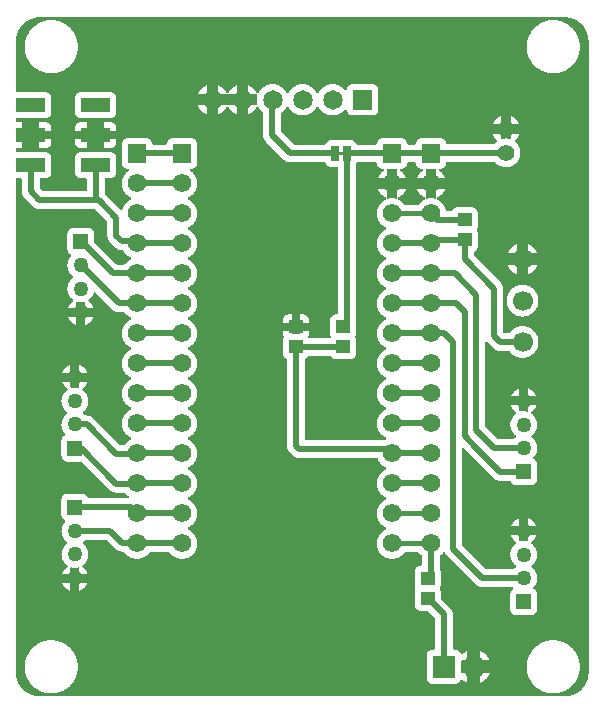
<source format=gtl>
G04 Layer: TopLayer*
G04 EasyEDA v6.1.49, Tue, 11 Jun 2019 08:39:05 GMT*
G04 95c1c70a206543ea8c01bf924e9efc33,195b170a8e6c43a181dcefc3e1346bee,10*
G04 Gerber Generator version 0.2*
G04 Scale: 100 percent, Rotated: No, Reflected: No *
G04 Dimensions in millimeters *
G04 leading zeros omitted , absolute positions ,3 integer and 3 decimal *
%FSLAX33Y33*%
%MOMM*%
G90*
G71D02*

%ADD10C,0.254000*%
%ADD11C,0.509999*%
%ADD12C,0.381000*%
%ADD13C,0.508000*%
%ADD18C,1.270000*%
%ADD20C,1.574800*%
%ADD22C,1.651000*%
%ADD23C,1.699260*%
%ADD24C,1.422400*%
%ADD25C,1.519987*%
%ADD26R,1.519987X1.519987*%
%ADD27R,1.899996X1.899996*%
%ADD28C,1.899996*%

%LPD*%
G36*
G01X47014Y57984D02*
G01X2490Y57984D01*
G01X2425Y57983D01*
G01X2361Y57979D01*
G01X2296Y57974D01*
G01X2232Y57966D01*
G01X2168Y57956D01*
G01X2104Y57944D01*
G01X2041Y57931D01*
G01X1978Y57915D01*
G01X1916Y57897D01*
G01X1854Y57877D01*
G01X1794Y57854D01*
G01X1733Y57830D01*
G01X1674Y57805D01*
G01X1616Y57777D01*
G01X1558Y57747D01*
G01X1502Y57715D01*
G01X1446Y57682D01*
G01X1392Y57647D01*
G01X1339Y57610D01*
G01X1287Y57571D01*
G01X1236Y57530D01*
G01X1187Y57488D01*
G01X1139Y57445D01*
G01X1093Y57400D01*
G01X1048Y57353D01*
G01X1004Y57305D01*
G01X922Y57205D01*
G01X884Y57153D01*
G01X847Y57099D01*
G01X812Y57045D01*
G01X779Y56989D01*
G01X748Y56933D01*
G01X718Y56875D01*
G01X691Y56816D01*
G01X665Y56757D01*
G01X641Y56697D01*
G01X619Y56636D01*
G01X600Y56574D01*
G01X582Y56512D01*
G01X566Y56449D01*
G01X553Y56386D01*
G01X541Y56322D01*
G01X532Y56258D01*
G01X524Y56194D01*
G01X519Y56129D01*
G01X516Y56064D01*
G01X515Y56000D01*
G01X515Y51744D01*
G01X516Y51729D01*
G01X519Y51715D01*
G01X524Y51702D01*
G01X531Y51689D01*
G01X540Y51677D01*
G01X550Y51667D01*
G01X561Y51658D01*
G01X574Y51651D01*
G01X588Y51646D01*
G01X602Y51643D01*
G01X616Y51642D01*
G01X2999Y51642D01*
G01X3032Y51641D01*
G01X3065Y51638D01*
G01X3098Y51633D01*
G01X3130Y51625D01*
G01X3161Y51616D01*
G01X3192Y51604D01*
G01X3222Y51590D01*
G01X3251Y51575D01*
G01X3279Y51557D01*
G01X3305Y51538D01*
G01X3331Y51517D01*
G01X3355Y51495D01*
G01X3377Y51471D01*
G01X3398Y51446D01*
G01X3417Y51419D01*
G01X3435Y51391D01*
G01X3450Y51362D01*
G01X3464Y51332D01*
G01X3475Y51301D01*
G01X3485Y51270D01*
G01X3492Y51238D01*
G01X3498Y51205D01*
G01X3501Y51172D01*
G01X3502Y51140D01*
G01X3502Y49940D01*
G01X3501Y49907D01*
G01X3498Y49874D01*
G01X3492Y49842D01*
G01X3485Y49810D01*
G01X3475Y49778D01*
G01X3464Y49747D01*
G01X3450Y49717D01*
G01X3435Y49688D01*
G01X3417Y49660D01*
G01X3398Y49634D01*
G01X3377Y49608D01*
G01X3355Y49584D01*
G01X3331Y49562D01*
G01X3305Y49541D01*
G01X3279Y49522D01*
G01X3251Y49504D01*
G01X3222Y49489D01*
G01X3192Y49475D01*
G01X3161Y49464D01*
G01X3130Y49454D01*
G01X3098Y49447D01*
G01X3065Y49441D01*
G01X3032Y49438D01*
G01X2999Y49437D01*
G01X616Y49437D01*
G01X602Y49436D01*
G01X588Y49433D01*
G01X574Y49428D01*
G01X561Y49421D01*
G01X550Y49412D01*
G01X540Y49402D01*
G01X531Y49390D01*
G01X524Y49378D01*
G01X519Y49364D01*
G01X516Y49350D01*
G01X515Y49335D01*
G01X515Y49204D01*
G01X516Y49189D01*
G01X519Y49175D01*
G01X524Y49162D01*
G01X531Y49149D01*
G01X540Y49137D01*
G01X550Y49127D01*
G01X561Y49118D01*
G01X574Y49111D01*
G01X588Y49106D01*
G01X602Y49103D01*
G01X616Y49102D01*
G01X1061Y49102D01*
G01X1061Y48363D01*
G01X616Y48363D01*
G01X602Y48362D01*
G01X588Y48359D01*
G01X574Y48354D01*
G01X561Y48347D01*
G01X550Y48338D01*
G01X540Y48328D01*
G01X531Y48316D01*
G01X524Y48304D01*
G01X519Y48290D01*
G01X516Y48276D01*
G01X515Y48262D01*
G01X515Y47738D01*
G01X516Y47723D01*
G01X519Y47709D01*
G01X524Y47696D01*
G01X531Y47683D01*
G01X540Y47671D01*
G01X550Y47661D01*
G01X561Y47652D01*
G01X574Y47645D01*
G01X588Y47640D01*
G01X602Y47637D01*
G01X616Y47636D01*
G01X1061Y47636D01*
G01X1061Y46897D01*
G01X616Y46897D01*
G01X602Y46896D01*
G01X588Y46893D01*
G01X574Y46888D01*
G01X561Y46881D01*
G01X550Y46872D01*
G01X540Y46862D01*
G01X531Y46850D01*
G01X524Y46838D01*
G01X519Y46824D01*
G01X516Y46810D01*
G01X515Y46795D01*
G01X515Y46664D01*
G01X516Y46649D01*
G01X519Y46635D01*
G01X524Y46622D01*
G01X531Y46609D01*
G01X540Y46597D01*
G01X550Y46587D01*
G01X561Y46578D01*
G01X574Y46571D01*
G01X588Y46566D01*
G01X602Y46563D01*
G01X616Y46562D01*
G01X2999Y46562D01*
G01X3032Y46561D01*
G01X3065Y46558D01*
G01X3098Y46553D01*
G01X3130Y46545D01*
G01X3161Y46536D01*
G01X3192Y46524D01*
G01X3222Y46510D01*
G01X3251Y46495D01*
G01X3279Y46477D01*
G01X3305Y46458D01*
G01X3331Y46437D01*
G01X3355Y46415D01*
G01X3377Y46391D01*
G01X3398Y46366D01*
G01X3417Y46339D01*
G01X3435Y46311D01*
G01X3450Y46282D01*
G01X3464Y46252D01*
G01X3475Y46221D01*
G01X3485Y46190D01*
G01X3492Y46158D01*
G01X3498Y46125D01*
G01X3501Y46092D01*
G01X3502Y46060D01*
G01X3502Y44860D01*
G01X3501Y44827D01*
G01X3498Y44794D01*
G01X3492Y44762D01*
G01X3485Y44730D01*
G01X3475Y44698D01*
G01X3464Y44667D01*
G01X3450Y44637D01*
G01X3435Y44608D01*
G01X3417Y44580D01*
G01X3398Y44554D01*
G01X3377Y44528D01*
G01X3355Y44504D01*
G01X3331Y44482D01*
G01X3305Y44461D01*
G01X3279Y44442D01*
G01X3251Y44424D01*
G01X3222Y44409D01*
G01X3192Y44395D01*
G01X3161Y44384D01*
G01X3130Y44374D01*
G01X3098Y44367D01*
G01X3065Y44361D01*
G01X3032Y44358D01*
G01X2999Y44357D01*
G01X2609Y44357D01*
G01X2594Y44356D01*
G01X2580Y44353D01*
G01X2566Y44348D01*
G01X2554Y44341D01*
G01X2542Y44332D01*
G01X2532Y44322D01*
G01X2523Y44310D01*
G01X2516Y44298D01*
G01X2511Y44284D01*
G01X2508Y44270D01*
G01X2507Y44255D01*
G01X2507Y43606D01*
G01X2508Y43590D01*
G01X2512Y43574D01*
G01X2518Y43559D01*
G01X2526Y43546D01*
G01X2537Y43534D01*
G01X2784Y43287D01*
G01X2796Y43277D01*
G01X2809Y43268D01*
G01X2824Y43262D01*
G01X2839Y43258D01*
G01X2855Y43257D01*
G01X6390Y43257D01*
G01X6405Y43258D01*
G01X6419Y43261D01*
G01X6433Y43266D01*
G01X6445Y43273D01*
G01X6457Y43282D01*
G01X6467Y43292D01*
G01X6476Y43304D01*
G01X6483Y43317D01*
G01X6488Y43330D01*
G01X6491Y43344D01*
G01X6492Y43359D01*
G01X6492Y44255D01*
G01X6491Y44270D01*
G01X6488Y44284D01*
G01X6483Y44298D01*
G01X6476Y44310D01*
G01X6467Y44322D01*
G01X6457Y44332D01*
G01X6445Y44341D01*
G01X6433Y44348D01*
G01X6419Y44353D01*
G01X6405Y44356D01*
G01X6390Y44357D01*
G01X5999Y44357D01*
G01X5967Y44358D01*
G01X5934Y44361D01*
G01X5901Y44367D01*
G01X5869Y44374D01*
G01X5838Y44384D01*
G01X5807Y44395D01*
G01X5777Y44409D01*
G01X5748Y44424D01*
G01X5720Y44442D01*
G01X5694Y44461D01*
G01X5668Y44482D01*
G01X5644Y44504D01*
G01X5622Y44528D01*
G01X5601Y44554D01*
G01X5582Y44580D01*
G01X5564Y44608D01*
G01X5549Y44637D01*
G01X5535Y44667D01*
G01X5524Y44698D01*
G01X5514Y44730D01*
G01X5507Y44762D01*
G01X5501Y44794D01*
G01X5498Y44827D01*
G01X5497Y44860D01*
G01X5497Y46060D01*
G01X5498Y46092D01*
G01X5501Y46125D01*
G01X5507Y46158D01*
G01X5514Y46190D01*
G01X5524Y46221D01*
G01X5535Y46252D01*
G01X5549Y46282D01*
G01X5564Y46311D01*
G01X5582Y46339D01*
G01X5601Y46366D01*
G01X5622Y46391D01*
G01X5644Y46415D01*
G01X5668Y46437D01*
G01X5694Y46458D01*
G01X5720Y46477D01*
G01X5748Y46495D01*
G01X5777Y46510D01*
G01X5807Y46524D01*
G01X5838Y46536D01*
G01X5869Y46545D01*
G01X5901Y46553D01*
G01X5934Y46558D01*
G01X5967Y46561D01*
G01X5999Y46562D01*
G01X8499Y46562D01*
G01X8532Y46561D01*
G01X8565Y46558D01*
G01X8598Y46553D01*
G01X8630Y46545D01*
G01X8661Y46536D01*
G01X8692Y46524D01*
G01X8722Y46510D01*
G01X8751Y46495D01*
G01X8779Y46477D01*
G01X8805Y46458D01*
G01X8831Y46437D01*
G01X8855Y46415D01*
G01X8877Y46391D01*
G01X8898Y46366D01*
G01X8917Y46339D01*
G01X8935Y46311D01*
G01X8950Y46282D01*
G01X8964Y46252D01*
G01X8975Y46221D01*
G01X8985Y46190D01*
G01X8992Y46158D01*
G01X8998Y46125D01*
G01X9001Y46092D01*
G01X9002Y46060D01*
G01X9002Y44860D01*
G01X9001Y44827D01*
G01X8998Y44794D01*
G01X8992Y44762D01*
G01X8985Y44730D01*
G01X8975Y44698D01*
G01X8964Y44667D01*
G01X8950Y44637D01*
G01X8935Y44608D01*
G01X8917Y44580D01*
G01X8898Y44554D01*
G01X8877Y44528D01*
G01X8855Y44504D01*
G01X8831Y44482D01*
G01X8805Y44461D01*
G01X8779Y44442D01*
G01X8751Y44424D01*
G01X8722Y44409D01*
G01X8692Y44395D01*
G01X8661Y44384D01*
G01X8630Y44374D01*
G01X8598Y44367D01*
G01X8565Y44361D01*
G01X8532Y44358D01*
G01X8499Y44357D01*
G01X8109Y44357D01*
G01X8094Y44356D01*
G01X8080Y44353D01*
G01X8066Y44348D01*
G01X8054Y44341D01*
G01X8042Y44332D01*
G01X8032Y44322D01*
G01X8023Y44310D01*
G01X8016Y44298D01*
G01X8011Y44284D01*
G01X8008Y44270D01*
G01X8007Y44255D01*
G01X8007Y43105D01*
G01X8008Y43090D01*
G01X8012Y43074D01*
G01X8018Y43059D01*
G01X8026Y43046D01*
G01X8037Y43034D01*
G01X9356Y41714D01*
G01X9368Y41704D01*
G01X9382Y41696D01*
G01X9396Y41690D01*
G01X9412Y41686D01*
G01X9428Y41685D01*
G01X9444Y41686D01*
G01X9459Y41690D01*
G01X9474Y41696D01*
G01X9488Y41704D01*
G01X9500Y41715D01*
G01X9510Y41727D01*
G01X9519Y41741D01*
G01X9525Y41756D01*
G01X9541Y41805D01*
G01X9560Y41854D01*
G01X9580Y41901D01*
G01X9603Y41948D01*
G01X9627Y41994D01*
G01X9653Y42039D01*
G01X9681Y42083D01*
G01X9710Y42126D01*
G01X9742Y42167D01*
G01X9775Y42207D01*
G01X9809Y42246D01*
G01X9845Y42284D01*
G01X9883Y42319D01*
G01X9922Y42354D01*
G01X9962Y42387D01*
G01X10003Y42418D01*
G01X10046Y42447D01*
G01X10090Y42475D01*
G01X10135Y42501D01*
G01X10181Y42525D01*
G01X10228Y42547D01*
G01X10241Y42554D01*
G01X10253Y42562D01*
G01X10263Y42573D01*
G01X10272Y42584D01*
G01X10279Y42597D01*
G01X10284Y42611D01*
G01X10287Y42625D01*
G01X10288Y42640D01*
G01X10287Y42654D01*
G01X10284Y42668D01*
G01X10279Y42682D01*
G01X10272Y42695D01*
G01X10263Y42707D01*
G01X10253Y42717D01*
G01X10241Y42725D01*
G01X10228Y42732D01*
G01X10180Y42755D01*
G01X10133Y42780D01*
G01X10088Y42806D01*
G01X10043Y42834D01*
G01X9999Y42865D01*
G01X9957Y42896D01*
G01X9916Y42930D01*
G01X9877Y42965D01*
G01X9839Y43002D01*
G01X9802Y43041D01*
G01X9767Y43081D01*
G01X9734Y43122D01*
G01X9703Y43164D01*
G01X9673Y43208D01*
G01X9645Y43253D01*
G01X9619Y43299D01*
G01X9595Y43347D01*
G01X9573Y43395D01*
G01X9553Y43444D01*
G01X9535Y43493D01*
G01X9518Y43544D01*
G01X9504Y43595D01*
G01X9493Y43647D01*
G01X9483Y43699D01*
G01X9475Y43751D01*
G01X9470Y43804D01*
G01X9467Y43857D01*
G01X9466Y43910D01*
G01X9467Y43962D01*
G01X9470Y44014D01*
G01X9475Y44066D01*
G01X9482Y44117D01*
G01X9492Y44169D01*
G01X9503Y44220D01*
G01X9517Y44270D01*
G01X9532Y44320D01*
G01X9550Y44369D01*
G01X9570Y44417D01*
G01X9591Y44465D01*
G01X9615Y44511D01*
G01X9640Y44557D01*
G01X9667Y44602D01*
G01X9696Y44645D01*
G01X9726Y44687D01*
G01X9759Y44728D01*
G01X9793Y44768D01*
G01X9828Y44806D01*
G01X9865Y44843D01*
G01X9904Y44878D01*
G01X9943Y44912D01*
G01X9985Y44944D01*
G01X10027Y44974D01*
G01X10040Y44985D01*
G01X10051Y44997D01*
G01X10060Y45011D01*
G01X10066Y45026D01*
G01X10070Y45042D01*
G01X10071Y45058D01*
G01X10070Y45073D01*
G01X10067Y45087D01*
G01X10062Y45100D01*
G01X10055Y45113D01*
G01X10047Y45125D01*
G01X10036Y45135D01*
G01X10025Y45144D01*
G01X10012Y45151D01*
G01X9998Y45156D01*
G01X9984Y45159D01*
G01X9970Y45160D01*
G01X9968Y45160D01*
G01X9935Y45161D01*
G01X9902Y45164D01*
G01X9870Y45169D01*
G01X9838Y45177D01*
G01X9807Y45186D01*
G01X9776Y45198D01*
G01X9746Y45212D01*
G01X9717Y45227D01*
G01X9689Y45244D01*
G01X9662Y45264D01*
G01X9637Y45284D01*
G01X9613Y45307D01*
G01X9590Y45331D01*
G01X9569Y45356D01*
G01X9550Y45383D01*
G01X9533Y45411D01*
G01X9517Y45440D01*
G01X9504Y45470D01*
G01X9492Y45501D01*
G01X9483Y45532D01*
G01X9475Y45564D01*
G01X9470Y45597D01*
G01X9467Y45629D01*
G01X9466Y45662D01*
G01X9466Y47237D01*
G01X9467Y47270D01*
G01X9470Y47303D01*
G01X9475Y47335D01*
G01X9483Y47367D01*
G01X9492Y47399D01*
G01X9504Y47429D01*
G01X9517Y47459D01*
G01X9533Y47488D01*
G01X9550Y47516D01*
G01X9569Y47543D01*
G01X9590Y47568D01*
G01X9613Y47592D01*
G01X9637Y47615D01*
G01X9662Y47636D01*
G01X9689Y47655D01*
G01X9717Y47672D01*
G01X9746Y47688D01*
G01X9776Y47701D01*
G01X9807Y47713D01*
G01X9838Y47722D01*
G01X9870Y47730D01*
G01X9902Y47735D01*
G01X9935Y47738D01*
G01X9968Y47740D01*
G01X11543Y47740D01*
G01X11576Y47738D01*
G01X11609Y47735D01*
G01X11642Y47730D01*
G01X11674Y47722D01*
G01X11706Y47712D01*
G01X11737Y47701D01*
G01X11767Y47687D01*
G01X11796Y47671D01*
G01X11824Y47654D01*
G01X11851Y47634D01*
G01X11876Y47613D01*
G01X11901Y47590D01*
G01X11923Y47566D01*
G01X11944Y47540D01*
G01X11963Y47513D01*
G01X11980Y47485D01*
G01X11996Y47455D01*
G01X12009Y47425D01*
G01X12020Y47394D01*
G01X12030Y47362D01*
G01X12037Y47329D01*
G01X12042Y47297D01*
G01X12045Y47282D01*
G01X12050Y47268D01*
G01X12056Y47255D01*
G01X12065Y47243D01*
G01X12075Y47233D01*
G01X12087Y47224D01*
G01X12100Y47217D01*
G01X12114Y47211D01*
G01X12128Y47208D01*
G01X12143Y47207D01*
G01X13178Y47207D01*
G01X13193Y47208D01*
G01X13207Y47211D01*
G01X13221Y47217D01*
G01X13234Y47224D01*
G01X13246Y47233D01*
G01X13256Y47243D01*
G01X13265Y47255D01*
G01X13271Y47268D01*
G01X13276Y47282D01*
G01X13279Y47297D01*
G01X13284Y47329D01*
G01X13291Y47362D01*
G01X13301Y47394D01*
G01X13312Y47425D01*
G01X13325Y47455D01*
G01X13341Y47485D01*
G01X13358Y47513D01*
G01X13377Y47540D01*
G01X13398Y47566D01*
G01X13420Y47590D01*
G01X13445Y47613D01*
G01X13470Y47634D01*
G01X13497Y47654D01*
G01X13525Y47671D01*
G01X13554Y47687D01*
G01X13584Y47701D01*
G01X13615Y47712D01*
G01X13647Y47722D01*
G01X13679Y47730D01*
G01X13712Y47735D01*
G01X13745Y47738D01*
G01X13778Y47740D01*
G01X15353Y47740D01*
G01X15386Y47738D01*
G01X15418Y47735D01*
G01X15451Y47730D01*
G01X15483Y47722D01*
G01X15514Y47713D01*
G01X15545Y47701D01*
G01X15575Y47688D01*
G01X15604Y47672D01*
G01X15632Y47655D01*
G01X15659Y47636D01*
G01X15684Y47615D01*
G01X15708Y47592D01*
G01X15731Y47568D01*
G01X15752Y47543D01*
G01X15771Y47516D01*
G01X15788Y47488D01*
G01X15804Y47459D01*
G01X15817Y47429D01*
G01X15829Y47399D01*
G01X15838Y47367D01*
G01X15846Y47335D01*
G01X15851Y47303D01*
G01X15854Y47270D01*
G01X15855Y47237D01*
G01X15855Y45662D01*
G01X15854Y45629D01*
G01X15851Y45597D01*
G01X15846Y45564D01*
G01X15838Y45532D01*
G01X15829Y45501D01*
G01X15817Y45470D01*
G01X15804Y45440D01*
G01X15788Y45411D01*
G01X15771Y45383D01*
G01X15752Y45356D01*
G01X15731Y45331D01*
G01X15708Y45307D01*
G01X15684Y45284D01*
G01X15659Y45264D01*
G01X15632Y45244D01*
G01X15604Y45227D01*
G01X15575Y45212D01*
G01X15545Y45198D01*
G01X15514Y45186D01*
G01X15483Y45177D01*
G01X15451Y45169D01*
G01X15418Y45164D01*
G01X15386Y45161D01*
G01X15353Y45160D01*
G01X15351Y45160D01*
G01X15337Y45159D01*
G01X15323Y45156D01*
G01X15309Y45151D01*
G01X15296Y45144D01*
G01X15285Y45135D01*
G01X15274Y45125D01*
G01X15266Y45113D01*
G01X15259Y45100D01*
G01X15254Y45087D01*
G01X15251Y45073D01*
G01X15250Y45058D01*
G01X15251Y45042D01*
G01X15255Y45026D01*
G01X15261Y45011D01*
G01X15270Y44997D01*
G01X15281Y44985D01*
G01X15294Y44974D01*
G01X15336Y44944D01*
G01X15378Y44912D01*
G01X15417Y44878D01*
G01X15456Y44843D01*
G01X15493Y44806D01*
G01X15528Y44768D01*
G01X15562Y44728D01*
G01X15595Y44687D01*
G01X15625Y44645D01*
G01X15654Y44602D01*
G01X15681Y44557D01*
G01X15706Y44511D01*
G01X15730Y44465D01*
G01X15751Y44417D01*
G01X15771Y44369D01*
G01X15788Y44320D01*
G01X15804Y44270D01*
G01X15818Y44220D01*
G01X15829Y44169D01*
G01X15839Y44117D01*
G01X15846Y44066D01*
G01X15851Y44014D01*
G01X15854Y43962D01*
G01X15855Y43910D01*
G01X15854Y43857D01*
G01X15851Y43804D01*
G01X15846Y43751D01*
G01X15838Y43699D01*
G01X15828Y43647D01*
G01X15816Y43595D01*
G01X15803Y43544D01*
G01X15786Y43493D01*
G01X15768Y43444D01*
G01X15748Y43395D01*
G01X15726Y43347D01*
G01X15702Y43299D01*
G01X15676Y43253D01*
G01X15648Y43208D01*
G01X15618Y43164D01*
G01X15587Y43122D01*
G01X15554Y43081D01*
G01X15519Y43041D01*
G01X15482Y43002D01*
G01X15444Y42965D01*
G01X15405Y42930D01*
G01X15364Y42896D01*
G01X15322Y42865D01*
G01X15278Y42834D01*
G01X15233Y42806D01*
G01X15188Y42780D01*
G01X15141Y42755D01*
G01X15093Y42732D01*
G01X15080Y42725D01*
G01X15068Y42717D01*
G01X15058Y42707D01*
G01X15049Y42695D01*
G01X15042Y42682D01*
G01X15037Y42668D01*
G01X15034Y42654D01*
G01X15033Y42640D01*
G01X15034Y42625D01*
G01X15037Y42611D01*
G01X15042Y42597D01*
G01X15049Y42584D01*
G01X15058Y42573D01*
G01X15068Y42562D01*
G01X15080Y42554D01*
G01X15093Y42547D01*
G01X15141Y42524D01*
G01X15188Y42500D01*
G01X15233Y42473D01*
G01X15278Y42445D01*
G01X15322Y42415D01*
G01X15364Y42383D01*
G01X15405Y42349D01*
G01X15444Y42314D01*
G01X15482Y42277D01*
G01X15519Y42239D01*
G01X15554Y42199D01*
G01X15587Y42157D01*
G01X15618Y42115D01*
G01X15648Y42071D01*
G01X15676Y42026D01*
G01X15702Y41980D01*
G01X15726Y41933D01*
G01X15748Y41885D01*
G01X15768Y41836D01*
G01X15786Y41786D01*
G01X15803Y41735D01*
G01X15816Y41684D01*
G01X15828Y41633D01*
G01X15838Y41581D01*
G01X15846Y41528D01*
G01X15851Y41475D01*
G01X15854Y41423D01*
G01X15855Y41370D01*
G01X15854Y41317D01*
G01X15851Y41264D01*
G01X15846Y41211D01*
G01X15838Y41159D01*
G01X15828Y41107D01*
G01X15816Y41055D01*
G01X15803Y41004D01*
G01X15786Y40953D01*
G01X15768Y40904D01*
G01X15748Y40855D01*
G01X15726Y40807D01*
G01X15702Y40759D01*
G01X15676Y40713D01*
G01X15648Y40668D01*
G01X15618Y40624D01*
G01X15587Y40582D01*
G01X15554Y40541D01*
G01X15519Y40501D01*
G01X15482Y40462D01*
G01X15444Y40425D01*
G01X15405Y40390D01*
G01X15364Y40356D01*
G01X15322Y40325D01*
G01X15278Y40294D01*
G01X15233Y40266D01*
G01X15188Y40240D01*
G01X15141Y40215D01*
G01X15093Y40192D01*
G01X15080Y40185D01*
G01X15068Y40177D01*
G01X15058Y40167D01*
G01X15049Y40155D01*
G01X15042Y40142D01*
G01X15037Y40128D01*
G01X15034Y40114D01*
G01X15033Y40100D01*
G01X15034Y40085D01*
G01X15037Y40071D01*
G01X15042Y40057D01*
G01X15049Y40044D01*
G01X15058Y40033D01*
G01X15068Y40022D01*
G01X15080Y40014D01*
G01X15093Y40007D01*
G01X15141Y39984D01*
G01X15188Y39960D01*
G01X15233Y39933D01*
G01X15278Y39905D01*
G01X15322Y39875D01*
G01X15364Y39843D01*
G01X15405Y39809D01*
G01X15444Y39774D01*
G01X15482Y39737D01*
G01X15519Y39699D01*
G01X15554Y39659D01*
G01X15587Y39617D01*
G01X15618Y39575D01*
G01X15648Y39531D01*
G01X15676Y39486D01*
G01X15702Y39440D01*
G01X15726Y39393D01*
G01X15748Y39345D01*
G01X15768Y39296D01*
G01X15786Y39246D01*
G01X15803Y39195D01*
G01X15816Y39144D01*
G01X15828Y39093D01*
G01X15838Y39041D01*
G01X15846Y38988D01*
G01X15851Y38935D01*
G01X15854Y38883D01*
G01X15855Y38830D01*
G01X15854Y38777D01*
G01X15851Y38724D01*
G01X15846Y38671D01*
G01X15838Y38619D01*
G01X15828Y38567D01*
G01X15816Y38515D01*
G01X15803Y38464D01*
G01X15786Y38413D01*
G01X15768Y38364D01*
G01X15748Y38315D01*
G01X15726Y38267D01*
G01X15702Y38219D01*
G01X15676Y38173D01*
G01X15648Y38128D01*
G01X15618Y38084D01*
G01X15587Y38042D01*
G01X15554Y38001D01*
G01X15519Y37961D01*
G01X15482Y37922D01*
G01X15444Y37885D01*
G01X15405Y37850D01*
G01X15364Y37816D01*
G01X15322Y37785D01*
G01X15278Y37754D01*
G01X15233Y37726D01*
G01X15188Y37700D01*
G01X15141Y37675D01*
G01X15093Y37652D01*
G01X15080Y37645D01*
G01X15068Y37637D01*
G01X15058Y37627D01*
G01X15049Y37615D01*
G01X15042Y37602D01*
G01X15037Y37588D01*
G01X15034Y37574D01*
G01X15033Y37560D01*
G01X15034Y37545D01*
G01X15037Y37531D01*
G01X15042Y37517D01*
G01X15049Y37504D01*
G01X15058Y37493D01*
G01X15068Y37482D01*
G01X15080Y37474D01*
G01X15093Y37467D01*
G01X15141Y37444D01*
G01X15188Y37420D01*
G01X15233Y37393D01*
G01X15278Y37365D01*
G01X15322Y37335D01*
G01X15364Y37303D01*
G01X15405Y37269D01*
G01X15444Y37234D01*
G01X15482Y37197D01*
G01X15519Y37159D01*
G01X15554Y37119D01*
G01X15587Y37077D01*
G01X15618Y37035D01*
G01X15648Y36991D01*
G01X15676Y36946D01*
G01X15702Y36900D01*
G01X15726Y36853D01*
G01X15748Y36805D01*
G01X15768Y36756D01*
G01X15786Y36706D01*
G01X15803Y36655D01*
G01X15816Y36604D01*
G01X15828Y36553D01*
G01X15838Y36501D01*
G01X15846Y36448D01*
G01X15851Y36395D01*
G01X15854Y36343D01*
G01X15855Y36290D01*
G01X15854Y36237D01*
G01X15851Y36184D01*
G01X15846Y36131D01*
G01X15838Y36079D01*
G01X15828Y36027D01*
G01X15816Y35975D01*
G01X15803Y35924D01*
G01X15786Y35873D01*
G01X15768Y35824D01*
G01X15748Y35775D01*
G01X15726Y35727D01*
G01X15702Y35679D01*
G01X15676Y35633D01*
G01X15648Y35588D01*
G01X15618Y35544D01*
G01X15587Y35502D01*
G01X15554Y35461D01*
G01X15519Y35421D01*
G01X15482Y35382D01*
G01X15444Y35345D01*
G01X15405Y35310D01*
G01X15364Y35276D01*
G01X15322Y35245D01*
G01X15278Y35214D01*
G01X15233Y35186D01*
G01X15188Y35160D01*
G01X15141Y35135D01*
G01X15093Y35112D01*
G01X15080Y35105D01*
G01X15068Y35097D01*
G01X15058Y35087D01*
G01X15049Y35075D01*
G01X15042Y35062D01*
G01X15037Y35048D01*
G01X15034Y35034D01*
G01X15033Y35020D01*
G01X15034Y35005D01*
G01X15037Y34991D01*
G01X15042Y34977D01*
G01X15049Y34964D01*
G01X15058Y34953D01*
G01X15068Y34942D01*
G01X15080Y34934D01*
G01X15093Y34927D01*
G01X15141Y34904D01*
G01X15188Y34880D01*
G01X15233Y34853D01*
G01X15278Y34825D01*
G01X15322Y34795D01*
G01X15364Y34763D01*
G01X15405Y34729D01*
G01X15444Y34694D01*
G01X15482Y34657D01*
G01X15519Y34619D01*
G01X15554Y34579D01*
G01X15587Y34537D01*
G01X15618Y34495D01*
G01X15648Y34451D01*
G01X15676Y34406D01*
G01X15702Y34360D01*
G01X15726Y34313D01*
G01X15748Y34265D01*
G01X15768Y34216D01*
G01X15786Y34166D01*
G01X15803Y34115D01*
G01X15816Y34064D01*
G01X15828Y34013D01*
G01X15838Y33961D01*
G01X15846Y33908D01*
G01X15851Y33855D01*
G01X15854Y33803D01*
G01X15855Y33750D01*
G01X15854Y33697D01*
G01X15851Y33644D01*
G01X15846Y33591D01*
G01X15838Y33539D01*
G01X15828Y33487D01*
G01X15816Y33435D01*
G01X15803Y33384D01*
G01X15786Y33333D01*
G01X15768Y33284D01*
G01X15748Y33235D01*
G01X15726Y33187D01*
G01X15702Y33139D01*
G01X15676Y33093D01*
G01X15648Y33048D01*
G01X15618Y33004D01*
G01X15587Y32962D01*
G01X15554Y32921D01*
G01X15519Y32881D01*
G01X15482Y32842D01*
G01X15444Y32805D01*
G01X15405Y32770D01*
G01X15364Y32736D01*
G01X15322Y32705D01*
G01X15278Y32674D01*
G01X15233Y32646D01*
G01X15188Y32620D01*
G01X15141Y32595D01*
G01X15093Y32572D01*
G01X15080Y32565D01*
G01X15068Y32557D01*
G01X15058Y32547D01*
G01X15049Y32535D01*
G01X15042Y32522D01*
G01X15037Y32508D01*
G01X15034Y32494D01*
G01X15033Y32480D01*
G01X15034Y32465D01*
G01X15037Y32451D01*
G01X15042Y32437D01*
G01X15049Y32424D01*
G01X15058Y32413D01*
G01X15068Y32402D01*
G01X15080Y32394D01*
G01X15093Y32387D01*
G01X15141Y32364D01*
G01X15188Y32340D01*
G01X15233Y32313D01*
G01X15278Y32285D01*
G01X15322Y32255D01*
G01X15364Y32223D01*
G01X15405Y32189D01*
G01X15444Y32154D01*
G01X15482Y32117D01*
G01X15519Y32079D01*
G01X15554Y32039D01*
G01X15587Y31997D01*
G01X15618Y31955D01*
G01X15648Y31911D01*
G01X15676Y31866D01*
G01X15702Y31820D01*
G01X15726Y31773D01*
G01X15748Y31725D01*
G01X15768Y31676D01*
G01X15786Y31626D01*
G01X15803Y31575D01*
G01X15816Y31524D01*
G01X15828Y31473D01*
G01X15838Y31421D01*
G01X15846Y31368D01*
G01X15851Y31315D01*
G01X15854Y31263D01*
G01X15855Y31210D01*
G01X15854Y31157D01*
G01X15851Y31104D01*
G01X15846Y31051D01*
G01X15838Y30999D01*
G01X15828Y30947D01*
G01X15816Y30895D01*
G01X15803Y30844D01*
G01X15786Y30793D01*
G01X15768Y30744D01*
G01X15748Y30695D01*
G01X15726Y30647D01*
G01X15702Y30599D01*
G01X15676Y30553D01*
G01X15648Y30508D01*
G01X15618Y30464D01*
G01X15587Y30422D01*
G01X15554Y30381D01*
G01X15519Y30341D01*
G01X15482Y30302D01*
G01X15444Y30265D01*
G01X15405Y30230D01*
G01X15364Y30196D01*
G01X15322Y30165D01*
G01X15278Y30134D01*
G01X15233Y30106D01*
G01X15188Y30080D01*
G01X15141Y30055D01*
G01X15093Y30032D01*
G01X15080Y30025D01*
G01X15068Y30017D01*
G01X15058Y30007D01*
G01X15049Y29995D01*
G01X15042Y29982D01*
G01X15037Y29968D01*
G01X15034Y29954D01*
G01X15033Y29940D01*
G01X15034Y29925D01*
G01X15037Y29911D01*
G01X15042Y29897D01*
G01X15049Y29884D01*
G01X15058Y29873D01*
G01X15068Y29862D01*
G01X15080Y29854D01*
G01X15093Y29847D01*
G01X15141Y29824D01*
G01X15188Y29800D01*
G01X15233Y29773D01*
G01X15278Y29745D01*
G01X15322Y29715D01*
G01X15364Y29683D01*
G01X15405Y29649D01*
G01X15444Y29614D01*
G01X15482Y29577D01*
G01X15519Y29539D01*
G01X15554Y29499D01*
G01X15587Y29457D01*
G01X15618Y29415D01*
G01X15648Y29371D01*
G01X15676Y29326D01*
G01X15702Y29280D01*
G01X15726Y29233D01*
G01X15748Y29185D01*
G01X15768Y29136D01*
G01X15786Y29086D01*
G01X15803Y29035D01*
G01X15816Y28984D01*
G01X15828Y28933D01*
G01X15838Y28881D01*
G01X15846Y28828D01*
G01X15851Y28775D01*
G01X15854Y28723D01*
G01X15855Y28670D01*
G01X15854Y28617D01*
G01X15851Y28564D01*
G01X15846Y28511D01*
G01X15838Y28459D01*
G01X15828Y28407D01*
G01X15816Y28355D01*
G01X15803Y28304D01*
G01X15786Y28253D01*
G01X15768Y28204D01*
G01X15748Y28155D01*
G01X15726Y28107D01*
G01X15702Y28059D01*
G01X15676Y28013D01*
G01X15648Y27968D01*
G01X15618Y27924D01*
G01X15587Y27882D01*
G01X15554Y27841D01*
G01X15519Y27801D01*
G01X15482Y27762D01*
G01X15444Y27725D01*
G01X15405Y27690D01*
G01X15364Y27656D01*
G01X15322Y27625D01*
G01X15278Y27594D01*
G01X15233Y27566D01*
G01X15188Y27540D01*
G01X15141Y27515D01*
G01X15093Y27492D01*
G01X15080Y27485D01*
G01X15068Y27477D01*
G01X15058Y27467D01*
G01X15049Y27455D01*
G01X15042Y27442D01*
G01X15037Y27428D01*
G01X15034Y27414D01*
G01X15033Y27400D01*
G01X15034Y27385D01*
G01X15037Y27371D01*
G01X15042Y27357D01*
G01X15049Y27344D01*
G01X15058Y27333D01*
G01X15068Y27322D01*
G01X15080Y27314D01*
G01X15093Y27307D01*
G01X15141Y27284D01*
G01X15188Y27260D01*
G01X15233Y27233D01*
G01X15278Y27205D01*
G01X15322Y27175D01*
G01X15364Y27143D01*
G01X15405Y27109D01*
G01X15444Y27074D01*
G01X15482Y27037D01*
G01X15519Y26999D01*
G01X15554Y26959D01*
G01X15587Y26917D01*
G01X15618Y26875D01*
G01X15648Y26831D01*
G01X15676Y26786D01*
G01X15702Y26740D01*
G01X15726Y26693D01*
G01X15748Y26645D01*
G01X15768Y26596D01*
G01X15786Y26546D01*
G01X15803Y26495D01*
G01X15816Y26444D01*
G01X15828Y26393D01*
G01X15838Y26341D01*
G01X15846Y26288D01*
G01X15851Y26235D01*
G01X15854Y26183D01*
G01X15855Y26130D01*
G01X15854Y26077D01*
G01X15851Y26024D01*
G01X15846Y25971D01*
G01X15838Y25919D01*
G01X15828Y25867D01*
G01X15816Y25815D01*
G01X15803Y25764D01*
G01X15786Y25713D01*
G01X15768Y25664D01*
G01X15748Y25615D01*
G01X15726Y25567D01*
G01X15702Y25519D01*
G01X15676Y25473D01*
G01X15648Y25428D01*
G01X15618Y25384D01*
G01X15587Y25342D01*
G01X15554Y25301D01*
G01X15519Y25261D01*
G01X15482Y25222D01*
G01X15444Y25185D01*
G01X15405Y25150D01*
G01X15364Y25116D01*
G01X15322Y25085D01*
G01X15278Y25054D01*
G01X15233Y25026D01*
G01X15188Y25000D01*
G01X15141Y24975D01*
G01X15093Y24952D01*
G01X15080Y24945D01*
G01X15068Y24937D01*
G01X15058Y24927D01*
G01X15049Y24915D01*
G01X15042Y24902D01*
G01X15037Y24888D01*
G01X15034Y24874D01*
G01X15033Y24860D01*
G01X15034Y24845D01*
G01X15037Y24831D01*
G01X15042Y24817D01*
G01X15049Y24804D01*
G01X15058Y24793D01*
G01X15068Y24782D01*
G01X15080Y24774D01*
G01X15093Y24767D01*
G01X15141Y24744D01*
G01X15188Y24720D01*
G01X15233Y24693D01*
G01X15278Y24665D01*
G01X15322Y24635D01*
G01X15364Y24603D01*
G01X15405Y24569D01*
G01X15444Y24534D01*
G01X15482Y24497D01*
G01X15519Y24459D01*
G01X15554Y24419D01*
G01X15587Y24377D01*
G01X15618Y24335D01*
G01X15648Y24291D01*
G01X15676Y24246D01*
G01X15702Y24200D01*
G01X15726Y24153D01*
G01X15748Y24105D01*
G01X15768Y24056D01*
G01X15786Y24006D01*
G01X15803Y23955D01*
G01X15816Y23904D01*
G01X15828Y23853D01*
G01X15838Y23801D01*
G01X15846Y23748D01*
G01X15851Y23695D01*
G01X15854Y23643D01*
G01X15855Y23590D01*
G01X15854Y23537D01*
G01X15851Y23484D01*
G01X15846Y23431D01*
G01X15838Y23379D01*
G01X15828Y23327D01*
G01X15816Y23275D01*
G01X15803Y23224D01*
G01X15786Y23173D01*
G01X15768Y23124D01*
G01X15748Y23075D01*
G01X15726Y23027D01*
G01X15702Y22979D01*
G01X15676Y22933D01*
G01X15648Y22888D01*
G01X15618Y22844D01*
G01X15587Y22802D01*
G01X15554Y22761D01*
G01X15519Y22721D01*
G01X15482Y22682D01*
G01X15444Y22645D01*
G01X15405Y22610D01*
G01X15364Y22576D01*
G01X15322Y22545D01*
G01X15278Y22514D01*
G01X15233Y22486D01*
G01X15188Y22460D01*
G01X15141Y22435D01*
G01X15093Y22412D01*
G01X15080Y22405D01*
G01X15068Y22397D01*
G01X15058Y22387D01*
G01X15049Y22375D01*
G01X15042Y22362D01*
G01X15037Y22348D01*
G01X15034Y22334D01*
G01X15033Y22320D01*
G01X15034Y22305D01*
G01X15037Y22291D01*
G01X15042Y22277D01*
G01X15049Y22264D01*
G01X15058Y22253D01*
G01X15068Y22242D01*
G01X15080Y22234D01*
G01X15093Y22227D01*
G01X15141Y22204D01*
G01X15188Y22180D01*
G01X15233Y22153D01*
G01X15278Y22125D01*
G01X15322Y22095D01*
G01X15364Y22063D01*
G01X15405Y22029D01*
G01X15444Y21994D01*
G01X15482Y21957D01*
G01X15519Y21919D01*
G01X15554Y21879D01*
G01X15587Y21837D01*
G01X15618Y21795D01*
G01X15648Y21751D01*
G01X15676Y21706D01*
G01X15702Y21660D01*
G01X15726Y21613D01*
G01X15748Y21565D01*
G01X15768Y21516D01*
G01X15786Y21466D01*
G01X15803Y21415D01*
G01X15816Y21364D01*
G01X15828Y21313D01*
G01X15838Y21261D01*
G01X15846Y21208D01*
G01X15851Y21155D01*
G01X15854Y21103D01*
G01X15855Y21050D01*
G01X15854Y20997D01*
G01X15851Y20944D01*
G01X15846Y20891D01*
G01X15838Y20839D01*
G01X15828Y20787D01*
G01X15816Y20735D01*
G01X15803Y20684D01*
G01X15786Y20633D01*
G01X15768Y20584D01*
G01X15748Y20535D01*
G01X15726Y20487D01*
G01X15702Y20439D01*
G01X15676Y20393D01*
G01X15648Y20348D01*
G01X15618Y20304D01*
G01X15587Y20262D01*
G01X15554Y20221D01*
G01X15519Y20181D01*
G01X15482Y20142D01*
G01X15444Y20105D01*
G01X15405Y20070D01*
G01X15364Y20036D01*
G01X15322Y20005D01*
G01X15278Y19974D01*
G01X15233Y19946D01*
G01X15188Y19920D01*
G01X15141Y19895D01*
G01X15093Y19872D01*
G01X15080Y19865D01*
G01X15068Y19857D01*
G01X15058Y19847D01*
G01X15049Y19835D01*
G01X15042Y19822D01*
G01X15037Y19808D01*
G01X15034Y19794D01*
G01X15033Y19780D01*
G01X15034Y19765D01*
G01X15037Y19751D01*
G01X15042Y19737D01*
G01X15049Y19724D01*
G01X15058Y19713D01*
G01X15068Y19702D01*
G01X15080Y19694D01*
G01X15093Y19687D01*
G01X15141Y19664D01*
G01X15188Y19640D01*
G01X15233Y19613D01*
G01X15278Y19585D01*
G01X15322Y19555D01*
G01X15364Y19523D01*
G01X15405Y19489D01*
G01X15444Y19454D01*
G01X15482Y19417D01*
G01X15519Y19379D01*
G01X15554Y19339D01*
G01X15587Y19297D01*
G01X15618Y19255D01*
G01X15648Y19211D01*
G01X15676Y19166D01*
G01X15702Y19120D01*
G01X15726Y19073D01*
G01X15748Y19025D01*
G01X15768Y18976D01*
G01X15786Y18926D01*
G01X15803Y18875D01*
G01X15816Y18824D01*
G01X15828Y18773D01*
G01X15838Y18721D01*
G01X15846Y18668D01*
G01X15851Y18615D01*
G01X15854Y18563D01*
G01X15855Y18510D01*
G01X15854Y18457D01*
G01X15851Y18404D01*
G01X15846Y18351D01*
G01X15838Y18299D01*
G01X15828Y18247D01*
G01X15816Y18195D01*
G01X15803Y18144D01*
G01X15786Y18093D01*
G01X15768Y18044D01*
G01X15748Y17995D01*
G01X15726Y17947D01*
G01X15702Y17899D01*
G01X15676Y17853D01*
G01X15648Y17808D01*
G01X15618Y17764D01*
G01X15587Y17722D01*
G01X15554Y17681D01*
G01X15519Y17641D01*
G01X15482Y17602D01*
G01X15444Y17565D01*
G01X15405Y17530D01*
G01X15364Y17496D01*
G01X15322Y17465D01*
G01X15278Y17434D01*
G01X15233Y17406D01*
G01X15188Y17380D01*
G01X15141Y17355D01*
G01X15093Y17332D01*
G01X15080Y17325D01*
G01X15068Y17317D01*
G01X15058Y17307D01*
G01X15049Y17295D01*
G01X15042Y17282D01*
G01X15037Y17268D01*
G01X15034Y17254D01*
G01X15033Y17240D01*
G01X15034Y17225D01*
G01X15037Y17211D01*
G01X15042Y17197D01*
G01X15049Y17184D01*
G01X15058Y17173D01*
G01X15068Y17162D01*
G01X15080Y17154D01*
G01X15093Y17147D01*
G01X15141Y17124D01*
G01X15188Y17100D01*
G01X15233Y17073D01*
G01X15278Y17045D01*
G01X15322Y17015D01*
G01X15364Y16983D01*
G01X15405Y16949D01*
G01X15444Y16914D01*
G01X15482Y16877D01*
G01X15519Y16839D01*
G01X15554Y16799D01*
G01X15587Y16757D01*
G01X15618Y16715D01*
G01X15648Y16671D01*
G01X15676Y16626D01*
G01X15702Y16580D01*
G01X15726Y16533D01*
G01X15748Y16485D01*
G01X15768Y16436D01*
G01X15786Y16386D01*
G01X15803Y16335D01*
G01X15816Y16284D01*
G01X15828Y16233D01*
G01X15838Y16181D01*
G01X15846Y16128D01*
G01X15851Y16075D01*
G01X15854Y16023D01*
G01X15855Y15970D01*
G01X15854Y15917D01*
G01X15851Y15864D01*
G01X15846Y15811D01*
G01X15838Y15759D01*
G01X15828Y15707D01*
G01X15816Y15655D01*
G01X15803Y15604D01*
G01X15786Y15553D01*
G01X15768Y15504D01*
G01X15748Y15455D01*
G01X15726Y15407D01*
G01X15702Y15359D01*
G01X15676Y15313D01*
G01X15648Y15268D01*
G01X15618Y15224D01*
G01X15587Y15182D01*
G01X15554Y15141D01*
G01X15519Y15101D01*
G01X15482Y15062D01*
G01X15444Y15025D01*
G01X15405Y14990D01*
G01X15364Y14956D01*
G01X15322Y14925D01*
G01X15278Y14894D01*
G01X15233Y14866D01*
G01X15188Y14840D01*
G01X15141Y14815D01*
G01X15093Y14792D01*
G01X15080Y14785D01*
G01X15068Y14777D01*
G01X15058Y14767D01*
G01X15049Y14755D01*
G01X15042Y14742D01*
G01X15037Y14728D01*
G01X15034Y14714D01*
G01X15033Y14700D01*
G01X15034Y14685D01*
G01X15037Y14671D01*
G01X15042Y14657D01*
G01X15049Y14644D01*
G01X15058Y14633D01*
G01X15068Y14622D01*
G01X15080Y14614D01*
G01X15093Y14607D01*
G01X15141Y14584D01*
G01X15188Y14560D01*
G01X15233Y14533D01*
G01X15278Y14505D01*
G01X15322Y14475D01*
G01X15364Y14443D01*
G01X15405Y14409D01*
G01X15444Y14374D01*
G01X15482Y14337D01*
G01X15519Y14299D01*
G01X15554Y14259D01*
G01X15587Y14217D01*
G01X15618Y14175D01*
G01X15648Y14131D01*
G01X15676Y14086D01*
G01X15702Y14040D01*
G01X15726Y13993D01*
G01X15748Y13945D01*
G01X15768Y13896D01*
G01X15786Y13846D01*
G01X15803Y13795D01*
G01X15816Y13744D01*
G01X15828Y13693D01*
G01X15838Y13641D01*
G01X15846Y13588D01*
G01X15851Y13535D01*
G01X15854Y13483D01*
G01X15855Y13430D01*
G01X15854Y13378D01*
G01X15851Y13326D01*
G01X15846Y13274D01*
G01X15839Y13223D01*
G01X15829Y13172D01*
G01X15818Y13121D01*
G01X15804Y13071D01*
G01X15789Y13021D01*
G01X15772Y12972D01*
G01X15752Y12924D01*
G01X15731Y12877D01*
G01X15708Y12830D01*
G01X15683Y12785D01*
G01X15656Y12740D01*
G01X15627Y12697D01*
G01X15597Y12655D01*
G01X15565Y12614D01*
G01X15531Y12574D01*
G01X15496Y12536D01*
G01X15459Y12499D01*
G01X15421Y12464D01*
G01X15381Y12430D01*
G01X15340Y12398D01*
G01X15298Y12368D01*
G01X15255Y12339D01*
G01X15165Y12287D01*
G01X15118Y12264D01*
G01X15071Y12243D01*
G01X15023Y12224D01*
G01X14974Y12206D01*
G01X14924Y12191D01*
G01X14874Y12177D01*
G01X14824Y12166D01*
G01X14772Y12156D01*
G01X14721Y12149D01*
G01X14669Y12144D01*
G01X14617Y12141D01*
G01X14565Y12140D01*
G01X14512Y12141D01*
G01X14459Y12144D01*
G01X14406Y12150D01*
G01X14354Y12157D01*
G01X14302Y12167D01*
G01X14250Y12179D01*
G01X14199Y12193D01*
G01X14148Y12209D01*
G01X14098Y12227D01*
G01X14049Y12248D01*
G01X14001Y12270D01*
G01X13953Y12294D01*
G01X13907Y12320D01*
G01X13862Y12348D01*
G01X13818Y12378D01*
G01X13776Y12410D01*
G01X13734Y12443D01*
G01X13694Y12478D01*
G01X13656Y12515D01*
G01X13619Y12553D01*
G01X13584Y12593D01*
G01X13550Y12634D01*
G01X13540Y12645D01*
G01X13528Y12655D01*
G01X13515Y12663D01*
G01X13500Y12668D01*
G01X13485Y12672D01*
G01X13470Y12673D01*
G01X11851Y12673D01*
G01X11836Y12672D01*
G01X11821Y12668D01*
G01X11806Y12663D01*
G01X11793Y12655D01*
G01X11781Y12645D01*
G01X11771Y12634D01*
G01X11737Y12593D01*
G01X11702Y12553D01*
G01X11665Y12515D01*
G01X11627Y12478D01*
G01X11587Y12443D01*
G01X11545Y12410D01*
G01X11503Y12378D01*
G01X11459Y12348D01*
G01X11414Y12320D01*
G01X11367Y12294D01*
G01X11320Y12270D01*
G01X11272Y12248D01*
G01X11223Y12227D01*
G01X11173Y12209D01*
G01X11122Y12193D01*
G01X11071Y12179D01*
G01X11019Y12167D01*
G01X10967Y12157D01*
G01X10914Y12150D01*
G01X10862Y12144D01*
G01X10809Y12141D01*
G01X10755Y12140D01*
G01X10703Y12141D01*
G01X10652Y12144D01*
G01X10600Y12149D01*
G01X10548Y12156D01*
G01X10497Y12166D01*
G01X10446Y12177D01*
G01X10396Y12191D01*
G01X10346Y12206D01*
G01X10297Y12224D01*
G01X10249Y12243D01*
G01X10202Y12265D01*
G01X10155Y12288D01*
G01X10110Y12313D01*
G01X10065Y12340D01*
G01X10022Y12369D01*
G01X9980Y12399D01*
G01X9939Y12431D01*
G01X9899Y12465D01*
G01X9861Y12500D01*
G01X9824Y12537D01*
G01X9789Y12575D01*
G01X9755Y12615D01*
G01X9723Y12656D01*
G01X9693Y12698D01*
G01X9683Y12711D01*
G01X9670Y12722D01*
G01X9657Y12731D01*
G01X9641Y12737D01*
G01X9626Y12741D01*
G01X9609Y12742D01*
G01X9499Y12742D01*
G01X9460Y12743D01*
G01X9420Y12746D01*
G01X9381Y12752D01*
G01X9342Y12759D01*
G01X9303Y12768D01*
G01X9265Y12779D01*
G01X9228Y12793D01*
G01X9191Y12808D01*
G01X9156Y12825D01*
G01X9121Y12844D01*
G01X9087Y12864D01*
G01X9054Y12887D01*
G01X9023Y12911D01*
G01X8993Y12937D01*
G01X8964Y12964D01*
G01X8224Y13704D01*
G01X8212Y13714D01*
G01X8198Y13723D01*
G01X8183Y13729D01*
G01X8168Y13733D01*
G01X8152Y13734D01*
G01X6393Y13734D01*
G01X6377Y13732D01*
G01X6361Y13729D01*
G01X6346Y13722D01*
G01X6332Y13713D01*
G01X6320Y13703D01*
G01X6277Y13660D01*
G01X6231Y13620D01*
G01X6184Y13582D01*
G01X6172Y13572D01*
G01X6162Y13560D01*
G01X6154Y13546D01*
G01X6148Y13532D01*
G01X6144Y13516D01*
G01X6143Y13501D01*
G01X6144Y13485D01*
G01X6148Y13470D01*
G01X6154Y13455D01*
G01X6162Y13442D01*
G01X6172Y13430D01*
G01X6184Y13420D01*
G01X6223Y13389D01*
G01X6261Y13356D01*
G01X6298Y13321D01*
G01X6333Y13285D01*
G01X6366Y13248D01*
G01X6398Y13209D01*
G01X6428Y13169D01*
G01X6456Y13127D01*
G01X6482Y13085D01*
G01X6506Y13041D01*
G01X6529Y12996D01*
G01X6549Y12950D01*
G01X6568Y12903D01*
G01X6584Y12856D01*
G01X6598Y12808D01*
G01X6610Y12759D01*
G01X6620Y12710D01*
G01X6628Y12660D01*
G01X6633Y12610D01*
G01X6637Y12560D01*
G01X6638Y12510D01*
G01X6637Y12461D01*
G01X6634Y12413D01*
G01X6628Y12364D01*
G01X6621Y12316D01*
G01X6612Y12268D01*
G01X6600Y12221D01*
G01X6587Y12174D01*
G01X6571Y12127D01*
G01X6554Y12082D01*
G01X6535Y12037D01*
G01X6513Y11993D01*
G01X6490Y11950D01*
G01X6465Y11908D01*
G01X6439Y11867D01*
G01X6410Y11828D01*
G01X6380Y11789D01*
G01X6349Y11752D01*
G01X6315Y11717D01*
G01X6280Y11682D01*
G01X6244Y11650D01*
G01X6207Y11619D01*
G01X6168Y11589D01*
G01X6156Y11579D01*
G01X6145Y11567D01*
G01X6137Y11553D01*
G01X6131Y11538D01*
G01X6127Y11523D01*
G01X6126Y11507D01*
G01X6127Y11491D01*
G01X6131Y11475D01*
G01X6137Y11461D01*
G01X6145Y11447D01*
G01X6156Y11435D01*
G01X6168Y11425D01*
G01X6207Y11395D01*
G01X6244Y11364D01*
G01X6281Y11331D01*
G01X6316Y11297D01*
G01X6349Y11261D01*
G01X6381Y11224D01*
G01X6411Y11185D01*
G01X6439Y11145D01*
G01X6466Y11104D01*
G01X6491Y11062D01*
G01X6514Y11019D01*
G01X6535Y10975D01*
G01X6555Y10930D01*
G01X6572Y10885D01*
G01X5881Y10885D01*
G01X5881Y11303D01*
G01X5880Y11317D01*
G01X5877Y11332D01*
G01X5872Y11345D01*
G01X5865Y11358D01*
G01X5856Y11369D01*
G01X5846Y11380D01*
G01X5835Y11388D01*
G01X5822Y11395D01*
G01X5808Y11400D01*
G01X5794Y11403D01*
G01X5780Y11405D01*
G01X5757Y11402D01*
G01X5706Y11391D01*
G01X5655Y11383D01*
G01X5604Y11377D01*
G01X5552Y11374D01*
G01X5500Y11373D01*
G01X5449Y11374D01*
G01X5397Y11377D01*
G01X5345Y11383D01*
G01X5294Y11391D01*
G01X5244Y11402D01*
G01X5221Y11405D01*
G01X5206Y11403D01*
G01X5192Y11400D01*
G01X5179Y11395D01*
G01X5166Y11388D01*
G01X5154Y11380D01*
G01X5144Y11369D01*
G01X5135Y11358D01*
G01X5128Y11345D01*
G01X5123Y11332D01*
G01X5120Y11317D01*
G01X5119Y11303D01*
G01X5119Y10885D01*
G01X4428Y10885D01*
G01X4446Y10930D01*
G01X4465Y10975D01*
G01X4486Y11019D01*
G01X4509Y11062D01*
G01X4534Y11104D01*
G01X4561Y11145D01*
G01X4590Y11185D01*
G01X4620Y11224D01*
G01X4651Y11261D01*
G01X4685Y11297D01*
G01X4720Y11331D01*
G01X4756Y11364D01*
G01X4794Y11395D01*
G01X4833Y11425D01*
G01X4845Y11435D01*
G01X4855Y11447D01*
G01X4864Y11461D01*
G01X4870Y11475D01*
G01X4873Y11491D01*
G01X4875Y11507D01*
G01X4873Y11523D01*
G01X4870Y11538D01*
G01X4864Y11553D01*
G01X4855Y11567D01*
G01X4845Y11579D01*
G01X4833Y11589D01*
G01X4794Y11619D01*
G01X4756Y11650D01*
G01X4720Y11682D01*
G01X4685Y11717D01*
G01X4652Y11752D01*
G01X4620Y11789D01*
G01X4590Y11828D01*
G01X4562Y11867D01*
G01X4535Y11908D01*
G01X4510Y11950D01*
G01X4487Y11993D01*
G01X4466Y12037D01*
G01X4446Y12082D01*
G01X4429Y12127D01*
G01X4414Y12174D01*
G01X4400Y12221D01*
G01X4389Y12268D01*
G01X4379Y12316D01*
G01X4372Y12364D01*
G01X4367Y12413D01*
G01X4364Y12461D01*
G01X4363Y12510D01*
G01X4364Y12560D01*
G01X4367Y12610D01*
G01X4373Y12660D01*
G01X4380Y12710D01*
G01X4390Y12759D01*
G01X4402Y12808D01*
G01X4416Y12856D01*
G01X4433Y12903D01*
G01X4451Y12950D01*
G01X4472Y12996D01*
G01X4494Y13041D01*
G01X4518Y13085D01*
G01X4545Y13127D01*
G01X4573Y13169D01*
G01X4603Y13209D01*
G01X4634Y13248D01*
G01X4668Y13285D01*
G01X4703Y13321D01*
G01X4739Y13356D01*
G01X4777Y13389D01*
G01X4817Y13420D01*
G01X4829Y13430D01*
G01X4839Y13442D01*
G01X4847Y13455D01*
G01X4853Y13470D01*
G01X4856Y13485D01*
G01X4857Y13501D01*
G01X4856Y13516D01*
G01X4853Y13532D01*
G01X4847Y13546D01*
G01X4839Y13560D01*
G01X4829Y13572D01*
G01X4817Y13582D01*
G01X4777Y13613D01*
G01X4739Y13646D01*
G01X4703Y13680D01*
G01X4668Y13716D01*
G01X4634Y13754D01*
G01X4603Y13792D01*
G01X4573Y13833D01*
G01X4545Y13874D01*
G01X4518Y13917D01*
G01X4494Y13961D01*
G01X4472Y14006D01*
G01X4451Y14052D01*
G01X4433Y14098D01*
G01X4416Y14146D01*
G01X4402Y14194D01*
G01X4390Y14242D01*
G01X4380Y14292D01*
G01X4373Y14341D01*
G01X4367Y14391D01*
G01X4364Y14441D01*
G01X4363Y14491D01*
G01X4364Y14541D01*
G01X4367Y14591D01*
G01X4373Y14641D01*
G01X4380Y14691D01*
G01X4390Y14740D01*
G01X4402Y14788D01*
G01X4416Y14836D01*
G01X4432Y14884D01*
G01X4451Y14930D01*
G01X4471Y14976D01*
G01X4493Y15021D01*
G01X4518Y15065D01*
G01X4544Y15107D01*
G01X4572Y15149D01*
G01X4602Y15189D01*
G01X4633Y15228D01*
G01X4666Y15265D01*
G01X4676Y15277D01*
G01X4684Y15290D01*
G01X4689Y15304D01*
G01X4692Y15319D01*
G01X4694Y15334D01*
G01X4692Y15350D01*
G01X4689Y15366D01*
G01X4682Y15381D01*
G01X4674Y15395D01*
G01X4663Y15407D01*
G01X4651Y15417D01*
G01X4637Y15425D01*
G01X4608Y15441D01*
G01X4580Y15458D01*
G01X4554Y15477D01*
G01X4528Y15498D01*
G01X4504Y15521D01*
G01X4482Y15545D01*
G01X4461Y15570D01*
G01X4442Y15597D01*
G01X4425Y15625D01*
G01X4409Y15654D01*
G01X4396Y15684D01*
G01X4384Y15714D01*
G01X4375Y15746D01*
G01X4367Y15778D01*
G01X4362Y15810D01*
G01X4359Y15843D01*
G01X4358Y15876D01*
G01X4358Y17146D01*
G01X4359Y17179D01*
G01X4362Y17211D01*
G01X4367Y17244D01*
G01X4375Y17276D01*
G01X4384Y17307D01*
G01X4396Y17338D01*
G01X4409Y17368D01*
G01X4425Y17397D01*
G01X4442Y17425D01*
G01X4461Y17452D01*
G01X4482Y17477D01*
G01X4505Y17501D01*
G01X4529Y17523D01*
G01X4554Y17544D01*
G01X4581Y17563D01*
G01X4609Y17581D01*
G01X4638Y17596D01*
G01X4668Y17610D01*
G01X4699Y17622D01*
G01X4730Y17631D01*
G01X4762Y17639D01*
G01X4795Y17644D01*
G01X4827Y17647D01*
G01X4860Y17648D01*
G01X6130Y17648D01*
G01X6162Y17647D01*
G01X6194Y17644D01*
G01X6226Y17639D01*
G01X6257Y17632D01*
G01X6288Y17623D01*
G01X6318Y17612D01*
G01X6347Y17599D01*
G01X6376Y17584D01*
G01X6403Y17567D01*
G01X6430Y17549D01*
G01X6455Y17529D01*
G01X6479Y17508D01*
G01X6501Y17485D01*
G01X6522Y17460D01*
G01X6541Y17435D01*
G01X6559Y17408D01*
G01X6575Y17380D01*
G01X6589Y17351D01*
G01X6601Y17322D01*
G01X6607Y17308D01*
G01X6616Y17295D01*
G01X6626Y17283D01*
G01X6638Y17274D01*
G01X6651Y17266D01*
G01X6666Y17260D01*
G01X6681Y17257D01*
G01X6696Y17255D01*
G01X9976Y17255D01*
G01X9990Y17257D01*
G01X10004Y17260D01*
G01X10018Y17265D01*
G01X10031Y17272D01*
G01X10042Y17280D01*
G01X10053Y17291D01*
G01X10061Y17302D01*
G01X10068Y17315D01*
G01X10073Y17328D01*
G01X10076Y17343D01*
G01X10077Y17357D01*
G01X10076Y17374D01*
G01X10072Y17390D01*
G01X10065Y17405D01*
G01X10057Y17419D01*
G01X10046Y17431D01*
G01X10033Y17441D01*
G01X9987Y17473D01*
G01X9943Y17507D01*
G01X9901Y17543D01*
G01X9860Y17581D01*
G01X9821Y17620D01*
G01X9784Y17661D01*
G01X9748Y17704D01*
G01X9738Y17715D01*
G01X9726Y17724D01*
G01X9713Y17732D01*
G01X9699Y17737D01*
G01X9684Y17741D01*
G01X9669Y17742D01*
G01X9000Y17742D01*
G01X8961Y17743D01*
G01X8921Y17746D01*
G01X8882Y17751D01*
G01X8843Y17758D01*
G01X8804Y17768D01*
G01X8766Y17779D01*
G01X8729Y17792D01*
G01X8692Y17807D01*
G01X8656Y17824D01*
G01X8622Y17843D01*
G01X8588Y17864D01*
G01X8555Y17887D01*
G01X8524Y17911D01*
G01X8493Y17937D01*
G01X8465Y17964D01*
G01X6093Y20335D01*
G01X6081Y20345D01*
G01X6068Y20354D01*
G01X6053Y20360D01*
G01X6037Y20364D01*
G01X6022Y20365D01*
G01X4864Y20365D01*
G01X4832Y20366D01*
G01X4799Y20369D01*
G01X4766Y20375D01*
G01X4734Y20382D01*
G01X4703Y20392D01*
G01X4672Y20403D01*
G01X4642Y20417D01*
G01X4613Y20432D01*
G01X4585Y20450D01*
G01X4559Y20469D01*
G01X4533Y20490D01*
G01X4509Y20512D01*
G01X4487Y20536D01*
G01X4466Y20562D01*
G01X4447Y20588D01*
G01X4429Y20616D01*
G01X4414Y20645D01*
G01X4400Y20675D01*
G01X4389Y20706D01*
G01X4379Y20737D01*
G01X4372Y20769D01*
G01X4366Y20802D01*
G01X4363Y20835D01*
G01X4362Y20867D01*
G01X4362Y22137D01*
G01X4363Y22170D01*
G01X4366Y22202D01*
G01X4371Y22233D01*
G01X4378Y22265D01*
G01X4388Y22296D01*
G01X4399Y22326D01*
G01X4412Y22355D01*
G01X4427Y22384D01*
G01X4443Y22412D01*
G01X4462Y22438D01*
G01X4482Y22463D01*
G01X4503Y22487D01*
G01X4527Y22509D01*
G01X4551Y22530D01*
G01X4577Y22550D01*
G01X4604Y22567D01*
G01X4632Y22583D01*
G01X4645Y22591D01*
G01X4657Y22602D01*
G01X4667Y22614D01*
G01X4676Y22627D01*
G01X4682Y22642D01*
G01X4685Y22657D01*
G01X4687Y22673D01*
G01X4685Y22688D01*
G01X4682Y22703D01*
G01X4677Y22717D01*
G01X4669Y22730D01*
G01X4660Y22742D01*
G01X4627Y22779D01*
G01X4596Y22818D01*
G01X4567Y22858D01*
G01X4540Y22899D01*
G01X4514Y22941D01*
G01X4490Y22985D01*
G01X4468Y23029D01*
G01X4448Y23074D01*
G01X4430Y23121D01*
G01X4414Y23168D01*
G01X4401Y23215D01*
G01X4389Y23263D01*
G01X4379Y23312D01*
G01X4372Y23361D01*
G01X4366Y23410D01*
G01X4363Y23460D01*
G01X4362Y23509D01*
G01X4363Y23559D01*
G01X4366Y23609D01*
G01X4372Y23659D01*
G01X4380Y23709D01*
G01X4389Y23758D01*
G01X4402Y23807D01*
G01X4416Y23855D01*
G01X4432Y23902D01*
G01X4450Y23949D01*
G01X4471Y23995D01*
G01X4493Y24040D01*
G01X4518Y24084D01*
G01X4544Y24126D01*
G01X4572Y24168D01*
G01X4602Y24208D01*
G01X4634Y24247D01*
G01X4667Y24284D01*
G01X4702Y24320D01*
G01X4739Y24355D01*
G01X4777Y24387D01*
G01X4816Y24418D01*
G01X4828Y24429D01*
G01X4838Y24441D01*
G01X4846Y24454D01*
G01X4852Y24469D01*
G01X4855Y24484D01*
G01X4857Y24500D01*
G01X4855Y24515D01*
G01X4852Y24531D01*
G01X4846Y24545D01*
G01X4838Y24559D01*
G01X4828Y24571D01*
G01X4816Y24581D01*
G01X4777Y24612D01*
G01X4739Y24645D01*
G01X4702Y24679D01*
G01X4667Y24715D01*
G01X4634Y24752D01*
G01X4602Y24791D01*
G01X4572Y24832D01*
G01X4544Y24873D01*
G01X4518Y24916D01*
G01X4493Y24960D01*
G01X4471Y25005D01*
G01X4450Y25050D01*
G01X4432Y25097D01*
G01X4416Y25145D01*
G01X4402Y25193D01*
G01X4389Y25241D01*
G01X4380Y25291D01*
G01X4372Y25340D01*
G01X4366Y25390D01*
G01X4363Y25440D01*
G01X4362Y25490D01*
G01X4363Y25539D01*
G01X4366Y25588D01*
G01X4371Y25636D01*
G01X4379Y25685D01*
G01X4388Y25732D01*
G01X4399Y25780D01*
G01X4413Y25827D01*
G01X4428Y25873D01*
G01X4446Y25919D01*
G01X4465Y25963D01*
G01X4486Y26007D01*
G01X4509Y26050D01*
G01X4534Y26092D01*
G01X4561Y26133D01*
G01X4589Y26173D01*
G01X4619Y26211D01*
G01X4651Y26248D01*
G01X4684Y26284D01*
G01X4719Y26318D01*
G01X4755Y26351D01*
G01X4793Y26382D01*
G01X4832Y26411D01*
G01X4844Y26422D01*
G01X4854Y26434D01*
G01X4863Y26447D01*
G01X4869Y26462D01*
G01X4873Y26478D01*
G01X4874Y26494D01*
G01X4873Y26510D01*
G01X4869Y26525D01*
G01X4863Y26540D01*
G01X4854Y26553D01*
G01X4844Y26566D01*
G01X4832Y26576D01*
G01X4793Y26605D01*
G01X4755Y26637D01*
G01X4719Y26669D01*
G01X4684Y26704D01*
G01X4651Y26740D01*
G01X4619Y26777D01*
G01X4589Y26815D01*
G01X4560Y26855D01*
G01X4534Y26896D01*
G01X4509Y26938D01*
G01X4486Y26981D01*
G01X4464Y27025D01*
G01X4445Y27070D01*
G01X4428Y27116D01*
G01X5118Y27116D01*
G01X5118Y26698D01*
G01X5119Y26683D01*
G01X5123Y26669D01*
G01X5128Y26655D01*
G01X5135Y26643D01*
G01X5143Y26631D01*
G01X5154Y26621D01*
G01X5165Y26612D01*
G01X5178Y26605D01*
G01X5191Y26600D01*
G01X5206Y26597D01*
G01X5220Y26596D01*
G01X5243Y26599D01*
G01X5294Y26609D01*
G01X5345Y26617D01*
G01X5396Y26623D01*
G01X5448Y26627D01*
G01X5499Y26628D01*
G01X5551Y26627D01*
G01X5603Y26623D01*
G01X5654Y26617D01*
G01X5705Y26609D01*
G01X5756Y26599D01*
G01X5779Y26596D01*
G01X5793Y26597D01*
G01X5807Y26600D01*
G01X5821Y26605D01*
G01X5834Y26612D01*
G01X5845Y26621D01*
G01X5856Y26631D01*
G01X5864Y26643D01*
G01X5871Y26655D01*
G01X5876Y26669D01*
G01X5879Y26683D01*
G01X5880Y26698D01*
G01X5880Y27116D01*
G01X6571Y27116D01*
G01X6554Y27070D01*
G01X6535Y27025D01*
G01X6513Y26981D01*
G01X6490Y26938D01*
G01X6465Y26896D01*
G01X6439Y26855D01*
G01X6410Y26815D01*
G01X6380Y26777D01*
G01X6348Y26740D01*
G01X6315Y26704D01*
G01X6280Y26669D01*
G01X6244Y26637D01*
G01X6206Y26605D01*
G01X6167Y26576D01*
G01X6155Y26566D01*
G01X6145Y26553D01*
G01X6136Y26540D01*
G01X6130Y26525D01*
G01X6126Y26510D01*
G01X6125Y26494D01*
G01X6126Y26478D01*
G01X6130Y26462D01*
G01X6136Y26447D01*
G01X6145Y26434D01*
G01X6155Y26422D01*
G01X6167Y26411D01*
G01X6206Y26382D01*
G01X6244Y26351D01*
G01X6280Y26318D01*
G01X6315Y26284D01*
G01X6348Y26248D01*
G01X6379Y26211D01*
G01X6410Y26173D01*
G01X6438Y26133D01*
G01X6465Y26092D01*
G01X6490Y26050D01*
G01X6513Y26007D01*
G01X6534Y25963D01*
G01X6553Y25919D01*
G01X6571Y25873D01*
G01X6586Y25827D01*
G01X6600Y25780D01*
G01X6611Y25732D01*
G01X6620Y25685D01*
G01X6628Y25636D01*
G01X6633Y25588D01*
G01X6636Y25539D01*
G01X6637Y25490D01*
G01X6636Y25440D01*
G01X6633Y25390D01*
G01X6627Y25340D01*
G01X6619Y25291D01*
G01X6609Y25241D01*
G01X6597Y25193D01*
G01X6583Y25145D01*
G01X6567Y25097D01*
G01X6549Y25050D01*
G01X6528Y25005D01*
G01X6506Y24960D01*
G01X6481Y24916D01*
G01X6455Y24873D01*
G01X6427Y24832D01*
G01X6397Y24791D01*
G01X6365Y24752D01*
G01X6332Y24715D01*
G01X6297Y24679D01*
G01X6260Y24645D01*
G01X6222Y24612D01*
G01X6183Y24581D01*
G01X6171Y24571D01*
G01X6161Y24559D01*
G01X6153Y24545D01*
G01X6147Y24531D01*
G01X6144Y24515D01*
G01X6142Y24500D01*
G01X6144Y24484D01*
G01X6147Y24469D01*
G01X6153Y24454D01*
G01X6161Y24441D01*
G01X6171Y24429D01*
G01X6183Y24418D01*
G01X6230Y24381D01*
G01X6276Y24340D01*
G01X6319Y24298D01*
G01X6331Y24287D01*
G01X6345Y24278D01*
G01X6360Y24272D01*
G01X6376Y24268D01*
G01X6392Y24267D01*
G01X6490Y24267D01*
G01X6530Y24266D01*
G01X6569Y24262D01*
G01X6609Y24257D01*
G01X6648Y24250D01*
G01X6686Y24241D01*
G01X6724Y24229D01*
G01X6762Y24216D01*
G01X6798Y24201D01*
G01X6834Y24184D01*
G01X6869Y24165D01*
G01X6903Y24144D01*
G01X6935Y24122D01*
G01X6967Y24098D01*
G01X6997Y24072D01*
G01X7026Y24045D01*
G01X9284Y21787D01*
G01X9296Y21777D01*
G01X9309Y21768D01*
G01X9324Y21762D01*
G01X9339Y21758D01*
G01X9355Y21757D01*
G01X9623Y21757D01*
G01X9639Y21758D01*
G01X9655Y21762D01*
G01X9670Y21768D01*
G01X9684Y21777D01*
G01X9696Y21787D01*
G01X9706Y21800D01*
G01X9737Y21842D01*
G01X9771Y21883D01*
G01X9805Y21922D01*
G01X9842Y21960D01*
G01X9879Y21996D01*
G01X9919Y22031D01*
G01X9959Y22064D01*
G01X10001Y22096D01*
G01X10044Y22126D01*
G01X10089Y22154D01*
G01X10134Y22180D01*
G01X10181Y22204D01*
G01X10228Y22227D01*
G01X10241Y22234D01*
G01X10253Y22242D01*
G01X10263Y22253D01*
G01X10272Y22264D01*
G01X10279Y22277D01*
G01X10284Y22291D01*
G01X10287Y22305D01*
G01X10288Y22320D01*
G01X10287Y22334D01*
G01X10284Y22348D01*
G01X10279Y22362D01*
G01X10272Y22375D01*
G01X10263Y22387D01*
G01X10253Y22397D01*
G01X10241Y22405D01*
G01X10228Y22412D01*
G01X10180Y22435D01*
G01X10133Y22460D01*
G01X10088Y22486D01*
G01X10043Y22514D01*
G01X9999Y22545D01*
G01X9957Y22576D01*
G01X9916Y22610D01*
G01X9877Y22645D01*
G01X9839Y22682D01*
G01X9802Y22721D01*
G01X9767Y22761D01*
G01X9734Y22802D01*
G01X9703Y22844D01*
G01X9673Y22888D01*
G01X9645Y22933D01*
G01X9619Y22979D01*
G01X9595Y23027D01*
G01X9573Y23075D01*
G01X9553Y23124D01*
G01X9535Y23173D01*
G01X9518Y23224D01*
G01X9504Y23275D01*
G01X9493Y23327D01*
G01X9483Y23379D01*
G01X9475Y23431D01*
G01X9470Y23484D01*
G01X9467Y23537D01*
G01X9466Y23590D01*
G01X9467Y23643D01*
G01X9470Y23695D01*
G01X9475Y23748D01*
G01X9483Y23801D01*
G01X9493Y23853D01*
G01X9504Y23904D01*
G01X9518Y23955D01*
G01X9535Y24006D01*
G01X9553Y24056D01*
G01X9573Y24105D01*
G01X9595Y24153D01*
G01X9619Y24200D01*
G01X9645Y24246D01*
G01X9673Y24291D01*
G01X9703Y24335D01*
G01X9734Y24377D01*
G01X9767Y24419D01*
G01X9802Y24459D01*
G01X9839Y24497D01*
G01X9877Y24534D01*
G01X9916Y24569D01*
G01X9957Y24603D01*
G01X9999Y24635D01*
G01X10043Y24665D01*
G01X10088Y24693D01*
G01X10133Y24720D01*
G01X10180Y24744D01*
G01X10228Y24767D01*
G01X10241Y24774D01*
G01X10253Y24782D01*
G01X10263Y24793D01*
G01X10272Y24804D01*
G01X10279Y24817D01*
G01X10284Y24831D01*
G01X10287Y24845D01*
G01X10288Y24860D01*
G01X10287Y24874D01*
G01X10284Y24888D01*
G01X10279Y24902D01*
G01X10272Y24915D01*
G01X10263Y24927D01*
G01X10253Y24937D01*
G01X10241Y24945D01*
G01X10228Y24952D01*
G01X10180Y24975D01*
G01X10133Y25000D01*
G01X10088Y25026D01*
G01X10043Y25054D01*
G01X9999Y25085D01*
G01X9957Y25116D01*
G01X9916Y25150D01*
G01X9877Y25185D01*
G01X9839Y25222D01*
G01X9802Y25261D01*
G01X9767Y25301D01*
G01X9734Y25342D01*
G01X9703Y25384D01*
G01X9673Y25428D01*
G01X9645Y25473D01*
G01X9619Y25519D01*
G01X9595Y25567D01*
G01X9573Y25615D01*
G01X9553Y25664D01*
G01X9535Y25713D01*
G01X9518Y25764D01*
G01X9504Y25815D01*
G01X9493Y25867D01*
G01X9483Y25919D01*
G01X9475Y25971D01*
G01X9470Y26024D01*
G01X9467Y26077D01*
G01X9466Y26130D01*
G01X9467Y26183D01*
G01X9470Y26235D01*
G01X9475Y26288D01*
G01X9483Y26341D01*
G01X9493Y26393D01*
G01X9504Y26444D01*
G01X9518Y26495D01*
G01X9535Y26546D01*
G01X9553Y26596D01*
G01X9573Y26645D01*
G01X9595Y26693D01*
G01X9619Y26740D01*
G01X9645Y26786D01*
G01X9673Y26831D01*
G01X9703Y26875D01*
G01X9734Y26917D01*
G01X9767Y26959D01*
G01X9802Y26999D01*
G01X9839Y27037D01*
G01X9877Y27074D01*
G01X9916Y27109D01*
G01X9957Y27143D01*
G01X9999Y27175D01*
G01X10043Y27205D01*
G01X10088Y27233D01*
G01X10133Y27260D01*
G01X10180Y27284D01*
G01X10228Y27307D01*
G01X10241Y27314D01*
G01X10253Y27322D01*
G01X10263Y27333D01*
G01X10272Y27344D01*
G01X10279Y27357D01*
G01X10284Y27371D01*
G01X10287Y27385D01*
G01X10288Y27400D01*
G01X10287Y27414D01*
G01X10284Y27428D01*
G01X10279Y27442D01*
G01X10272Y27455D01*
G01X10263Y27467D01*
G01X10253Y27477D01*
G01X10241Y27485D01*
G01X10228Y27492D01*
G01X10180Y27515D01*
G01X10133Y27540D01*
G01X10088Y27566D01*
G01X10043Y27594D01*
G01X9999Y27625D01*
G01X9957Y27656D01*
G01X9916Y27690D01*
G01X9877Y27725D01*
G01X9839Y27762D01*
G01X9802Y27801D01*
G01X9767Y27841D01*
G01X9734Y27882D01*
G01X9703Y27924D01*
G01X9673Y27968D01*
G01X9645Y28013D01*
G01X9619Y28059D01*
G01X9595Y28107D01*
G01X9573Y28155D01*
G01X9553Y28204D01*
G01X9535Y28253D01*
G01X9518Y28304D01*
G01X9504Y28355D01*
G01X9493Y28407D01*
G01X9483Y28459D01*
G01X9475Y28511D01*
G01X9470Y28564D01*
G01X9467Y28617D01*
G01X9466Y28670D01*
G01X9467Y28723D01*
G01X9470Y28775D01*
G01X9475Y28828D01*
G01X9483Y28881D01*
G01X9493Y28933D01*
G01X9504Y28984D01*
G01X9518Y29035D01*
G01X9535Y29086D01*
G01X9553Y29136D01*
G01X9573Y29185D01*
G01X9595Y29233D01*
G01X9619Y29280D01*
G01X9645Y29326D01*
G01X9673Y29371D01*
G01X9703Y29415D01*
G01X9734Y29457D01*
G01X9767Y29499D01*
G01X9802Y29539D01*
G01X9839Y29577D01*
G01X9877Y29614D01*
G01X9916Y29649D01*
G01X9957Y29683D01*
G01X9999Y29715D01*
G01X10043Y29745D01*
G01X10088Y29773D01*
G01X10133Y29800D01*
G01X10180Y29824D01*
G01X10228Y29847D01*
G01X10241Y29854D01*
G01X10253Y29862D01*
G01X10263Y29873D01*
G01X10272Y29884D01*
G01X10279Y29897D01*
G01X10284Y29911D01*
G01X10287Y29925D01*
G01X10288Y29940D01*
G01X10287Y29954D01*
G01X10284Y29968D01*
G01X10279Y29982D01*
G01X10272Y29995D01*
G01X10263Y30007D01*
G01X10253Y30017D01*
G01X10241Y30025D01*
G01X10228Y30032D01*
G01X10180Y30055D01*
G01X10133Y30080D01*
G01X10088Y30106D01*
G01X10043Y30134D01*
G01X9999Y30165D01*
G01X9957Y30196D01*
G01X9916Y30230D01*
G01X9877Y30265D01*
G01X9839Y30302D01*
G01X9802Y30341D01*
G01X9767Y30381D01*
G01X9734Y30422D01*
G01X9703Y30464D01*
G01X9673Y30508D01*
G01X9645Y30553D01*
G01X9619Y30599D01*
G01X9595Y30647D01*
G01X9573Y30695D01*
G01X9553Y30744D01*
G01X9535Y30793D01*
G01X9518Y30844D01*
G01X9504Y30895D01*
G01X9493Y30947D01*
G01X9483Y30999D01*
G01X9475Y31051D01*
G01X9470Y31104D01*
G01X9467Y31157D01*
G01X9466Y31210D01*
G01X9467Y31263D01*
G01X9470Y31315D01*
G01X9475Y31368D01*
G01X9483Y31421D01*
G01X9493Y31473D01*
G01X9504Y31524D01*
G01X9518Y31575D01*
G01X9535Y31626D01*
G01X9553Y31676D01*
G01X9573Y31725D01*
G01X9595Y31773D01*
G01X9619Y31820D01*
G01X9645Y31866D01*
G01X9673Y31911D01*
G01X9703Y31955D01*
G01X9734Y31997D01*
G01X9767Y32039D01*
G01X9802Y32079D01*
G01X9839Y32117D01*
G01X9877Y32154D01*
G01X9916Y32189D01*
G01X9957Y32223D01*
G01X9999Y32255D01*
G01X10043Y32285D01*
G01X10088Y32313D01*
G01X10133Y32340D01*
G01X10180Y32364D01*
G01X10228Y32387D01*
G01X10241Y32394D01*
G01X10253Y32402D01*
G01X10263Y32413D01*
G01X10272Y32424D01*
G01X10279Y32437D01*
G01X10284Y32451D01*
G01X10287Y32465D01*
G01X10288Y32480D01*
G01X10287Y32494D01*
G01X10284Y32508D01*
G01X10279Y32522D01*
G01X10272Y32535D01*
G01X10263Y32547D01*
G01X10253Y32557D01*
G01X10241Y32565D01*
G01X10228Y32572D01*
G01X10181Y32595D01*
G01X10135Y32619D01*
G01X10090Y32645D01*
G01X10046Y32672D01*
G01X10003Y32702D01*
G01X9961Y32733D01*
G01X9921Y32766D01*
G01X9882Y32800D01*
G01X9844Y32836D01*
G01X9808Y32874D01*
G01X9774Y32913D01*
G01X9741Y32953D01*
G01X9730Y32965D01*
G01X9719Y32974D01*
G01X9705Y32982D01*
G01X9691Y32987D01*
G01X9676Y32991D01*
G01X9661Y32992D01*
G01X9240Y32992D01*
G01X9200Y32993D01*
G01X9161Y32996D01*
G01X9122Y33001D01*
G01X9083Y33009D01*
G01X9044Y33018D01*
G01X9006Y33029D01*
G01X8969Y33042D01*
G01X8932Y33058D01*
G01X8896Y33075D01*
G01X8861Y33094D01*
G01X8828Y33114D01*
G01X8795Y33137D01*
G01X8763Y33161D01*
G01X8733Y33187D01*
G01X8704Y33214D01*
G01X7243Y34676D01*
G01X7230Y34686D01*
G01X7217Y34695D01*
G01X7202Y34701D01*
G01X7187Y34704D01*
G01X7171Y34706D01*
G01X7155Y34704D01*
G01X7140Y34701D01*
G01X7125Y34695D01*
G01X7112Y34687D01*
G01X7100Y34677D01*
G01X7089Y34665D01*
G01X7081Y34652D01*
G01X7075Y34637D01*
G01X7057Y34591D01*
G01X7038Y34545D01*
G01X7017Y34500D01*
G01X6994Y34456D01*
G01X6969Y34413D01*
G01X6942Y34372D01*
G01X6913Y34331D01*
G01X6883Y34292D01*
G01X6851Y34254D01*
G01X6817Y34218D01*
G01X6782Y34183D01*
G01X6745Y34150D01*
G01X6707Y34118D01*
G01X6667Y34088D01*
G01X6655Y34078D01*
G01X6645Y34065D01*
G01X6636Y34052D01*
G01X6630Y34037D01*
G01X6626Y34022D01*
G01X6625Y34006D01*
G01X6626Y33990D01*
G01X6630Y33974D01*
G01X6636Y33959D01*
G01X6645Y33946D01*
G01X6655Y33934D01*
G01X6667Y33923D01*
G01X6706Y33894D01*
G01X6744Y33863D01*
G01X6780Y33830D01*
G01X6815Y33796D01*
G01X6848Y33760D01*
G01X6880Y33723D01*
G01X6910Y33684D01*
G01X6939Y33644D01*
G01X6965Y33603D01*
G01X6990Y33561D01*
G01X7014Y33518D01*
G01X7035Y33474D01*
G01X7054Y33429D01*
G01X7071Y33383D01*
G01X6381Y33383D01*
G01X6381Y33802D01*
G01X6380Y33816D01*
G01X6376Y33830D01*
G01X6371Y33844D01*
G01X6364Y33857D01*
G01X6356Y33868D01*
G01X6346Y33879D01*
G01X6334Y33887D01*
G01X6321Y33894D01*
G01X6308Y33899D01*
G01X6293Y33902D01*
G01X6279Y33903D01*
G01X6256Y33901D01*
G01X6205Y33890D01*
G01X6154Y33882D01*
G01X6103Y33876D01*
G01X6051Y33873D01*
G01X6000Y33871D01*
G01X5948Y33873D01*
G01X5896Y33876D01*
G01X5845Y33882D01*
G01X5794Y33890D01*
G01X5743Y33901D01*
G01X5720Y33903D01*
G01X5706Y33902D01*
G01X5692Y33899D01*
G01X5678Y33894D01*
G01X5665Y33887D01*
G01X5654Y33879D01*
G01X5643Y33868D01*
G01X5635Y33857D01*
G01X5628Y33844D01*
G01X5623Y33830D01*
G01X5620Y33816D01*
G01X5619Y33802D01*
G01X5619Y33383D01*
G01X4928Y33383D01*
G01X4945Y33429D01*
G01X4964Y33474D01*
G01X4986Y33518D01*
G01X5009Y33561D01*
G01X5034Y33603D01*
G01X5060Y33644D01*
G01X5089Y33684D01*
G01X5119Y33723D01*
G01X5151Y33760D01*
G01X5184Y33796D01*
G01X5219Y33830D01*
G01X5255Y33863D01*
G01X5293Y33894D01*
G01X5332Y33923D01*
G01X5344Y33934D01*
G01X5355Y33946D01*
G01X5363Y33959D01*
G01X5369Y33974D01*
G01X5373Y33990D01*
G01X5374Y34006D01*
G01X5373Y34022D01*
G01X5369Y34037D01*
G01X5363Y34052D01*
G01X5355Y34065D01*
G01X5344Y34078D01*
G01X5332Y34088D01*
G01X5293Y34117D01*
G01X5219Y34181D01*
G01X5185Y34215D01*
G01X5151Y34251D01*
G01X5120Y34288D01*
G01X5089Y34327D01*
G01X5061Y34366D01*
G01X5034Y34407D01*
G01X5009Y34449D01*
G01X4986Y34492D01*
G01X4965Y34536D01*
G01X4946Y34581D01*
G01X4928Y34626D01*
G01X4913Y34673D01*
G01X4900Y34719D01*
G01X4888Y34767D01*
G01X4879Y34815D01*
G01X4871Y34863D01*
G01X4866Y34911D01*
G01X4863Y34960D01*
G01X4862Y35009D01*
G01X4863Y35059D01*
G01X4866Y35109D01*
G01X4872Y35159D01*
G01X4880Y35209D01*
G01X4890Y35258D01*
G01X4902Y35307D01*
G01X4916Y35355D01*
G01X4932Y35402D01*
G01X4951Y35449D01*
G01X4971Y35495D01*
G01X4993Y35540D01*
G01X5018Y35583D01*
G01X5044Y35626D01*
G01X5072Y35668D01*
G01X5102Y35708D01*
G01X5134Y35747D01*
G01X5167Y35784D01*
G01X5202Y35820D01*
G01X5239Y35855D01*
G01X5277Y35887D01*
G01X5316Y35918D01*
G01X5328Y35929D01*
G01X5338Y35941D01*
G01X5346Y35954D01*
G01X5352Y35969D01*
G01X5356Y35984D01*
G01X5357Y36000D01*
G01X5356Y36015D01*
G01X5352Y36030D01*
G01X5346Y36045D01*
G01X5338Y36058D01*
G01X5328Y36070D01*
G01X5316Y36081D01*
G01X5277Y36112D01*
G01X5239Y36145D01*
G01X5202Y36179D01*
G01X5167Y36215D01*
G01X5134Y36252D01*
G01X5102Y36291D01*
G01X5072Y36331D01*
G01X5044Y36373D01*
G01X5018Y36416D01*
G01X4993Y36460D01*
G01X4971Y36504D01*
G01X4951Y36550D01*
G01X4932Y36597D01*
G01X4916Y36644D01*
G01X4902Y36693D01*
G01X4890Y36741D01*
G01X4880Y36790D01*
G01X4872Y36840D01*
G01X4866Y36890D01*
G01X4863Y36940D01*
G01X4862Y36990D01*
G01X4863Y37040D01*
G01X4866Y37090D01*
G01X4872Y37139D01*
G01X4879Y37189D01*
G01X4889Y37238D01*
G01X4901Y37286D01*
G01X4915Y37334D01*
G01X4931Y37381D01*
G01X4949Y37427D01*
G01X4970Y37473D01*
G01X4992Y37518D01*
G01X5016Y37561D01*
G01X5042Y37604D01*
G01X5070Y37645D01*
G01X5099Y37685D01*
G01X5131Y37724D01*
G01X5164Y37762D01*
G01X5173Y37773D01*
G01X5181Y37787D01*
G01X5186Y37801D01*
G01X5189Y37815D01*
G01X5191Y37831D01*
G01X5189Y37846D01*
G01X5186Y37862D01*
G01X5179Y37877D01*
G01X5171Y37890D01*
G01X5161Y37902D01*
G01X5149Y37913D01*
G01X5135Y37921D01*
G01X5106Y37937D01*
G01X5079Y37954D01*
G01X5053Y37973D01*
G01X5028Y37994D01*
G01X5004Y38017D01*
G01X4982Y38041D01*
G01X4961Y38066D01*
G01X4925Y38120D01*
G01X4910Y38149D01*
G01X4897Y38179D01*
G01X4886Y38209D01*
G01X4876Y38241D01*
G01X4869Y38272D01*
G01X4864Y38305D01*
G01X4860Y38337D01*
G01X4859Y38369D01*
G01X4859Y39639D01*
G01X4860Y39672D01*
G01X4864Y39705D01*
G01X4869Y39738D01*
G01X4877Y39770D01*
G01X4886Y39801D01*
G01X4898Y39832D01*
G01X4911Y39862D01*
G01X4927Y39891D01*
G01X4944Y39919D01*
G01X4963Y39945D01*
G01X4984Y39971D01*
G01X5007Y39995D01*
G01X5031Y40017D01*
G01X5056Y40038D01*
G01X5083Y40057D01*
G01X5111Y40075D01*
G01X5140Y40090D01*
G01X5170Y40104D01*
G01X5200Y40115D01*
G01X5232Y40125D01*
G01X5264Y40132D01*
G01X5296Y40138D01*
G01X5329Y40141D01*
G01X5362Y40142D01*
G01X6632Y40142D01*
G01X6665Y40141D01*
G01X6698Y40138D01*
G01X6730Y40132D01*
G01X6762Y40125D01*
G01X6793Y40115D01*
G01X6824Y40104D01*
G01X6854Y40090D01*
G01X6883Y40075D01*
G01X6911Y40057D01*
G01X6938Y40038D01*
G01X6963Y40017D01*
G01X6987Y39995D01*
G01X7010Y39971D01*
G01X7031Y39945D01*
G01X7050Y39919D01*
G01X7067Y39891D01*
G01X7083Y39862D01*
G01X7096Y39832D01*
G01X7108Y39801D01*
G01X7117Y39770D01*
G01X7125Y39738D01*
G01X7130Y39705D01*
G01X7133Y39672D01*
G01X7134Y39639D01*
G01X7134Y38980D01*
G01X7136Y38964D01*
G01X7139Y38949D01*
G01X7146Y38934D01*
G01X7154Y38921D01*
G01X7164Y38909D01*
G01X8996Y37077D01*
G01X9008Y37067D01*
G01X9022Y37058D01*
G01X9036Y37052D01*
G01X9052Y37048D01*
G01X9068Y37047D01*
G01X9661Y37047D01*
G01X9676Y37048D01*
G01X9691Y37052D01*
G01X9705Y37057D01*
G01X9719Y37065D01*
G01X9730Y37075D01*
G01X9741Y37086D01*
G01X9774Y37126D01*
G01X9808Y37165D01*
G01X9844Y37203D01*
G01X9882Y37239D01*
G01X9921Y37273D01*
G01X9961Y37306D01*
G01X10003Y37337D01*
G01X10046Y37367D01*
G01X10090Y37395D01*
G01X10135Y37421D01*
G01X10181Y37445D01*
G01X10228Y37467D01*
G01X10241Y37474D01*
G01X10253Y37482D01*
G01X10263Y37493D01*
G01X10272Y37504D01*
G01X10279Y37517D01*
G01X10284Y37531D01*
G01X10287Y37545D01*
G01X10288Y37560D01*
G01X10287Y37574D01*
G01X10284Y37588D01*
G01X10279Y37602D01*
G01X10272Y37615D01*
G01X10263Y37627D01*
G01X10253Y37637D01*
G01X10241Y37645D01*
G01X10228Y37652D01*
G01X10179Y37676D01*
G01X10131Y37701D01*
G01X10084Y37728D01*
G01X10038Y37757D01*
G01X9994Y37789D01*
G01X9951Y37822D01*
G01X9909Y37856D01*
G01X9869Y37893D01*
G01X9830Y37931D01*
G01X9793Y37971D01*
G01X9758Y38012D01*
G01X9724Y38055D01*
G01X9693Y38099D01*
G01X9663Y38144D01*
G01X9635Y38191D01*
G01X9626Y38203D01*
G01X9616Y38215D01*
G01X9604Y38224D01*
G01X9591Y38232D01*
G01X9577Y38238D01*
G01X9562Y38241D01*
G01X9547Y38242D01*
G01X9499Y38242D01*
G01X9460Y38243D01*
G01X9420Y38246D01*
G01X9381Y38251D01*
G01X9342Y38259D01*
G01X9303Y38268D01*
G01X9265Y38279D01*
G01X9228Y38292D01*
G01X9191Y38308D01*
G01X9156Y38325D01*
G01X9121Y38344D01*
G01X9087Y38364D01*
G01X9054Y38387D01*
G01X9023Y38411D01*
G01X8993Y38437D01*
G01X8964Y38464D01*
G01X8464Y38964D01*
G01X8437Y38993D01*
G01X8411Y39023D01*
G01X8387Y39054D01*
G01X8364Y39087D01*
G01X8343Y39121D01*
G01X8325Y39156D01*
G01X8307Y39192D01*
G01X8292Y39228D01*
G01X8279Y39266D01*
G01X8268Y39304D01*
G01X8258Y39342D01*
G01X8251Y39381D01*
G01X8246Y39420D01*
G01X8243Y39460D01*
G01X8242Y39500D01*
G01X8242Y40644D01*
G01X8241Y40660D01*
G01X8237Y40675D01*
G01X8231Y40690D01*
G01X8223Y40703D01*
G01X8212Y40716D01*
G01X7215Y41712D01*
G01X7203Y41723D01*
G01X7190Y41731D01*
G01X7175Y41737D01*
G01X7160Y41741D01*
G01X7144Y41742D01*
G01X2499Y41742D01*
G01X2460Y41743D01*
G01X2420Y41746D01*
G01X2381Y41751D01*
G01X2342Y41759D01*
G01X2303Y41768D01*
G01X2265Y41779D01*
G01X2228Y41792D01*
G01X2191Y41808D01*
G01X2156Y41825D01*
G01X2121Y41844D01*
G01X2087Y41864D01*
G01X2054Y41887D01*
G01X2023Y41911D01*
G01X1993Y41937D01*
G01X1964Y41964D01*
G01X1214Y42714D01*
G01X1186Y42743D01*
G01X1161Y42773D01*
G01X1137Y42804D01*
G01X1114Y42837D01*
G01X1093Y42871D01*
G01X1074Y42906D01*
G01X1057Y42942D01*
G01X1042Y42978D01*
G01X1029Y43016D01*
G01X1018Y43054D01*
G01X1008Y43092D01*
G01X1001Y43131D01*
G01X996Y43170D01*
G01X993Y43210D01*
G01X992Y43250D01*
G01X992Y44255D01*
G01X991Y44270D01*
G01X988Y44284D01*
G01X983Y44298D01*
G01X976Y44310D01*
G01X967Y44322D01*
G01X957Y44332D01*
G01X945Y44341D01*
G01X932Y44348D01*
G01X919Y44353D01*
G01X905Y44356D01*
G01X890Y44357D01*
G01X616Y44357D01*
G01X602Y44356D01*
G01X588Y44353D01*
G01X574Y44348D01*
G01X561Y44341D01*
G01X550Y44332D01*
G01X540Y44322D01*
G01X531Y44310D01*
G01X524Y44298D01*
G01X519Y44284D01*
G01X516Y44270D01*
G01X515Y44255D01*
G01X515Y2499D01*
G01X516Y2435D01*
G01X519Y2371D01*
G01X524Y2307D01*
G01X532Y2243D01*
G01X541Y2179D01*
G01X552Y2116D01*
G01X566Y2053D01*
G01X581Y1991D01*
G01X599Y1929D01*
G01X618Y1868D01*
G01X640Y1807D01*
G01X663Y1747D01*
G01X688Y1688D01*
G01X715Y1630D01*
G01X745Y1573D01*
G01X776Y1516D01*
G01X808Y1461D01*
G01X843Y1407D01*
G01X879Y1354D01*
G01X917Y1302D01*
G01X957Y1251D01*
G01X998Y1202D01*
G01X1041Y1154D01*
G01X1085Y1107D01*
G01X1131Y1062D01*
G01X1178Y1019D01*
G01X1227Y977D01*
G01X1277Y936D01*
G01X1328Y897D01*
G01X1381Y860D01*
G01X1434Y825D01*
G01X1489Y791D01*
G01X1545Y760D01*
G01X1602Y730D01*
G01X1659Y701D01*
G01X1718Y675D01*
G01X1778Y651D01*
G01X1838Y628D01*
G01X1899Y608D01*
G01X1960Y589D01*
G01X2023Y573D01*
G01X2085Y559D01*
G01X2148Y546D01*
G01X2212Y536D01*
G01X2276Y528D01*
G01X2340Y521D01*
G01X2404Y517D01*
G01X2468Y515D01*
G01X2475Y515D01*
G01X2500Y516D01*
G01X46999Y516D01*
G01X47026Y515D01*
G01X47033Y515D01*
G01X47097Y517D01*
G01X47162Y521D01*
G01X47225Y528D01*
G01X47289Y536D01*
G01X47353Y546D01*
G01X47416Y559D01*
G01X47478Y573D01*
G01X47540Y590D01*
G01X47602Y608D01*
G01X47663Y629D01*
G01X47723Y651D01*
G01X47782Y676D01*
G01X47841Y702D01*
G01X47899Y730D01*
G01X47955Y760D01*
G01X48011Y792D01*
G01X48066Y826D01*
G01X48120Y861D01*
G01X48172Y898D01*
G01X48223Y937D01*
G01X48273Y977D01*
G01X48322Y1019D01*
G01X48369Y1063D01*
G01X48415Y1108D01*
G01X48459Y1155D01*
G01X48502Y1203D01*
G01X48543Y1252D01*
G01X48583Y1303D01*
G01X48621Y1354D01*
G01X48657Y1407D01*
G01X48691Y1462D01*
G01X48724Y1517D01*
G01X48755Y1573D01*
G01X48784Y1631D01*
G01X48811Y1689D01*
G01X48836Y1748D01*
G01X48860Y1808D01*
G01X48881Y1868D01*
G01X48901Y1930D01*
G01X48918Y1991D01*
G01X48934Y2054D01*
G01X48947Y2117D01*
G01X48958Y2180D01*
G01X48968Y2243D01*
G01X48975Y2307D01*
G01X48980Y2371D01*
G01X48983Y2435D01*
G01X48984Y2500D01*
G01X48984Y56011D01*
G01X48983Y56075D01*
G01X48979Y56140D01*
G01X48974Y56204D01*
G01X48966Y56268D01*
G01X48956Y56332D01*
G01X48945Y56395D01*
G01X48931Y56458D01*
G01X48915Y56520D01*
G01X48897Y56582D01*
G01X48877Y56643D01*
G01X48855Y56704D01*
G01X48831Y56764D01*
G01X48806Y56823D01*
G01X48778Y56881D01*
G01X48748Y56938D01*
G01X48717Y56994D01*
G01X48684Y57050D01*
G01X48649Y57104D01*
G01X48612Y57157D01*
G01X48574Y57208D01*
G01X48534Y57259D01*
G01X48492Y57308D01*
G01X48449Y57356D01*
G01X48404Y57402D01*
G01X48358Y57447D01*
G01X48310Y57490D01*
G01X48261Y57532D01*
G01X48211Y57572D01*
G01X48159Y57610D01*
G01X48106Y57647D01*
G01X48052Y57682D01*
G01X47997Y57715D01*
G01X47941Y57747D01*
G01X47884Y57777D01*
G01X47826Y57804D01*
G01X47767Y57830D01*
G01X47707Y57854D01*
G01X47646Y57876D01*
G01X47585Y57896D01*
G01X47523Y57914D01*
G01X47461Y57930D01*
G01X47398Y57944D01*
G01X47335Y57956D01*
G01X47271Y57966D01*
G01X47207Y57973D01*
G01X47143Y57979D01*
G01X47079Y57983D01*
G01X47014Y57984D01*
G37*

%LPC*%
G36*
G01X22282Y52323D02*
G01X22229Y52324D01*
G01X22175Y52323D01*
G01X22121Y52320D01*
G01X22068Y52314D01*
G01X22014Y52307D01*
G01X21962Y52297D01*
G01X21909Y52285D01*
G01X21857Y52271D01*
G01X21806Y52255D01*
G01X21755Y52237D01*
G01X21705Y52217D01*
G01X21656Y52195D01*
G01X21608Y52170D01*
G01X21561Y52144D01*
G01X21515Y52116D01*
G01X21470Y52087D01*
G01X21427Y52055D01*
G01X21385Y52022D01*
G01X21344Y51987D01*
G01X21305Y51950D01*
G01X21267Y51912D01*
G01X21230Y51872D01*
G01X21196Y51831D01*
G01X21163Y51788D01*
G01X21132Y51745D01*
G01X21102Y51700D01*
G01X21075Y51653D01*
G01X21049Y51606D01*
G01X21041Y51593D01*
G01X21030Y51581D01*
G01X21018Y51570D01*
G01X21005Y51562D01*
G01X20990Y51556D01*
G01X20974Y51552D01*
G01X20959Y51551D01*
G01X20943Y51552D01*
G01X20927Y51556D01*
G01X20913Y51562D01*
G01X20899Y51570D01*
G01X20887Y51581D01*
G01X20877Y51593D01*
G01X20868Y51606D01*
G01X20843Y51653D01*
G01X20815Y51699D01*
G01X20786Y51744D01*
G01X20755Y51788D01*
G01X20722Y51830D01*
G01X20688Y51871D01*
G01X20651Y51911D01*
G01X20614Y51949D01*
G01X20575Y51986D01*
G01X20534Y52021D01*
G01X20492Y52054D01*
G01X20448Y52085D01*
G01X20404Y52115D01*
G01X20358Y52143D01*
G01X20311Y52169D01*
G01X20263Y52193D01*
G01X20215Y52216D01*
G01X20165Y52236D01*
G01X20165Y51472D01*
G01X20849Y51472D01*
G01X20863Y51471D01*
G01X20878Y51468D01*
G01X20891Y51463D01*
G01X20904Y51456D01*
G01X20916Y51448D01*
G01X20926Y51437D01*
G01X20934Y51426D01*
G01X20941Y51413D01*
G01X20946Y51399D01*
G01X20950Y51385D01*
G01X20951Y51371D01*
G01X20947Y51344D01*
G01X20933Y51287D01*
G01X20921Y51230D01*
G01X20912Y51172D01*
G01X20906Y51113D01*
G01X20902Y51055D01*
G01X20901Y50996D01*
G01X20902Y50938D01*
G01X20906Y50879D01*
G01X20912Y50821D01*
G01X20921Y50763D01*
G01X20933Y50705D01*
G01X20947Y50648D01*
G01X20951Y50622D01*
G01X20950Y50607D01*
G01X20946Y50593D01*
G01X20941Y50579D01*
G01X20934Y50567D01*
G01X20926Y50555D01*
G01X20916Y50545D01*
G01X20904Y50536D01*
G01X20891Y50529D01*
G01X20878Y50524D01*
G01X20863Y50521D01*
G01X20849Y50520D01*
G01X20165Y50520D01*
G01X20165Y49757D01*
G01X20215Y49777D01*
G01X20263Y49799D01*
G01X20311Y49823D01*
G01X20358Y49849D01*
G01X20404Y49877D01*
G01X20448Y49907D01*
G01X20492Y49939D01*
G01X20534Y49972D01*
G01X20575Y50007D01*
G01X20614Y50043D01*
G01X20688Y50121D01*
G01X20722Y50162D01*
G01X20755Y50205D01*
G01X20786Y50248D01*
G01X20815Y50293D01*
G01X20843Y50339D01*
G01X20868Y50386D01*
G01X20877Y50400D01*
G01X20887Y50412D01*
G01X20899Y50422D01*
G01X20913Y50430D01*
G01X20927Y50436D01*
G01X20943Y50440D01*
G01X20959Y50441D01*
G01X20974Y50440D01*
G01X20990Y50436D01*
G01X21005Y50430D01*
G01X21018Y50422D01*
G01X21030Y50412D01*
G01X21041Y50400D01*
G01X21049Y50386D01*
G01X21076Y50337D01*
G01X21105Y50289D01*
G01X21136Y50242D01*
G01X21168Y50196D01*
G01X21203Y50152D01*
G01X21240Y50110D01*
G01X21278Y50069D01*
G01X21318Y50029D01*
G01X21360Y49992D01*
G01X21403Y49956D01*
G01X21414Y49946D01*
G01X21424Y49934D01*
G01X21432Y49920D01*
G01X21437Y49906D01*
G01X21441Y49891D01*
G01X21442Y49876D01*
G01X21442Y48000D01*
G01X21443Y47960D01*
G01X21446Y47920D01*
G01X21451Y47881D01*
G01X21458Y47842D01*
G01X21467Y47803D01*
G01X21479Y47765D01*
G01X21492Y47728D01*
G01X21507Y47691D01*
G01X21524Y47656D01*
G01X21543Y47621D01*
G01X21564Y47587D01*
G01X21586Y47554D01*
G01X21610Y47523D01*
G01X21636Y47493D01*
G01X21664Y47464D01*
G01X23213Y45914D01*
G01X23242Y45887D01*
G01X23272Y45861D01*
G01X23304Y45837D01*
G01X23337Y45814D01*
G01X23370Y45794D01*
G01X23405Y45775D01*
G01X23441Y45758D01*
G01X23478Y45742D01*
G01X23515Y45729D01*
G01X23553Y45718D01*
G01X23592Y45709D01*
G01X23631Y45701D01*
G01X23670Y45696D01*
G01X23709Y45693D01*
G01X23749Y45692D01*
G01X26641Y45692D01*
G01X26656Y45691D01*
G01X26671Y45688D01*
G01X26685Y45682D01*
G01X26698Y45675D01*
G01X26710Y45665D01*
G01X26720Y45654D01*
G01X26729Y45642D01*
G01X26735Y45628D01*
G01X26749Y45598D01*
G01X26764Y45568D01*
G01X26781Y45540D01*
G01X26800Y45513D01*
G01X26821Y45487D01*
G01X26844Y45462D01*
G01X26868Y45439D01*
G01X26893Y45418D01*
G01X26920Y45399D01*
G01X26948Y45381D01*
G01X26978Y45365D01*
G01X27008Y45351D01*
G01X27039Y45339D01*
G01X27071Y45330D01*
G01X27103Y45322D01*
G01X27136Y45316D01*
G01X27169Y45313D01*
G01X27202Y45312D01*
G01X27676Y45312D01*
G01X27691Y45311D01*
G01X27705Y45308D01*
G01X27719Y45303D01*
G01X27731Y45296D01*
G01X27743Y45287D01*
G01X27753Y45277D01*
G01X27762Y45265D01*
G01X27769Y45253D01*
G01X27774Y45239D01*
G01X27777Y45225D01*
G01X27778Y45210D01*
G01X27778Y32924D01*
G01X27777Y32909D01*
G01X27774Y32895D01*
G01X27769Y32882D01*
G01X27762Y32869D01*
G01X27753Y32857D01*
G01X27743Y32847D01*
G01X27731Y32838D01*
G01X27719Y32831D01*
G01X27705Y32826D01*
G01X27691Y32823D01*
G01X27676Y32822D01*
G01X27607Y32822D01*
G01X27574Y32821D01*
G01X27542Y32818D01*
G01X27509Y32812D01*
G01X27477Y32805D01*
G01X27446Y32795D01*
G01X27415Y32784D01*
G01X27385Y32770D01*
G01X27356Y32755D01*
G01X27328Y32737D01*
G01X27301Y32718D01*
G01X27276Y32697D01*
G01X27252Y32675D01*
G01X27229Y32651D01*
G01X27208Y32626D01*
G01X27189Y32599D01*
G01X27172Y32571D01*
G01X27156Y32542D01*
G01X27143Y32512D01*
G01X27131Y32481D01*
G01X27122Y32450D01*
G01X27114Y32418D01*
G01X27109Y32385D01*
G01X27106Y32352D01*
G01X27105Y32320D01*
G01X27105Y31220D01*
G01X27106Y31184D01*
G01X27110Y31148D01*
G01X27116Y31113D01*
G01X27125Y31078D01*
G01X27136Y31044D01*
G01X27150Y31011D01*
G01X27166Y30978D01*
G01X27173Y30963D01*
G01X27177Y30946D01*
G01X27179Y30930D01*
G01X27178Y30915D01*
G01X27175Y30901D01*
G01X27170Y30887D01*
G01X27163Y30875D01*
G01X27154Y30863D01*
G01X27144Y30853D01*
G01X27132Y30844D01*
G01X27119Y30837D01*
G01X27106Y30832D01*
G01X27092Y30829D01*
G01X27077Y30828D01*
G01X25334Y30828D01*
G01X25320Y30829D01*
G01X25305Y30832D01*
G01X25292Y30837D01*
G01X25279Y30844D01*
G01X25267Y30853D01*
G01X25257Y30863D01*
G01X25248Y30875D01*
G01X25242Y30887D01*
G01X25236Y30901D01*
G01X25233Y30915D01*
G01X25232Y30930D01*
G01X25234Y30947D01*
G01X25238Y30963D01*
G01X25245Y30979D01*
G01X25262Y31011D01*
G01X25276Y31045D01*
G01X25287Y31079D01*
G01X25296Y31114D01*
G01X25303Y31150D01*
G01X25307Y31186D01*
G01X25308Y31222D01*
G01X25308Y31434D01*
G01X24569Y31434D01*
G01X24569Y31227D01*
G01X24568Y31213D01*
G01X24565Y31198D01*
G01X24560Y31185D01*
G01X24553Y31172D01*
G01X24544Y31160D01*
G01X24534Y31150D01*
G01X24523Y31142D01*
G01X24510Y31135D01*
G01X24496Y31130D01*
G01X24482Y31126D01*
G01X24468Y31125D01*
G01X23944Y31125D01*
G01X23930Y31126D01*
G01X23916Y31130D01*
G01X23902Y31135D01*
G01X23890Y31142D01*
G01X23878Y31150D01*
G01X23868Y31160D01*
G01X23859Y31172D01*
G01X23852Y31185D01*
G01X23847Y31198D01*
G01X23844Y31213D01*
G01X23843Y31227D01*
G01X23843Y31434D01*
G01X23104Y31434D01*
G01X23104Y31222D01*
G01X23105Y31190D01*
G01X23108Y31157D01*
G01X23114Y31125D01*
G01X23121Y31093D01*
G01X23130Y31062D01*
G01X23142Y31032D01*
G01X23155Y31002D01*
G01X23170Y30973D01*
G01X23178Y30957D01*
G01X23182Y30940D01*
G01X23184Y30923D01*
G01X23182Y30905D01*
G01X23178Y30888D01*
G01X23170Y30872D01*
G01X23155Y30843D01*
G01X23142Y30814D01*
G01X23130Y30783D01*
G01X23121Y30752D01*
G01X23114Y30720D01*
G01X23108Y30688D01*
G01X23105Y30655D01*
G01X23104Y30623D01*
G01X23104Y29523D01*
G01X23105Y29490D01*
G01X23108Y29457D01*
G01X23114Y29424D01*
G01X23122Y29391D01*
G01X23131Y29360D01*
G01X23143Y29328D01*
G01X23157Y29298D01*
G01X23173Y29269D01*
G01X23191Y29241D01*
G01X23210Y29214D01*
G01X23232Y29188D01*
G01X23255Y29164D01*
G01X23279Y29142D01*
G01X23305Y29121D01*
G01X23333Y29102D01*
G01X23361Y29085D01*
G01X23391Y29069D01*
G01X23405Y29061D01*
G01X23417Y29051D01*
G01X23428Y29039D01*
G01X23437Y29025D01*
G01X23443Y29010D01*
G01X23447Y28994D01*
G01X23449Y28978D01*
G01X23449Y21713D01*
G01X23450Y21673D01*
G01X23453Y21634D01*
G01X23458Y21595D01*
G01X23465Y21556D01*
G01X23474Y21517D01*
G01X23486Y21479D01*
G01X23499Y21442D01*
G01X23514Y21405D01*
G01X23531Y21369D01*
G01X23550Y21334D01*
G01X23571Y21301D01*
G01X23593Y21268D01*
G01X23617Y21236D01*
G01X23643Y21206D01*
G01X23670Y21177D01*
G01X23964Y20884D01*
G01X23993Y20857D01*
G01X24023Y20831D01*
G01X24054Y20807D01*
G01X24087Y20784D01*
G01X24121Y20764D01*
G01X24156Y20745D01*
G01X24191Y20728D01*
G01X24228Y20712D01*
G01X24265Y20699D01*
G01X24303Y20688D01*
G01X24342Y20679D01*
G01X24381Y20671D01*
G01X24420Y20666D01*
G01X24460Y20663D01*
G01X24500Y20662D01*
G01X28499Y20662D01*
G01X28540Y20663D01*
G01X28580Y20666D01*
G01X28620Y20672D01*
G01X28636Y20673D01*
G01X31039Y20673D01*
G01X31054Y20672D01*
G01X31069Y20668D01*
G01X31084Y20663D01*
G01X31097Y20655D01*
G01X31109Y20645D01*
G01X31119Y20633D01*
G01X31128Y20620D01*
G01X31134Y20606D01*
G01X31153Y20558D01*
G01X31173Y20511D01*
G01X31196Y20465D01*
G01X31220Y20419D01*
G01X31246Y20375D01*
G01X31274Y20331D01*
G01X31303Y20289D01*
G01X31335Y20248D01*
G01X31367Y20209D01*
G01X31402Y20170D01*
G01X31438Y20133D01*
G01X31475Y20098D01*
G01X31514Y20064D01*
G01X31554Y20031D01*
G01X31595Y20000D01*
G01X31638Y19971D01*
G01X31681Y19944D01*
G01X31726Y19918D01*
G01X31772Y19894D01*
G01X31818Y19872D01*
G01X31831Y19865D01*
G01X31843Y19857D01*
G01X31853Y19847D01*
G01X31862Y19835D01*
G01X31869Y19822D01*
G01X31874Y19808D01*
G01X31877Y19794D01*
G01X31878Y19780D01*
G01X31877Y19765D01*
G01X31874Y19751D01*
G01X31869Y19737D01*
G01X31862Y19724D01*
G01X31853Y19713D01*
G01X31843Y19702D01*
G01X31831Y19694D01*
G01X31818Y19687D01*
G01X31770Y19664D01*
G01X31723Y19640D01*
G01X31678Y19613D01*
G01X31633Y19585D01*
G01X31589Y19555D01*
G01X31547Y19523D01*
G01X31506Y19489D01*
G01X31467Y19454D01*
G01X31429Y19417D01*
G01X31392Y19379D01*
G01X31357Y19339D01*
G01X31324Y19297D01*
G01X31293Y19255D01*
G01X31263Y19211D01*
G01X31235Y19166D01*
G01X31209Y19120D01*
G01X31185Y19073D01*
G01X31163Y19025D01*
G01X31143Y18976D01*
G01X31125Y18926D01*
G01X31108Y18875D01*
G01X31094Y18824D01*
G01X31083Y18773D01*
G01X31073Y18721D01*
G01X31065Y18668D01*
G01X31060Y18615D01*
G01X31057Y18563D01*
G01X31056Y18510D01*
G01X31057Y18457D01*
G01X31060Y18404D01*
G01X31065Y18351D01*
G01X31073Y18299D01*
G01X31083Y18247D01*
G01X31094Y18195D01*
G01X31108Y18144D01*
G01X31125Y18093D01*
G01X31143Y18044D01*
G01X31163Y17995D01*
G01X31185Y17947D01*
G01X31209Y17899D01*
G01X31235Y17853D01*
G01X31263Y17808D01*
G01X31293Y17764D01*
G01X31324Y17722D01*
G01X31357Y17681D01*
G01X31392Y17641D01*
G01X31429Y17602D01*
G01X31467Y17565D01*
G01X31506Y17530D01*
G01X31547Y17496D01*
G01X31589Y17465D01*
G01X31633Y17434D01*
G01X31678Y17406D01*
G01X31723Y17380D01*
G01X31770Y17355D01*
G01X31818Y17332D01*
G01X31831Y17325D01*
G01X31843Y17317D01*
G01X31853Y17307D01*
G01X31862Y17295D01*
G01X31869Y17282D01*
G01X31874Y17268D01*
G01X31877Y17254D01*
G01X31878Y17240D01*
G01X31877Y17225D01*
G01X31874Y17211D01*
G01X31869Y17197D01*
G01X31862Y17184D01*
G01X31853Y17173D01*
G01X31843Y17162D01*
G01X31831Y17154D01*
G01X31818Y17147D01*
G01X31770Y17124D01*
G01X31723Y17100D01*
G01X31678Y17073D01*
G01X31633Y17045D01*
G01X31589Y17015D01*
G01X31547Y16983D01*
G01X31506Y16949D01*
G01X31467Y16914D01*
G01X31429Y16877D01*
G01X31392Y16839D01*
G01X31357Y16799D01*
G01X31324Y16757D01*
G01X31293Y16715D01*
G01X31263Y16671D01*
G01X31235Y16626D01*
G01X31209Y16580D01*
G01X31185Y16533D01*
G01X31163Y16485D01*
G01X31143Y16436D01*
G01X31125Y16386D01*
G01X31108Y16335D01*
G01X31094Y16284D01*
G01X31083Y16233D01*
G01X31073Y16181D01*
G01X31065Y16128D01*
G01X31060Y16075D01*
G01X31057Y16023D01*
G01X31056Y15970D01*
G01X31057Y15917D01*
G01X31060Y15864D01*
G01X31065Y15811D01*
G01X31073Y15759D01*
G01X31083Y15707D01*
G01X31094Y15655D01*
G01X31108Y15604D01*
G01X31125Y15553D01*
G01X31143Y15504D01*
G01X31163Y15455D01*
G01X31185Y15407D01*
G01X31209Y15359D01*
G01X31235Y15313D01*
G01X31263Y15268D01*
G01X31293Y15224D01*
G01X31324Y15182D01*
G01X31357Y15141D01*
G01X31392Y15101D01*
G01X31429Y15062D01*
G01X31467Y15025D01*
G01X31506Y14990D01*
G01X31547Y14956D01*
G01X31589Y14925D01*
G01X31633Y14894D01*
G01X31678Y14866D01*
G01X31723Y14840D01*
G01X31770Y14815D01*
G01X31818Y14792D01*
G01X31831Y14785D01*
G01X31843Y14777D01*
G01X31853Y14767D01*
G01X31862Y14755D01*
G01X31869Y14742D01*
G01X31874Y14728D01*
G01X31877Y14714D01*
G01X31878Y14700D01*
G01X31877Y14685D01*
G01X31874Y14671D01*
G01X31869Y14657D01*
G01X31862Y14644D01*
G01X31853Y14633D01*
G01X31843Y14622D01*
G01X31831Y14614D01*
G01X31818Y14607D01*
G01X31770Y14584D01*
G01X31723Y14560D01*
G01X31678Y14533D01*
G01X31633Y14505D01*
G01X31589Y14475D01*
G01X31547Y14443D01*
G01X31506Y14409D01*
G01X31467Y14374D01*
G01X31429Y14337D01*
G01X31392Y14299D01*
G01X31357Y14259D01*
G01X31324Y14217D01*
G01X31293Y14175D01*
G01X31263Y14131D01*
G01X31235Y14086D01*
G01X31209Y14040D01*
G01X31185Y13993D01*
G01X31163Y13945D01*
G01X31143Y13896D01*
G01X31125Y13846D01*
G01X31108Y13795D01*
G01X31094Y13744D01*
G01X31083Y13693D01*
G01X31073Y13641D01*
G01X31065Y13588D01*
G01X31060Y13535D01*
G01X31057Y13483D01*
G01X31056Y13430D01*
G01X31057Y13378D01*
G01X31060Y13326D01*
G01X31065Y13274D01*
G01X31072Y13223D01*
G01X31082Y13172D01*
G01X31093Y13121D01*
G01X31106Y13071D01*
G01X31122Y13021D01*
G01X31139Y12972D01*
G01X31159Y12924D01*
G01X31180Y12877D01*
G01X31203Y12830D01*
G01X31228Y12785D01*
G01X31255Y12740D01*
G01X31284Y12697D01*
G01X31314Y12655D01*
G01X31346Y12614D01*
G01X31380Y12574D01*
G01X31415Y12536D01*
G01X31452Y12499D01*
G01X31490Y12464D01*
G01X31530Y12430D01*
G01X31571Y12398D01*
G01X31613Y12368D01*
G01X31656Y12339D01*
G01X31746Y12287D01*
G01X31792Y12264D01*
G01X31840Y12243D01*
G01X31888Y12224D01*
G01X31937Y12206D01*
G01X31987Y12191D01*
G01X32037Y12177D01*
G01X32087Y12166D01*
G01X32139Y12156D01*
G01X32190Y12149D01*
G01X32242Y12144D01*
G01X32294Y12141D01*
G01X32345Y12140D01*
G01X32397Y12141D01*
G01X32449Y12144D01*
G01X32500Y12149D01*
G01X32552Y12156D01*
G01X32603Y12166D01*
G01X32653Y12177D01*
G01X32703Y12190D01*
G01X32752Y12206D01*
G01X32801Y12223D01*
G01X32849Y12242D01*
G01X32897Y12263D01*
G01X32943Y12286D01*
G01X32988Y12311D01*
G01X33033Y12338D01*
G01X33076Y12366D01*
G01X33118Y12397D01*
G01X33159Y12428D01*
G01X33198Y12462D01*
G01X33236Y12497D01*
G01X33273Y12533D01*
G01X33308Y12571D01*
G01X33342Y12610D01*
G01X33374Y12651D01*
G01X33404Y12693D01*
G01X33415Y12706D01*
G01X33427Y12716D01*
G01X33441Y12725D01*
G01X33456Y12731D01*
G01X33472Y12735D01*
G01X33488Y12737D01*
G01X34505Y12737D01*
G01X34521Y12735D01*
G01X34537Y12731D01*
G01X34552Y12725D01*
G01X34566Y12716D01*
G01X34578Y12706D01*
G01X34589Y12693D01*
G01X34621Y12649D01*
G01X34655Y12606D01*
G01X34691Y12564D01*
G01X34728Y12524D01*
G01X34768Y12486D01*
G01X34809Y12450D01*
G01X34851Y12415D01*
G01X34862Y12405D01*
G01X34872Y12393D01*
G01X34880Y12379D01*
G01X34885Y12365D01*
G01X34889Y12350D01*
G01X34890Y12335D01*
G01X34890Y11654D01*
G01X34889Y11639D01*
G01X34886Y11625D01*
G01X34881Y11612D01*
G01X34874Y11599D01*
G01X34865Y11587D01*
G01X34855Y11577D01*
G01X34843Y11568D01*
G01X34831Y11561D01*
G01X34817Y11556D01*
G01X34803Y11553D01*
G01X34788Y11552D01*
G01X34760Y11552D01*
G01X34727Y11551D01*
G01X34694Y11548D01*
G01X34662Y11543D01*
G01X34630Y11535D01*
G01X34598Y11526D01*
G01X34567Y11514D01*
G01X34537Y11500D01*
G01X34508Y11485D01*
G01X34481Y11467D01*
G01X34454Y11448D01*
G01X34428Y11427D01*
G01X34404Y11405D01*
G01X34382Y11381D01*
G01X34361Y11356D01*
G01X34342Y11329D01*
G01X34325Y11301D01*
G01X34309Y11272D01*
G01X34295Y11242D01*
G01X34284Y11211D01*
G01X34274Y11180D01*
G01X34267Y11148D01*
G01X34262Y11115D01*
G01X34258Y11083D01*
G01X34257Y11050D01*
G01X34257Y9950D01*
G01X34258Y9917D01*
G01X34261Y9885D01*
G01X34267Y9853D01*
G01X34274Y9821D01*
G01X34283Y9790D01*
G01X34295Y9759D01*
G01X34308Y9729D01*
G01X34323Y9701D01*
G01X34331Y9685D01*
G01X34335Y9668D01*
G01X34337Y9650D01*
G01X34335Y9633D01*
G01X34331Y9616D01*
G01X34323Y9600D01*
G01X34308Y9571D01*
G01X34295Y9541D01*
G01X34283Y9511D01*
G01X34274Y9479D01*
G01X34267Y9448D01*
G01X34261Y9415D01*
G01X34258Y9383D01*
G01X34257Y9350D01*
G01X34257Y8251D01*
G01X34258Y8218D01*
G01X34262Y8185D01*
G01X34267Y8153D01*
G01X34274Y8120D01*
G01X34284Y8089D01*
G01X34295Y8058D01*
G01X34309Y8028D01*
G01X34325Y7999D01*
G01X34342Y7971D01*
G01X34361Y7945D01*
G01X34382Y7919D01*
G01X34404Y7895D01*
G01X34428Y7873D01*
G01X34454Y7852D01*
G01X34481Y7833D01*
G01X34508Y7815D01*
G01X34537Y7800D01*
G01X34567Y7786D01*
G01X34598Y7775D01*
G01X34630Y7765D01*
G01X34662Y7758D01*
G01X34694Y7752D01*
G01X34727Y7749D01*
G01X34760Y7748D01*
G01X35298Y7748D01*
G01X35314Y7747D01*
G01X35330Y7743D01*
G01X35344Y7737D01*
G01X35358Y7729D01*
G01X35370Y7718D01*
G01X35942Y7146D01*
G01X35953Y7134D01*
G01X35961Y7120D01*
G01X35967Y7106D01*
G01X35971Y7090D01*
G01X35972Y7074D01*
G01X35972Y4554D01*
G01X35971Y4539D01*
G01X35968Y4525D01*
G01X35963Y4512D01*
G01X35956Y4499D01*
G01X35947Y4487D01*
G01X35937Y4477D01*
G01X35925Y4468D01*
G01X35913Y4461D01*
G01X35899Y4456D01*
G01X35885Y4453D01*
G01X35870Y4452D01*
G01X35779Y4452D01*
G01X35747Y4451D01*
G01X35714Y4448D01*
G01X35681Y4443D01*
G01X35649Y4435D01*
G01X35618Y4426D01*
G01X35587Y4414D01*
G01X35557Y4400D01*
G01X35528Y4385D01*
G01X35500Y4367D01*
G01X35474Y4348D01*
G01X35448Y4327D01*
G01X35424Y4305D01*
G01X35402Y4281D01*
G01X35381Y4256D01*
G01X35362Y4229D01*
G01X35344Y4201D01*
G01X35329Y4172D01*
G01X35315Y4142D01*
G01X35304Y4111D01*
G01X35294Y4080D01*
G01X35287Y4048D01*
G01X35281Y4015D01*
G01X35278Y3982D01*
G01X35277Y3950D01*
G01X35277Y2050D01*
G01X35278Y2017D01*
G01X35281Y1984D01*
G01X35287Y1952D01*
G01X35294Y1920D01*
G01X35304Y1888D01*
G01X35315Y1857D01*
G01X35329Y1827D01*
G01X35344Y1798D01*
G01X35362Y1770D01*
G01X35381Y1744D01*
G01X35402Y1718D01*
G01X35424Y1694D01*
G01X35448Y1672D01*
G01X35474Y1651D01*
G01X35500Y1632D01*
G01X35528Y1614D01*
G01X35557Y1599D01*
G01X35587Y1585D01*
G01X35618Y1574D01*
G01X35649Y1564D01*
G01X35681Y1557D01*
G01X35714Y1551D01*
G01X35747Y1548D01*
G01X35779Y1547D01*
G01X37679Y1547D01*
G01X37713Y1548D01*
G01X37746Y1552D01*
G01X37780Y1557D01*
G01X37812Y1565D01*
G01X37844Y1575D01*
G01X37876Y1587D01*
G01X37906Y1601D01*
G01X37936Y1617D01*
G01X37964Y1635D01*
G01X37991Y1655D01*
G01X38017Y1677D01*
G01X38041Y1700D01*
G01X38063Y1725D01*
G01X38084Y1752D01*
G01X38103Y1779D01*
G01X38120Y1808D01*
G01X38135Y1838D01*
G01X38148Y1869D01*
G01X38155Y1883D01*
G01X38164Y1895D01*
G01X38174Y1907D01*
G01X38186Y1916D01*
G01X38199Y1924D01*
G01X38213Y1930D01*
G01X38228Y1933D01*
G01X38243Y1934D01*
G01X38258Y1933D01*
G01X38272Y1930D01*
G01X38286Y1925D01*
G01X38299Y1918D01*
G01X38310Y1909D01*
G01X38352Y1873D01*
G01X38396Y1839D01*
G01X38440Y1807D01*
G01X38486Y1776D01*
G01X38533Y1748D01*
G01X38581Y1720D01*
G01X38630Y1695D01*
G01X38680Y1672D01*
G01X38731Y1651D01*
G01X38731Y2461D01*
G01X38284Y2461D01*
G01X38269Y2462D01*
G01X38255Y2465D01*
G01X38241Y2470D01*
G01X38229Y2477D01*
G01X38217Y2486D01*
G01X38207Y2496D01*
G01X38198Y2508D01*
G01X38191Y2521D01*
G01X38186Y2534D01*
G01X38183Y2548D01*
G01X38182Y2563D01*
G01X38182Y3437D01*
G01X38183Y3451D01*
G01X38186Y3465D01*
G01X38191Y3479D01*
G01X38198Y3491D01*
G01X38207Y3503D01*
G01X38217Y3513D01*
G01X38229Y3522D01*
G01X38241Y3529D01*
G01X38255Y3534D01*
G01X38269Y3537D01*
G01X38284Y3538D01*
G01X38731Y3538D01*
G01X38731Y4349D01*
G01X38680Y4327D01*
G01X38630Y4304D01*
G01X38581Y4279D01*
G01X38533Y4252D01*
G01X38486Y4223D01*
G01X38440Y4192D01*
G01X38396Y4160D01*
G01X38352Y4126D01*
G01X38310Y4090D01*
G01X38299Y4082D01*
G01X38286Y4075D01*
G01X38272Y4069D01*
G01X38258Y4066D01*
G01X38243Y4065D01*
G01X38228Y4066D01*
G01X38213Y4070D01*
G01X38199Y4075D01*
G01X38186Y4083D01*
G01X38174Y4093D01*
G01X38164Y4104D01*
G01X38155Y4116D01*
G01X38148Y4130D01*
G01X38135Y4161D01*
G01X38120Y4191D01*
G01X38103Y4220D01*
G01X38084Y4248D01*
G01X38063Y4274D01*
G01X38041Y4299D01*
G01X38017Y4322D01*
G01X37991Y4344D01*
G01X37964Y4364D01*
G01X37936Y4382D01*
G01X37906Y4398D01*
G01X37876Y4412D01*
G01X37844Y4424D01*
G01X37812Y4434D01*
G01X37780Y4442D01*
G01X37746Y4448D01*
G01X37713Y4451D01*
G01X37679Y4452D01*
G01X37589Y4452D01*
G01X37574Y4453D01*
G01X37560Y4456D01*
G01X37546Y4461D01*
G01X37534Y4468D01*
G01X37522Y4477D01*
G01X37512Y4487D01*
G01X37503Y4499D01*
G01X37496Y4512D01*
G01X37491Y4525D01*
G01X37488Y4539D01*
G01X37487Y4554D01*
G01X37487Y7430D01*
G01X37486Y7470D01*
G01X37483Y7509D01*
G01X37478Y7549D01*
G01X37470Y7588D01*
G01X37461Y7626D01*
G01X37450Y7664D01*
G01X37437Y7702D01*
G01X37422Y7738D01*
G01X37404Y7774D01*
G01X37386Y7809D01*
G01X37365Y7843D01*
G01X37342Y7875D01*
G01X37318Y7907D01*
G01X37292Y7937D01*
G01X37265Y7966D01*
G01X36491Y8740D01*
G01X36481Y8752D01*
G01X36472Y8766D01*
G01X36466Y8781D01*
G01X36462Y8796D01*
G01X36461Y8812D01*
G01X36461Y9350D01*
G01X36460Y9383D01*
G01X36457Y9415D01*
G01X36452Y9448D01*
G01X36444Y9479D01*
G01X36435Y9511D01*
G01X36424Y9541D01*
G01X36410Y9571D01*
G01X36395Y9600D01*
G01X36388Y9616D01*
G01X36383Y9633D01*
G01X36382Y9650D01*
G01X36383Y9668D01*
G01X36388Y9685D01*
G01X36395Y9701D01*
G01X36410Y9729D01*
G01X36424Y9759D01*
G01X36435Y9790D01*
G01X36444Y9821D01*
G01X36452Y9853D01*
G01X36457Y9885D01*
G01X36460Y9917D01*
G01X36461Y9950D01*
G01X36461Y11050D01*
G01X36460Y11086D01*
G01X36456Y11122D01*
G01X36449Y11158D01*
G01X36440Y11193D01*
G01X36429Y11228D01*
G01X36414Y11261D01*
G01X36409Y11275D01*
G01X36406Y11289D01*
G01X36405Y11304D01*
G01X36405Y12335D01*
G01X36406Y12350D01*
G01X36410Y12365D01*
G01X36415Y12379D01*
G01X36423Y12393D01*
G01X36433Y12405D01*
G01X36444Y12415D01*
G01X36485Y12449D01*
G01X36525Y12484D01*
G01X36564Y12522D01*
G01X36600Y12560D01*
G01X36636Y12600D01*
G01X36669Y12642D01*
G01X36680Y12654D01*
G01X36691Y12663D01*
G01X36705Y12671D01*
G01X36719Y12677D01*
G01X36734Y12681D01*
G01X36750Y12682D01*
G01X36765Y12681D01*
G01X36780Y12677D01*
G01X36794Y12671D01*
G01X36808Y12664D01*
G01X36819Y12654D01*
G01X36830Y12643D01*
G01X36838Y12630D01*
G01X36860Y12594D01*
G01X36883Y12559D01*
G01X36908Y12526D01*
G01X36935Y12494D01*
G01X36964Y12464D01*
G01X39464Y9964D01*
G01X39492Y9937D01*
G01X39523Y9911D01*
G01X39554Y9887D01*
G01X39587Y9864D01*
G01X39620Y9844D01*
G01X39655Y9825D01*
G01X39691Y9808D01*
G01X39728Y9793D01*
G01X39765Y9779D01*
G01X39803Y9768D01*
G01X39842Y9759D01*
G01X39881Y9752D01*
G01X39920Y9746D01*
G01X39960Y9743D01*
G01X39999Y9742D01*
G01X42527Y9742D01*
G01X42542Y9741D01*
G01X42556Y9738D01*
G01X42570Y9733D01*
G01X42582Y9726D01*
G01X42594Y9717D01*
G01X42604Y9707D01*
G01X42613Y9696D01*
G01X42620Y9683D01*
G01X42625Y9669D01*
G01X42628Y9655D01*
G01X42629Y9641D01*
G01X42628Y9624D01*
G01X42623Y9608D01*
G01X42617Y9593D01*
G01X42608Y9579D01*
G01X42597Y9566D01*
G01X42583Y9556D01*
G01X42557Y9537D01*
G01X42531Y9516D01*
G01X42507Y9493D01*
G01X42484Y9469D01*
G01X42463Y9444D01*
G01X42444Y9417D01*
G01X42426Y9389D01*
G01X42411Y9360D01*
G01X42397Y9330D01*
G01X42385Y9299D01*
G01X42376Y9268D01*
G01X42368Y9235D01*
G01X42363Y9203D01*
G01X42360Y9170D01*
G01X42359Y9137D01*
G01X42359Y7867D01*
G01X42360Y7834D01*
G01X42363Y7801D01*
G01X42368Y7769D01*
G01X42376Y7737D01*
G01X42385Y7705D01*
G01X42397Y7675D01*
G01X42410Y7645D01*
G01X42426Y7616D01*
G01X42443Y7588D01*
G01X42462Y7561D01*
G01X42483Y7536D01*
G01X42506Y7512D01*
G01X42530Y7489D01*
G01X42555Y7468D01*
G01X42582Y7449D01*
G01X42610Y7432D01*
G01X42639Y7416D01*
G01X42669Y7403D01*
G01X42700Y7391D01*
G01X42731Y7382D01*
G01X42763Y7374D01*
G01X42795Y7369D01*
G01X42828Y7366D01*
G01X42861Y7364D01*
G01X44131Y7364D01*
G01X44164Y7366D01*
G01X44197Y7369D01*
G01X44229Y7374D01*
G01X44261Y7382D01*
G01X44293Y7391D01*
G01X44323Y7403D01*
G01X44353Y7416D01*
G01X44382Y7432D01*
G01X44410Y7449D01*
G01X44437Y7468D01*
G01X44462Y7489D01*
G01X44486Y7512D01*
G01X44509Y7536D01*
G01X44530Y7561D01*
G01X44549Y7588D01*
G01X44566Y7616D01*
G01X44582Y7645D01*
G01X44595Y7675D01*
G01X44607Y7705D01*
G01X44617Y7737D01*
G01X44624Y7769D01*
G01X44629Y7801D01*
G01X44633Y7834D01*
G01X44634Y7867D01*
G01X44634Y9137D01*
G01X44633Y9169D01*
G01X44630Y9201D01*
G01X44624Y9233D01*
G01X44617Y9264D01*
G01X44608Y9295D01*
G01X44597Y9326D01*
G01X44584Y9355D01*
G01X44569Y9384D01*
G01X44552Y9411D01*
G01X44534Y9437D01*
G01X44514Y9463D01*
G01X44492Y9486D01*
G01X44469Y9509D01*
G01X44445Y9530D01*
G01X44419Y9549D01*
G01X44392Y9567D01*
G01X44364Y9582D01*
G01X44350Y9591D01*
G01X44338Y9601D01*
G01X44328Y9613D01*
G01X44320Y9627D01*
G01X44314Y9641D01*
G01X44310Y9657D01*
G01X44309Y9672D01*
G01X44310Y9688D01*
G01X44314Y9702D01*
G01X44319Y9716D01*
G01X44327Y9729D01*
G01X44336Y9741D01*
G01X44369Y9779D01*
G01X44400Y9817D01*
G01X44430Y9857D01*
G01X44457Y9899D01*
G01X44483Y9941D01*
G01X44507Y9985D01*
G01X44529Y10029D01*
G01X44549Y10075D01*
G01X44567Y10121D01*
G01X44583Y10168D01*
G01X44597Y10216D01*
G01X44609Y10264D01*
G01X44619Y10313D01*
G01X44626Y10362D01*
G01X44632Y10412D01*
G01X44635Y10461D01*
G01X44636Y10511D01*
G01X44635Y10561D01*
G01X44632Y10611D01*
G01X44626Y10661D01*
G01X44619Y10711D01*
G01X44609Y10760D01*
G01X44597Y10809D01*
G01X44582Y10857D01*
G01X44566Y10904D01*
G01X44548Y10951D01*
G01X44527Y10997D01*
G01X44505Y11042D01*
G01X44480Y11086D01*
G01X44454Y11128D01*
G01X44426Y11170D01*
G01X44396Y11210D01*
G01X44364Y11249D01*
G01X44331Y11286D01*
G01X44296Y11322D01*
G01X44259Y11357D01*
G01X44221Y11390D01*
G01X44182Y11421D01*
G01X44170Y11431D01*
G01X44160Y11443D01*
G01X44152Y11456D01*
G01X44146Y11471D01*
G01X44143Y11486D01*
G01X44141Y11502D01*
G01X44143Y11517D01*
G01X44146Y11533D01*
G01X44152Y11547D01*
G01X44160Y11561D01*
G01X44170Y11573D01*
G01X44182Y11583D01*
G01X44221Y11614D01*
G01X44259Y11647D01*
G01X44296Y11681D01*
G01X44331Y11717D01*
G01X44364Y11755D01*
G01X44396Y11793D01*
G01X44426Y11834D01*
G01X44454Y11875D01*
G01X44480Y11918D01*
G01X44505Y11962D01*
G01X44527Y12007D01*
G01X44548Y12053D01*
G01X44566Y12099D01*
G01X44582Y12147D01*
G01X44597Y12195D01*
G01X44609Y12243D01*
G01X44619Y12293D01*
G01X44626Y12342D01*
G01X44632Y12392D01*
G01X44635Y12442D01*
G01X44636Y12492D01*
G01X44635Y12541D01*
G01X44632Y12590D01*
G01X44627Y12638D01*
G01X44619Y12687D01*
G01X44610Y12734D01*
G01X44599Y12782D01*
G01X44585Y12829D01*
G01X44570Y12875D01*
G01X44552Y12921D01*
G01X44533Y12965D01*
G01X44512Y13009D01*
G01X44489Y13052D01*
G01X44464Y13094D01*
G01X44437Y13135D01*
G01X44409Y13175D01*
G01X44379Y13213D01*
G01X44347Y13250D01*
G01X44314Y13286D01*
G01X44279Y13320D01*
G01X44243Y13353D01*
G01X44205Y13384D01*
G01X44166Y13413D01*
G01X44154Y13424D01*
G01X44144Y13436D01*
G01X44135Y13449D01*
G01X44129Y13464D01*
G01X44126Y13480D01*
G01X44124Y13496D01*
G01X44126Y13512D01*
G01X44129Y13527D01*
G01X44135Y13542D01*
G01X44144Y13555D01*
G01X44154Y13568D01*
G01X44166Y13578D01*
G01X44205Y13607D01*
G01X44243Y13639D01*
G01X44279Y13671D01*
G01X44314Y13706D01*
G01X44347Y13742D01*
G01X44379Y13779D01*
G01X44409Y13817D01*
G01X44438Y13857D01*
G01X44464Y13898D01*
G01X44489Y13940D01*
G01X44513Y13983D01*
G01X44534Y14027D01*
G01X44553Y14072D01*
G01X44570Y14118D01*
G01X43880Y14118D01*
G01X43880Y13700D01*
G01X43879Y13685D01*
G01X43876Y13671D01*
G01X43870Y13657D01*
G01X43863Y13645D01*
G01X43855Y13633D01*
G01X43845Y13623D01*
G01X43833Y13614D01*
G01X43820Y13607D01*
G01X43807Y13602D01*
G01X43792Y13599D01*
G01X43778Y13598D01*
G01X43755Y13601D01*
G01X43704Y13611D01*
G01X43653Y13619D01*
G01X43602Y13625D01*
G01X43550Y13629D01*
G01X43499Y13630D01*
G01X43447Y13629D01*
G01X43395Y13625D01*
G01X43344Y13619D01*
G01X43293Y13611D01*
G01X43242Y13601D01*
G01X43219Y13598D01*
G01X43205Y13599D01*
G01X43191Y13602D01*
G01X43177Y13607D01*
G01X43164Y13614D01*
G01X43153Y13623D01*
G01X43142Y13633D01*
G01X43134Y13645D01*
G01X43127Y13657D01*
G01X43122Y13671D01*
G01X43119Y13685D01*
G01X43118Y13700D01*
G01X43118Y14118D01*
G01X42427Y14118D01*
G01X42444Y14072D01*
G01X42463Y14027D01*
G01X42485Y13983D01*
G01X42508Y13940D01*
G01X42533Y13898D01*
G01X42559Y13857D01*
G01X42588Y13817D01*
G01X42618Y13779D01*
G01X42650Y13742D01*
G01X42683Y13706D01*
G01X42718Y13671D01*
G01X42754Y13639D01*
G01X42792Y13607D01*
G01X42831Y13578D01*
G01X42843Y13568D01*
G01X42854Y13555D01*
G01X42862Y13542D01*
G01X42868Y13527D01*
G01X42872Y13512D01*
G01X42873Y13496D01*
G01X42872Y13480D01*
G01X42868Y13464D01*
G01X42862Y13449D01*
G01X42854Y13436D01*
G01X42843Y13424D01*
G01X42831Y13413D01*
G01X42792Y13384D01*
G01X42755Y13353D01*
G01X42718Y13320D01*
G01X42684Y13286D01*
G01X42650Y13250D01*
G01X42619Y13213D01*
G01X42589Y13175D01*
G01X42560Y13135D01*
G01X42533Y13094D01*
G01X42508Y13052D01*
G01X42485Y13009D01*
G01X42464Y12965D01*
G01X42445Y12921D01*
G01X42427Y12875D01*
G01X42412Y12829D01*
G01X42399Y12782D01*
G01X42387Y12734D01*
G01X42378Y12687D01*
G01X42370Y12638D01*
G01X42365Y12590D01*
G01X42362Y12541D01*
G01X42361Y12492D01*
G01X42362Y12442D01*
G01X42366Y12392D01*
G01X42371Y12342D01*
G01X42379Y12293D01*
G01X42389Y12243D01*
G01X42401Y12195D01*
G01X42415Y12147D01*
G01X42431Y12099D01*
G01X42450Y12053D01*
G01X42470Y12007D01*
G01X42492Y11962D01*
G01X42517Y11918D01*
G01X42543Y11875D01*
G01X42571Y11834D01*
G01X42601Y11793D01*
G01X42633Y11755D01*
G01X42666Y11717D01*
G01X42701Y11681D01*
G01X42738Y11647D01*
G01X42776Y11614D01*
G01X42815Y11583D01*
G01X42827Y11573D01*
G01X42837Y11561D01*
G01X42845Y11547D01*
G01X42851Y11533D01*
G01X42855Y11517D01*
G01X42856Y11502D01*
G01X42855Y11486D01*
G01X42851Y11471D01*
G01X42845Y11456D01*
G01X42837Y11443D01*
G01X42827Y11431D01*
G01X42815Y11421D01*
G01X42777Y11390D01*
G01X42739Y11358D01*
G01X42703Y11325D01*
G01X42669Y11289D01*
G01X42657Y11278D01*
G01X42643Y11269D01*
G01X42627Y11263D01*
G01X42611Y11259D01*
G01X42595Y11257D01*
G01X40355Y11257D01*
G01X40339Y11259D01*
G01X40324Y11262D01*
G01X40309Y11268D01*
G01X40295Y11277D01*
G01X40283Y11287D01*
G01X38287Y13284D01*
G01X38276Y13296D01*
G01X38268Y13309D01*
G01X38262Y13324D01*
G01X38258Y13340D01*
G01X38257Y13355D01*
G01X38257Y21426D01*
G01X38258Y21440D01*
G01X38261Y21454D01*
G01X38266Y21468D01*
G01X38273Y21480D01*
G01X38282Y21492D01*
G01X38292Y21502D01*
G01X38304Y21511D01*
G01X38316Y21518D01*
G01X38330Y21523D01*
G01X38344Y21526D01*
G01X38359Y21527D01*
G01X38374Y21526D01*
G01X38390Y21522D01*
G01X38405Y21516D01*
G01X38418Y21508D01*
G01X38430Y21497D01*
G01X38964Y20964D01*
G01X40964Y18964D01*
G01X40992Y18937D01*
G01X41023Y18911D01*
G01X41054Y18887D01*
G01X41087Y18864D01*
G01X41121Y18844D01*
G01X41155Y18825D01*
G01X41191Y18808D01*
G01X41228Y18792D01*
G01X41265Y18779D01*
G01X41303Y18768D01*
G01X41342Y18759D01*
G01X41381Y18752D01*
G01X41420Y18746D01*
G01X41460Y18743D01*
G01X41499Y18742D01*
G01X42295Y18742D01*
G01X42310Y18741D01*
G01X42324Y18738D01*
G01X42338Y18732D01*
G01X42351Y18725D01*
G01X42363Y18716D01*
G01X42373Y18705D01*
G01X42382Y18693D01*
G01X42389Y18679D01*
G01X42402Y18649D01*
G01X42418Y18620D01*
G01X42435Y18592D01*
G01X42454Y18565D01*
G01X42475Y18540D01*
G01X42497Y18516D01*
G01X42522Y18493D01*
G01X42547Y18472D01*
G01X42574Y18453D01*
G01X42602Y18435D01*
G01X42631Y18420D01*
G01X42661Y18406D01*
G01X42692Y18395D01*
G01X42723Y18385D01*
G01X42755Y18377D01*
G01X42788Y18372D01*
G01X42821Y18369D01*
G01X42853Y18368D01*
G01X44123Y18368D01*
G01X44156Y18369D01*
G01X44189Y18372D01*
G01X44222Y18377D01*
G01X44254Y18385D01*
G01X44285Y18394D01*
G01X44316Y18406D01*
G01X44346Y18420D01*
G01X44375Y18435D01*
G01X44403Y18452D01*
G01X44455Y18492D01*
G01X44479Y18515D01*
G01X44501Y18539D01*
G01X44522Y18564D01*
G01X44541Y18591D01*
G01X44559Y18619D01*
G01X44574Y18648D01*
G01X44588Y18678D01*
G01X44599Y18709D01*
G01X44609Y18740D01*
G01X44616Y18772D01*
G01X44622Y18805D01*
G01X44625Y18837D01*
G01X44626Y18870D01*
G01X44626Y20140D01*
G01X44625Y20174D01*
G01X44621Y20208D01*
G01X44616Y20241D01*
G01X44608Y20274D01*
G01X44598Y20306D01*
G01X44586Y20337D01*
G01X44572Y20368D01*
G01X44555Y20397D01*
G01X44537Y20426D01*
G01X44517Y20453D01*
G01X44495Y20479D01*
G01X44472Y20503D01*
G01X44447Y20525D01*
G01X44420Y20546D01*
G01X44392Y20565D01*
G01X44363Y20582D01*
G01X44350Y20591D01*
G01X44338Y20601D01*
G01X44328Y20613D01*
G01X44320Y20626D01*
G01X44315Y20641D01*
G01X44311Y20656D01*
G01X44310Y20671D01*
G01X44311Y20686D01*
G01X44314Y20701D01*
G01X44320Y20715D01*
G01X44327Y20728D01*
G01X44337Y20740D01*
G01X44369Y20777D01*
G01X44401Y20816D01*
G01X44430Y20856D01*
G01X44458Y20897D01*
G01X44483Y20940D01*
G01X44507Y20984D01*
G01X44529Y21028D01*
G01X44549Y21074D01*
G01X44567Y21120D01*
G01X44583Y21167D01*
G01X44597Y21215D01*
G01X44609Y21263D01*
G01X44619Y21312D01*
G01X44626Y21361D01*
G01X44632Y21410D01*
G01X44635Y21460D01*
G01X44636Y21509D01*
G01X44635Y21560D01*
G01X44632Y21610D01*
G01X44626Y21659D01*
G01X44619Y21709D01*
G01X44609Y21758D01*
G01X44597Y21807D01*
G01X44582Y21855D01*
G01X44566Y21903D01*
G01X44548Y21949D01*
G01X44527Y21995D01*
G01X44505Y22040D01*
G01X44480Y22084D01*
G01X44454Y22127D01*
G01X44426Y22168D01*
G01X44396Y22208D01*
G01X44364Y22247D01*
G01X44331Y22285D01*
G01X44296Y22321D01*
G01X44259Y22355D01*
G01X44221Y22388D01*
G01X44182Y22419D01*
G01X44170Y22429D01*
G01X44160Y22441D01*
G01X44152Y22455D01*
G01X44146Y22469D01*
G01X44143Y22484D01*
G01X44141Y22500D01*
G01X44143Y22516D01*
G01X44146Y22531D01*
G01X44152Y22545D01*
G01X44160Y22559D01*
G01X44170Y22571D01*
G01X44182Y22581D01*
G01X44221Y22612D01*
G01X44259Y22645D01*
G01X44296Y22679D01*
G01X44331Y22715D01*
G01X44364Y22753D01*
G01X44396Y22792D01*
G01X44426Y22832D01*
G01X44454Y22873D01*
G01X44480Y22916D01*
G01X44505Y22960D01*
G01X44527Y23005D01*
G01X44548Y23051D01*
G01X44566Y23097D01*
G01X44582Y23145D01*
G01X44597Y23193D01*
G01X44609Y23242D01*
G01X44619Y23291D01*
G01X44626Y23340D01*
G01X44632Y23390D01*
G01X44635Y23440D01*
G01X44636Y23491D01*
G01X44635Y23539D01*
G01X44632Y23588D01*
G01X44627Y23637D01*
G01X44619Y23685D01*
G01X44610Y23733D01*
G01X44599Y23780D01*
G01X44585Y23827D01*
G01X44570Y23873D01*
G01X44552Y23919D01*
G01X44533Y23964D01*
G01X44512Y24008D01*
G01X44489Y24051D01*
G01X44464Y24092D01*
G01X44437Y24133D01*
G01X44409Y24173D01*
G01X44379Y24211D01*
G01X44347Y24248D01*
G01X44314Y24284D01*
G01X44279Y24318D01*
G01X44243Y24351D01*
G01X44205Y24382D01*
G01X44166Y24412D01*
G01X44154Y24422D01*
G01X44144Y24434D01*
G01X44135Y24448D01*
G01X44129Y24462D01*
G01X44126Y24478D01*
G01X44124Y24494D01*
G01X44126Y24510D01*
G01X44129Y24525D01*
G01X44135Y24540D01*
G01X44144Y24554D01*
G01X44154Y24566D01*
G01X44166Y24576D01*
G01X44205Y24606D01*
G01X44243Y24637D01*
G01X44279Y24670D01*
G01X44314Y24704D01*
G01X44347Y24740D01*
G01X44379Y24777D01*
G01X44409Y24815D01*
G01X44438Y24855D01*
G01X44464Y24896D01*
G01X44489Y24938D01*
G01X44513Y24981D01*
G01X44534Y25025D01*
G01X44553Y25070D01*
G01X44570Y25116D01*
G01X43880Y25116D01*
G01X43880Y24698D01*
G01X43879Y24683D01*
G01X43876Y24669D01*
G01X43870Y24656D01*
G01X43863Y24643D01*
G01X43855Y24631D01*
G01X43845Y24621D01*
G01X43833Y24612D01*
G01X43820Y24605D01*
G01X43807Y24600D01*
G01X43792Y24597D01*
G01X43778Y24596D01*
G01X43755Y24599D01*
G01X43704Y24609D01*
G01X43653Y24618D01*
G01X43602Y24623D01*
G01X43550Y24627D01*
G01X43499Y24628D01*
G01X43447Y24627D01*
G01X43395Y24623D01*
G01X43344Y24618D01*
G01X43293Y24609D01*
G01X43242Y24599D01*
G01X43219Y24596D01*
G01X43205Y24597D01*
G01X43191Y24600D01*
G01X43177Y24605D01*
G01X43164Y24612D01*
G01X43153Y24621D01*
G01X43142Y24631D01*
G01X43134Y24643D01*
G01X43127Y24656D01*
G01X43122Y24669D01*
G01X43119Y24683D01*
G01X43118Y24698D01*
G01X43118Y25116D01*
G01X42427Y25116D01*
G01X42444Y25070D01*
G01X42463Y25025D01*
G01X42485Y24981D01*
G01X42508Y24938D01*
G01X42533Y24896D01*
G01X42559Y24855D01*
G01X42588Y24815D01*
G01X42618Y24777D01*
G01X42650Y24740D01*
G01X42683Y24704D01*
G01X42718Y24670D01*
G01X42754Y24637D01*
G01X42792Y24606D01*
G01X42831Y24576D01*
G01X42843Y24566D01*
G01X42854Y24554D01*
G01X42862Y24540D01*
G01X42868Y24525D01*
G01X42872Y24510D01*
G01X42873Y24494D01*
G01X42872Y24478D01*
G01X42868Y24462D01*
G01X42862Y24448D01*
G01X42854Y24434D01*
G01X42843Y24422D01*
G01X42831Y24412D01*
G01X42792Y24382D01*
G01X42755Y24351D01*
G01X42718Y24318D01*
G01X42684Y24284D01*
G01X42650Y24248D01*
G01X42619Y24211D01*
G01X42589Y24173D01*
G01X42560Y24133D01*
G01X42533Y24092D01*
G01X42508Y24051D01*
G01X42485Y24008D01*
G01X42464Y23964D01*
G01X42445Y23919D01*
G01X42427Y23873D01*
G01X42412Y23827D01*
G01X42399Y23780D01*
G01X42387Y23733D01*
G01X42378Y23685D01*
G01X42370Y23637D01*
G01X42365Y23588D01*
G01X42362Y23539D01*
G01X42361Y23491D01*
G01X42362Y23440D01*
G01X42366Y23390D01*
G01X42371Y23340D01*
G01X42379Y23291D01*
G01X42389Y23242D01*
G01X42401Y23193D01*
G01X42415Y23145D01*
G01X42431Y23097D01*
G01X42450Y23051D01*
G01X42470Y23005D01*
G01X42492Y22960D01*
G01X42517Y22916D01*
G01X42543Y22873D01*
G01X42571Y22832D01*
G01X42601Y22792D01*
G01X42633Y22753D01*
G01X42666Y22715D01*
G01X42701Y22679D01*
G01X42738Y22645D01*
G01X42776Y22612D01*
G01X42815Y22581D01*
G01X42827Y22571D01*
G01X42837Y22559D01*
G01X42845Y22545D01*
G01X42851Y22531D01*
G01X42855Y22516D01*
G01X42856Y22500D01*
G01X42855Y22484D01*
G01X42851Y22469D01*
G01X42845Y22455D01*
G01X42837Y22441D01*
G01X42827Y22429D01*
G01X42815Y22419D01*
G01X42777Y22389D01*
G01X42740Y22357D01*
G01X42705Y22324D01*
G01X42670Y22289D01*
G01X42658Y22278D01*
G01X42644Y22269D01*
G01X42629Y22263D01*
G01X42613Y22259D01*
G01X42596Y22257D01*
G01X41355Y22257D01*
G01X41339Y22258D01*
G01X41324Y22262D01*
G01X41309Y22268D01*
G01X41295Y22277D01*
G01X41283Y22287D01*
G01X40287Y23284D01*
G01X40276Y23296D01*
G01X40268Y23309D01*
G01X40262Y23324D01*
G01X40258Y23340D01*
G01X40257Y23355D01*
G01X40257Y30428D01*
G01X40258Y30442D01*
G01X40261Y30456D01*
G01X40266Y30470D01*
G01X40273Y30482D01*
G01X40282Y30494D01*
G01X40292Y30504D01*
G01X40304Y30513D01*
G01X40316Y30520D01*
G01X40330Y30525D01*
G01X40344Y30528D01*
G01X40359Y30529D01*
G01X40376Y30528D01*
G01X40392Y30523D01*
G01X40408Y30516D01*
G01X40422Y30507D01*
G01X40434Y30495D01*
G01X40464Y30464D01*
G01X40970Y29958D01*
G01X40999Y29930D01*
G01X41029Y29905D01*
G01X41060Y29880D01*
G01X41093Y29858D01*
G01X41127Y29837D01*
G01X41162Y29818D01*
G01X41198Y29801D01*
G01X41234Y29786D01*
G01X41272Y29773D01*
G01X41310Y29762D01*
G01X41348Y29752D01*
G01X41387Y29745D01*
G01X41427Y29740D01*
G01X41466Y29737D01*
G01X41506Y29736D01*
G01X42224Y29736D01*
G01X42240Y29735D01*
G01X42256Y29731D01*
G01X42270Y29725D01*
G01X42284Y29717D01*
G01X42296Y29706D01*
G01X42306Y29694D01*
G01X42338Y29652D01*
G01X42372Y29611D01*
G01X42407Y29572D01*
G01X42444Y29534D01*
G01X42482Y29498D01*
G01X42522Y29463D01*
G01X42563Y29429D01*
G01X42605Y29397D01*
G01X42649Y29367D01*
G01X42693Y29339D01*
G01X42739Y29312D01*
G01X42786Y29287D01*
G01X42833Y29264D01*
G01X42882Y29243D01*
G01X42931Y29224D01*
G01X42981Y29207D01*
G01X43031Y29192D01*
G01X43083Y29178D01*
G01X43134Y29167D01*
G01X43186Y29158D01*
G01X43239Y29150D01*
G01X43291Y29145D01*
G01X43344Y29142D01*
G01X43397Y29141D01*
G01X43450Y29142D01*
G01X43503Y29145D01*
G01X43556Y29151D01*
G01X43609Y29158D01*
G01X43661Y29167D01*
G01X43713Y29179D01*
G01X43764Y29192D01*
G01X43815Y29207D01*
G01X43865Y29225D01*
G01X43914Y29244D01*
G01X43963Y29265D01*
G01X44011Y29289D01*
G01X44058Y29314D01*
G01X44104Y29340D01*
G01X44148Y29369D01*
G01X44192Y29399D01*
G01X44234Y29431D01*
G01X44275Y29465D01*
G01X44315Y29500D01*
G01X44353Y29537D01*
G01X44390Y29575D01*
G01X44425Y29615D01*
G01X44459Y29656D01*
G01X44491Y29699D01*
G01X44521Y29742D01*
G01X44550Y29787D01*
G01X44577Y29833D01*
G01X44602Y29879D01*
G01X44625Y29927D01*
G01X44646Y29976D01*
G01X44666Y30025D01*
G01X44683Y30075D01*
G01X44698Y30126D01*
G01X44712Y30178D01*
G01X44723Y30230D01*
G01X44733Y30282D01*
G01X44740Y30334D01*
G01X44745Y30387D01*
G01X44748Y30440D01*
G01X44749Y30493D01*
G01X44748Y30546D01*
G01X44745Y30599D01*
G01X44740Y30652D01*
G01X44733Y30705D01*
G01X44723Y30757D01*
G01X44712Y30809D01*
G01X44698Y30860D01*
G01X44683Y30911D01*
G01X44666Y30961D01*
G01X44646Y31011D01*
G01X44625Y31059D01*
G01X44602Y31107D01*
G01X44577Y31154D01*
G01X44550Y31200D01*
G01X44521Y31245D01*
G01X44491Y31288D01*
G01X44459Y31330D01*
G01X44425Y31372D01*
G01X44390Y31411D01*
G01X44353Y31449D01*
G01X44315Y31486D01*
G01X44275Y31522D01*
G01X44234Y31555D01*
G01X44192Y31587D01*
G01X44148Y31618D01*
G01X44104Y31646D01*
G01X44058Y31673D01*
G01X44011Y31698D01*
G01X43963Y31721D01*
G01X43914Y31743D01*
G01X43865Y31762D01*
G01X43815Y31779D01*
G01X43764Y31795D01*
G01X43713Y31808D01*
G01X43661Y31820D01*
G01X43609Y31829D01*
G01X43556Y31836D01*
G01X43503Y31841D01*
G01X43450Y31844D01*
G01X43397Y31846D01*
G01X43344Y31844D01*
G01X43291Y31841D01*
G01X43239Y31836D01*
G01X43186Y31829D01*
G01X43134Y31820D01*
G01X43083Y31808D01*
G01X43031Y31795D01*
G01X42981Y31780D01*
G01X42931Y31763D01*
G01X42882Y31743D01*
G01X42833Y31722D01*
G01X42786Y31699D01*
G01X42739Y31675D01*
G01X42693Y31648D01*
G01X42649Y31619D01*
G01X42605Y31589D01*
G01X42563Y31558D01*
G01X42522Y31524D01*
G01X42482Y31489D01*
G01X42444Y31453D01*
G01X42407Y31415D01*
G01X42372Y31375D01*
G01X42338Y31334D01*
G01X42306Y31292D01*
G01X42296Y31280D01*
G01X42284Y31270D01*
G01X42270Y31262D01*
G01X42256Y31256D01*
G01X42240Y31252D01*
G01X42224Y31251D01*
G01X41862Y31251D01*
G01X41846Y31252D01*
G01X41830Y31256D01*
G01X41816Y31262D01*
G01X41802Y31270D01*
G01X41790Y31281D01*
G01X41787Y31284D01*
G01X41776Y31296D01*
G01X41768Y31309D01*
G01X41762Y31324D01*
G01X41758Y31340D01*
G01X41757Y31355D01*
G01X41757Y35000D01*
G01X41756Y35039D01*
G01X41753Y35079D01*
G01X41748Y35118D01*
G01X41740Y35157D01*
G01X41731Y35196D01*
G01X41720Y35234D01*
G01X41707Y35271D01*
G01X41692Y35308D01*
G01X41674Y35344D01*
G01X41656Y35378D01*
G01X41635Y35412D01*
G01X41612Y35445D01*
G01X41588Y35476D01*
G01X41562Y35507D01*
G01X41535Y35535D01*
G01X39287Y37784D01*
G01X39276Y37796D01*
G01X39268Y37809D01*
G01X39262Y37824D01*
G01X39258Y37840D01*
G01X39257Y37855D01*
G01X39257Y38055D01*
G01X39258Y38071D01*
G01X39262Y38087D01*
G01X39269Y38102D01*
G01X39277Y38116D01*
G01X39288Y38128D01*
G01X39301Y38138D01*
G01X39315Y38146D01*
G01X39345Y38162D01*
G01X39373Y38179D01*
G01X39400Y38198D01*
G01X39426Y38219D01*
G01X39451Y38241D01*
G01X39474Y38265D01*
G01X39495Y38291D01*
G01X39515Y38318D01*
G01X39533Y38346D01*
G01X39548Y38375D01*
G01X39562Y38406D01*
G01X39574Y38437D01*
G01X39584Y38468D01*
G01X39592Y38501D01*
G01X39597Y38534D01*
G01X39600Y38567D01*
G01X39601Y38600D01*
G01X39601Y39700D01*
G01X39600Y39732D01*
G01X39597Y39765D01*
G01X39592Y39797D01*
G01X39585Y39829D01*
G01X39575Y39860D01*
G01X39564Y39891D01*
G01X39551Y39920D01*
G01X39535Y39949D01*
G01X39528Y39965D01*
G01X39523Y39982D01*
G01X39522Y40000D01*
G01X39523Y40017D01*
G01X39528Y40034D01*
G01X39535Y40050D01*
G01X39551Y40079D01*
G01X39564Y40109D01*
G01X39575Y40139D01*
G01X39585Y40170D01*
G01X39592Y40202D01*
G01X39597Y40234D01*
G01X39600Y40267D01*
G01X39601Y40299D01*
G01X39601Y41399D01*
G01X39600Y41432D01*
G01X39597Y41465D01*
G01X39592Y41497D01*
G01X39584Y41529D01*
G01X39575Y41561D01*
G01X39563Y41591D01*
G01X39550Y41621D01*
G01X39534Y41650D01*
G01X39517Y41678D01*
G01X39498Y41705D01*
G01X39477Y41731D01*
G01X39454Y41755D01*
G01X39430Y41777D01*
G01X39405Y41798D01*
G01X39378Y41817D01*
G01X39350Y41834D01*
G01X39321Y41850D01*
G01X39291Y41863D01*
G01X39260Y41875D01*
G01X39229Y41885D01*
G01X39197Y41892D01*
G01X39165Y41897D01*
G01X39132Y41901D01*
G01X39099Y41902D01*
G01X37900Y41902D01*
G01X37868Y41901D01*
G01X37835Y41898D01*
G01X37803Y41892D01*
G01X37772Y41885D01*
G01X37741Y41876D01*
G01X37710Y41864D01*
G01X37681Y41851D01*
G01X37652Y41836D01*
G01X37624Y41819D01*
G01X37598Y41800D01*
G01X37572Y41780D01*
G01X37548Y41758D01*
G01X37526Y41735D01*
G01X37505Y41710D01*
G01X37486Y41684D01*
G01X37468Y41656D01*
G01X37460Y41644D01*
G01X37449Y41633D01*
G01X37438Y41624D01*
G01X37425Y41617D01*
G01X37411Y41611D01*
G01X37396Y41608D01*
G01X37381Y41607D01*
G01X36997Y41607D01*
G01X36982Y41608D01*
G01X36968Y41611D01*
G01X36954Y41617D01*
G01X36941Y41624D01*
G01X36929Y41633D01*
G01X36919Y41644D01*
G01X36910Y41656D01*
G01X36903Y41669D01*
G01X36899Y41684D01*
G01X36885Y41735D01*
G01X36869Y41785D01*
G01X36851Y41835D01*
G01X36830Y41884D01*
G01X36808Y41932D01*
G01X36784Y41979D01*
G01X36758Y42026D01*
G01X36730Y42071D01*
G01X36701Y42115D01*
G01X36669Y42157D01*
G01X36636Y42198D01*
G01X36601Y42238D01*
G01X36565Y42277D01*
G01X36526Y42314D01*
G01X36487Y42349D01*
G01X36446Y42383D01*
G01X36404Y42415D01*
G01X36360Y42445D01*
G01X36315Y42473D01*
G01X36270Y42500D01*
G01X36223Y42524D01*
G01X36175Y42547D01*
G01X36162Y42554D01*
G01X36150Y42562D01*
G01X36140Y42573D01*
G01X36131Y42584D01*
G01X36124Y42597D01*
G01X36119Y42611D01*
G01X36116Y42625D01*
G01X36115Y42640D01*
G01X36116Y42654D01*
G01X36119Y42668D01*
G01X36124Y42682D01*
G01X36131Y42695D01*
G01X36140Y42707D01*
G01X36150Y42717D01*
G01X36162Y42725D01*
G01X36175Y42732D01*
G01X36223Y42755D01*
G01X36270Y42780D01*
G01X36317Y42807D01*
G01X36362Y42835D01*
G01X36406Y42866D01*
G01X36448Y42898D01*
G01X36489Y42932D01*
G01X36529Y42968D01*
G01X36567Y43005D01*
G01X36604Y43044D01*
G01X36639Y43085D01*
G01X36672Y43126D01*
G01X36704Y43170D01*
G01X36734Y43214D01*
G01X36762Y43260D01*
G01X36788Y43306D01*
G01X36812Y43354D01*
G01X36834Y43403D01*
G01X36854Y43452D01*
G01X36105Y43452D01*
G01X36105Y42715D01*
G01X36104Y42701D01*
G01X36101Y42686D01*
G01X36096Y42673D01*
G01X36089Y42660D01*
G01X36080Y42648D01*
G01X36070Y42638D01*
G01X36058Y42629D01*
G01X36032Y42617D01*
G01X36018Y42614D01*
G01X36003Y42613D01*
G01X35977Y42617D01*
G01X35923Y42630D01*
G01X35869Y42640D01*
G01X35814Y42649D01*
G01X35758Y42655D01*
G01X35703Y42658D01*
G01X35647Y42660D01*
G01X35592Y42658D01*
G01X35537Y42655D01*
G01X35481Y42649D01*
G01X35426Y42640D01*
G01X35372Y42630D01*
G01X35318Y42617D01*
G01X35292Y42613D01*
G01X35277Y42614D01*
G01X35263Y42617D01*
G01X35237Y42629D01*
G01X35225Y42638D01*
G01X35215Y42648D01*
G01X35206Y42660D01*
G01X35199Y42673D01*
G01X35194Y42686D01*
G01X35191Y42701D01*
G01X35190Y42715D01*
G01X35190Y43452D01*
G01X34441Y43452D01*
G01X34461Y43403D01*
G01X34483Y43354D01*
G01X34507Y43306D01*
G01X34533Y43260D01*
G01X34561Y43214D01*
G01X34591Y43170D01*
G01X34622Y43126D01*
G01X34656Y43085D01*
G01X34691Y43044D01*
G01X34728Y43005D01*
G01X34766Y42968D01*
G01X34806Y42932D01*
G01X34847Y42898D01*
G01X34889Y42866D01*
G01X34933Y42835D01*
G01X34978Y42807D01*
G01X35025Y42780D01*
G01X35072Y42755D01*
G01X35120Y42732D01*
G01X35133Y42725D01*
G01X35145Y42717D01*
G01X35155Y42707D01*
G01X35164Y42695D01*
G01X35171Y42682D01*
G01X35176Y42668D01*
G01X35179Y42654D01*
G01X35180Y42640D01*
G01X35179Y42625D01*
G01X35176Y42611D01*
G01X35171Y42597D01*
G01X35164Y42584D01*
G01X35155Y42573D01*
G01X35145Y42562D01*
G01X35133Y42554D01*
G01X35120Y42547D01*
G01X35072Y42524D01*
G01X35024Y42499D01*
G01X34978Y42472D01*
G01X34932Y42443D01*
G01X34888Y42412D01*
G01X34845Y42380D01*
G01X34804Y42345D01*
G01X34764Y42309D01*
G01X34726Y42272D01*
G01X34689Y42233D01*
G01X34654Y42192D01*
G01X34620Y42150D01*
G01X34589Y42106D01*
G01X34578Y42094D01*
G01X34566Y42083D01*
G01X34552Y42074D01*
G01X34537Y42068D01*
G01X34521Y42064D01*
G01X34505Y42063D01*
G01X33488Y42063D01*
G01X33472Y42064D01*
G01X33456Y42068D01*
G01X33441Y42074D01*
G01X33427Y42083D01*
G01X33415Y42094D01*
G01X33404Y42106D01*
G01X33373Y42150D01*
G01X33339Y42192D01*
G01X33304Y42233D01*
G01X33267Y42272D01*
G01X33229Y42309D01*
G01X33189Y42345D01*
G01X33148Y42380D01*
G01X33105Y42412D01*
G01X33061Y42443D01*
G01X33015Y42472D01*
G01X32969Y42499D01*
G01X32921Y42524D01*
G01X32873Y42547D01*
G01X32860Y42554D01*
G01X32848Y42562D01*
G01X32838Y42573D01*
G01X32829Y42584D01*
G01X32822Y42597D01*
G01X32817Y42611D01*
G01X32814Y42625D01*
G01X32813Y42640D01*
G01X32814Y42654D01*
G01X32817Y42668D01*
G01X32822Y42682D01*
G01X32829Y42695D01*
G01X32838Y42707D01*
G01X32848Y42717D01*
G01X32860Y42725D01*
G01X32873Y42732D01*
G01X32921Y42755D01*
G01X32968Y42780D01*
G01X33015Y42807D01*
G01X33060Y42835D01*
G01X33104Y42866D01*
G01X33146Y42898D01*
G01X33187Y42932D01*
G01X33227Y42968D01*
G01X33265Y43005D01*
G01X33302Y43044D01*
G01X33337Y43085D01*
G01X33370Y43126D01*
G01X33402Y43170D01*
G01X33432Y43214D01*
G01X33460Y43260D01*
G01X33486Y43306D01*
G01X33510Y43354D01*
G01X33532Y43403D01*
G01X33552Y43452D01*
G01X32803Y43452D01*
G01X32803Y42715D01*
G01X32802Y42701D01*
G01X32799Y42686D01*
G01X32794Y42673D01*
G01X32787Y42660D01*
G01X32778Y42648D01*
G01X32768Y42638D01*
G01X32756Y42629D01*
G01X32730Y42617D01*
G01X32716Y42614D01*
G01X32701Y42613D01*
G01X32675Y42617D01*
G01X32610Y42632D01*
G01X32558Y42642D01*
G01X32505Y42650D01*
G01X32452Y42655D01*
G01X32399Y42658D01*
G01X32345Y42660D01*
G01X32292Y42658D01*
G01X32239Y42655D01*
G01X32186Y42650D01*
G01X32133Y42642D01*
G01X32081Y42632D01*
G01X32016Y42617D01*
G01X31990Y42613D01*
G01X31975Y42614D01*
G01X31961Y42617D01*
G01X31935Y42629D01*
G01X31923Y42638D01*
G01X31913Y42648D01*
G01X31904Y42660D01*
G01X31897Y42673D01*
G01X31892Y42686D01*
G01X31889Y42701D01*
G01X31888Y42715D01*
G01X31888Y43452D01*
G01X31139Y43452D01*
G01X31159Y43403D01*
G01X31181Y43354D01*
G01X31205Y43306D01*
G01X31231Y43260D01*
G01X31259Y43214D01*
G01X31289Y43170D01*
G01X31320Y43126D01*
G01X31354Y43085D01*
G01X31389Y43044D01*
G01X31426Y43005D01*
G01X31464Y42968D01*
G01X31504Y42932D01*
G01X31545Y42898D01*
G01X31587Y42866D01*
G01X31631Y42835D01*
G01X31676Y42807D01*
G01X31723Y42780D01*
G01X31770Y42755D01*
G01X31818Y42732D01*
G01X31831Y42725D01*
G01X31843Y42717D01*
G01X31853Y42707D01*
G01X31862Y42695D01*
G01X31869Y42682D01*
G01X31874Y42668D01*
G01X31877Y42654D01*
G01X31878Y42640D01*
G01X31877Y42625D01*
G01X31874Y42611D01*
G01X31869Y42597D01*
G01X31862Y42584D01*
G01X31853Y42573D01*
G01X31843Y42562D01*
G01X31831Y42554D01*
G01X31818Y42547D01*
G01X31770Y42524D01*
G01X31723Y42500D01*
G01X31678Y42473D01*
G01X31633Y42445D01*
G01X31589Y42415D01*
G01X31547Y42383D01*
G01X31506Y42349D01*
G01X31467Y42314D01*
G01X31429Y42277D01*
G01X31392Y42239D01*
G01X31357Y42199D01*
G01X31324Y42157D01*
G01X31293Y42115D01*
G01X31263Y42071D01*
G01X31235Y42026D01*
G01X31209Y41980D01*
G01X31185Y41933D01*
G01X31163Y41885D01*
G01X31143Y41836D01*
G01X31125Y41786D01*
G01X31108Y41735D01*
G01X31094Y41684D01*
G01X31083Y41633D01*
G01X31073Y41581D01*
G01X31065Y41528D01*
G01X31060Y41475D01*
G01X31057Y41423D01*
G01X31056Y41370D01*
G01X31057Y41317D01*
G01X31060Y41264D01*
G01X31065Y41211D01*
G01X31073Y41159D01*
G01X31083Y41107D01*
G01X31094Y41055D01*
G01X31108Y41004D01*
G01X31125Y40953D01*
G01X31143Y40904D01*
G01X31163Y40855D01*
G01X31185Y40807D01*
G01X31209Y40759D01*
G01X31235Y40713D01*
G01X31263Y40668D01*
G01X31293Y40624D01*
G01X31324Y40582D01*
G01X31357Y40541D01*
G01X31392Y40501D01*
G01X31429Y40462D01*
G01X31467Y40425D01*
G01X31506Y40390D01*
G01X31547Y40356D01*
G01X31589Y40325D01*
G01X31633Y40294D01*
G01X31678Y40266D01*
G01X31723Y40240D01*
G01X31770Y40215D01*
G01X31818Y40192D01*
G01X31831Y40185D01*
G01X31843Y40177D01*
G01X31853Y40167D01*
G01X31862Y40155D01*
G01X31869Y40142D01*
G01X31874Y40128D01*
G01X31877Y40114D01*
G01X31878Y40100D01*
G01X31877Y40085D01*
G01X31874Y40071D01*
G01X31869Y40057D01*
G01X31862Y40044D01*
G01X31853Y40033D01*
G01X31843Y40022D01*
G01X31831Y40014D01*
G01X31818Y40007D01*
G01X31770Y39984D01*
G01X31723Y39960D01*
G01X31678Y39933D01*
G01X31633Y39905D01*
G01X31589Y39875D01*
G01X31547Y39843D01*
G01X31506Y39809D01*
G01X31467Y39774D01*
G01X31429Y39737D01*
G01X31392Y39699D01*
G01X31357Y39659D01*
G01X31324Y39617D01*
G01X31293Y39575D01*
G01X31263Y39531D01*
G01X31235Y39486D01*
G01X31209Y39440D01*
G01X31185Y39393D01*
G01X31163Y39345D01*
G01X31143Y39296D01*
G01X31125Y39246D01*
G01X31108Y39195D01*
G01X31094Y39144D01*
G01X31083Y39093D01*
G01X31073Y39041D01*
G01X31065Y38988D01*
G01X31060Y38935D01*
G01X31057Y38883D01*
G01X31056Y38830D01*
G01X31057Y38777D01*
G01X31060Y38724D01*
G01X31065Y38671D01*
G01X31073Y38619D01*
G01X31083Y38567D01*
G01X31094Y38515D01*
G01X31108Y38464D01*
G01X31125Y38413D01*
G01X31143Y38364D01*
G01X31163Y38315D01*
G01X31185Y38267D01*
G01X31209Y38219D01*
G01X31235Y38173D01*
G01X31263Y38128D01*
G01X31293Y38084D01*
G01X31324Y38042D01*
G01X31357Y38001D01*
G01X31392Y37961D01*
G01X31429Y37922D01*
G01X31467Y37885D01*
G01X31506Y37850D01*
G01X31547Y37816D01*
G01X31589Y37785D01*
G01X31633Y37754D01*
G01X31678Y37726D01*
G01X31723Y37700D01*
G01X31770Y37675D01*
G01X31818Y37652D01*
G01X31831Y37645D01*
G01X31843Y37637D01*
G01X31853Y37627D01*
G01X31862Y37615D01*
G01X31869Y37602D01*
G01X31874Y37588D01*
G01X31877Y37574D01*
G01X31878Y37560D01*
G01X31877Y37545D01*
G01X31874Y37531D01*
G01X31869Y37517D01*
G01X31862Y37504D01*
G01X31853Y37493D01*
G01X31843Y37482D01*
G01X31831Y37474D01*
G01X31818Y37467D01*
G01X31770Y37444D01*
G01X31723Y37420D01*
G01X31678Y37393D01*
G01X31633Y37365D01*
G01X31589Y37335D01*
G01X31547Y37303D01*
G01X31506Y37269D01*
G01X31467Y37234D01*
G01X31429Y37197D01*
G01X31392Y37159D01*
G01X31357Y37119D01*
G01X31324Y37077D01*
G01X31293Y37035D01*
G01X31263Y36991D01*
G01X31235Y36946D01*
G01X31209Y36900D01*
G01X31185Y36853D01*
G01X31163Y36805D01*
G01X31143Y36756D01*
G01X31125Y36706D01*
G01X31108Y36655D01*
G01X31094Y36604D01*
G01X31083Y36553D01*
G01X31073Y36501D01*
G01X31065Y36448D01*
G01X31060Y36395D01*
G01X31057Y36343D01*
G01X31056Y36290D01*
G01X31057Y36237D01*
G01X31060Y36184D01*
G01X31065Y36131D01*
G01X31073Y36079D01*
G01X31083Y36027D01*
G01X31094Y35975D01*
G01X31108Y35924D01*
G01X31125Y35873D01*
G01X31143Y35824D01*
G01X31163Y35775D01*
G01X31185Y35727D01*
G01X31209Y35679D01*
G01X31235Y35633D01*
G01X31263Y35588D01*
G01X31293Y35544D01*
G01X31324Y35502D01*
G01X31357Y35461D01*
G01X31392Y35421D01*
G01X31429Y35382D01*
G01X31467Y35345D01*
G01X31506Y35310D01*
G01X31547Y35276D01*
G01X31589Y35245D01*
G01X31633Y35214D01*
G01X31678Y35186D01*
G01X31723Y35160D01*
G01X31770Y35135D01*
G01X31818Y35112D01*
G01X31831Y35105D01*
G01X31843Y35097D01*
G01X31853Y35087D01*
G01X31862Y35075D01*
G01X31869Y35062D01*
G01X31874Y35048D01*
G01X31877Y35034D01*
G01X31878Y35020D01*
G01X31877Y35005D01*
G01X31874Y34991D01*
G01X31869Y34977D01*
G01X31862Y34964D01*
G01X31853Y34953D01*
G01X31843Y34942D01*
G01X31831Y34934D01*
G01X31818Y34927D01*
G01X31770Y34904D01*
G01X31723Y34880D01*
G01X31678Y34853D01*
G01X31633Y34825D01*
G01X31589Y34795D01*
G01X31547Y34763D01*
G01X31506Y34729D01*
G01X31467Y34694D01*
G01X31429Y34657D01*
G01X31392Y34619D01*
G01X31357Y34579D01*
G01X31324Y34537D01*
G01X31293Y34495D01*
G01X31263Y34451D01*
G01X31235Y34406D01*
G01X31209Y34360D01*
G01X31185Y34313D01*
G01X31163Y34265D01*
G01X31143Y34216D01*
G01X31125Y34166D01*
G01X31108Y34115D01*
G01X31094Y34064D01*
G01X31083Y34013D01*
G01X31073Y33961D01*
G01X31065Y33908D01*
G01X31060Y33855D01*
G01X31057Y33803D01*
G01X31056Y33750D01*
G01X31057Y33697D01*
G01X31060Y33644D01*
G01X31065Y33591D01*
G01X31073Y33539D01*
G01X31083Y33487D01*
G01X31094Y33435D01*
G01X31108Y33384D01*
G01X31125Y33333D01*
G01X31143Y33284D01*
G01X31163Y33235D01*
G01X31185Y33187D01*
G01X31209Y33139D01*
G01X31235Y33093D01*
G01X31263Y33048D01*
G01X31293Y33004D01*
G01X31324Y32962D01*
G01X31357Y32921D01*
G01X31392Y32881D01*
G01X31429Y32842D01*
G01X31467Y32805D01*
G01X31506Y32770D01*
G01X31547Y32736D01*
G01X31589Y32705D01*
G01X31633Y32674D01*
G01X31678Y32646D01*
G01X31723Y32620D01*
G01X31770Y32595D01*
G01X31818Y32572D01*
G01X31831Y32565D01*
G01X31843Y32557D01*
G01X31853Y32547D01*
G01X31862Y32535D01*
G01X31869Y32522D01*
G01X31874Y32508D01*
G01X31877Y32494D01*
G01X31878Y32480D01*
G01X31877Y32465D01*
G01X31874Y32451D01*
G01X31869Y32437D01*
G01X31862Y32424D01*
G01X31853Y32413D01*
G01X31843Y32402D01*
G01X31831Y32394D01*
G01X31818Y32387D01*
G01X31770Y32364D01*
G01X31723Y32340D01*
G01X31678Y32313D01*
G01X31633Y32285D01*
G01X31589Y32255D01*
G01X31547Y32223D01*
G01X31506Y32189D01*
G01X31467Y32154D01*
G01X31429Y32117D01*
G01X31392Y32079D01*
G01X31357Y32039D01*
G01X31324Y31997D01*
G01X31293Y31955D01*
G01X31263Y31911D01*
G01X31235Y31866D01*
G01X31209Y31820D01*
G01X31185Y31773D01*
G01X31163Y31725D01*
G01X31143Y31676D01*
G01X31125Y31626D01*
G01X31108Y31575D01*
G01X31094Y31524D01*
G01X31083Y31473D01*
G01X31073Y31421D01*
G01X31065Y31368D01*
G01X31060Y31315D01*
G01X31057Y31263D01*
G01X31056Y31210D01*
G01X31057Y31157D01*
G01X31060Y31104D01*
G01X31065Y31051D01*
G01X31073Y30999D01*
G01X31083Y30947D01*
G01X31094Y30895D01*
G01X31108Y30844D01*
G01X31125Y30793D01*
G01X31143Y30744D01*
G01X31163Y30695D01*
G01X31185Y30647D01*
G01X31209Y30599D01*
G01X31235Y30553D01*
G01X31263Y30508D01*
G01X31293Y30464D01*
G01X31324Y30422D01*
G01X31357Y30381D01*
G01X31392Y30341D01*
G01X31429Y30302D01*
G01X31467Y30265D01*
G01X31506Y30230D01*
G01X31547Y30196D01*
G01X31589Y30165D01*
G01X31633Y30134D01*
G01X31678Y30106D01*
G01X31723Y30080D01*
G01X31770Y30055D01*
G01X31818Y30032D01*
G01X31831Y30025D01*
G01X31843Y30017D01*
G01X31853Y30007D01*
G01X31862Y29995D01*
G01X31869Y29982D01*
G01X31874Y29968D01*
G01X31877Y29954D01*
G01X31878Y29940D01*
G01X31877Y29925D01*
G01X31874Y29911D01*
G01X31869Y29897D01*
G01X31862Y29884D01*
G01X31853Y29873D01*
G01X31843Y29862D01*
G01X31831Y29854D01*
G01X31818Y29847D01*
G01X31770Y29824D01*
G01X31723Y29800D01*
G01X31678Y29773D01*
G01X31633Y29745D01*
G01X31589Y29715D01*
G01X31547Y29683D01*
G01X31506Y29649D01*
G01X31467Y29614D01*
G01X31429Y29577D01*
G01X31392Y29539D01*
G01X31357Y29499D01*
G01X31324Y29457D01*
G01X31293Y29415D01*
G01X31263Y29371D01*
G01X31235Y29326D01*
G01X31209Y29280D01*
G01X31185Y29233D01*
G01X31163Y29185D01*
G01X31143Y29136D01*
G01X31125Y29086D01*
G01X31108Y29035D01*
G01X31094Y28984D01*
G01X31083Y28933D01*
G01X31073Y28881D01*
G01X31065Y28828D01*
G01X31060Y28775D01*
G01X31057Y28723D01*
G01X31056Y28670D01*
G01X31057Y28617D01*
G01X31060Y28564D01*
G01X31065Y28511D01*
G01X31073Y28459D01*
G01X31083Y28407D01*
G01X31094Y28355D01*
G01X31108Y28304D01*
G01X31125Y28253D01*
G01X31143Y28204D01*
G01X31163Y28155D01*
G01X31185Y28107D01*
G01X31209Y28059D01*
G01X31235Y28013D01*
G01X31263Y27968D01*
G01X31293Y27924D01*
G01X31324Y27882D01*
G01X31357Y27841D01*
G01X31392Y27801D01*
G01X31429Y27762D01*
G01X31467Y27725D01*
G01X31506Y27690D01*
G01X31547Y27656D01*
G01X31589Y27625D01*
G01X31633Y27594D01*
G01X31678Y27566D01*
G01X31723Y27540D01*
G01X31770Y27515D01*
G01X31818Y27492D01*
G01X31831Y27485D01*
G01X31843Y27477D01*
G01X31853Y27467D01*
G01X31862Y27455D01*
G01X31869Y27442D01*
G01X31874Y27428D01*
G01X31877Y27414D01*
G01X31878Y27400D01*
G01X31877Y27385D01*
G01X31874Y27371D01*
G01X31869Y27357D01*
G01X31862Y27344D01*
G01X31853Y27333D01*
G01X31843Y27322D01*
G01X31831Y27314D01*
G01X31818Y27307D01*
G01X31770Y27284D01*
G01X31723Y27260D01*
G01X31678Y27233D01*
G01X31633Y27205D01*
G01X31589Y27175D01*
G01X31547Y27143D01*
G01X31506Y27109D01*
G01X31467Y27074D01*
G01X31429Y27037D01*
G01X31392Y26999D01*
G01X31357Y26959D01*
G01X31324Y26917D01*
G01X31293Y26875D01*
G01X31263Y26831D01*
G01X31235Y26786D01*
G01X31209Y26740D01*
G01X31185Y26693D01*
G01X31163Y26645D01*
G01X31143Y26596D01*
G01X31125Y26546D01*
G01X31108Y26495D01*
G01X31094Y26444D01*
G01X31083Y26393D01*
G01X31073Y26341D01*
G01X31065Y26288D01*
G01X31060Y26235D01*
G01X31057Y26183D01*
G01X31056Y26130D01*
G01X31057Y26077D01*
G01X31060Y26024D01*
G01X31065Y25971D01*
G01X31073Y25919D01*
G01X31083Y25867D01*
G01X31094Y25815D01*
G01X31108Y25764D01*
G01X31125Y25713D01*
G01X31143Y25664D01*
G01X31163Y25615D01*
G01X31185Y25567D01*
G01X31209Y25519D01*
G01X31235Y25473D01*
G01X31263Y25428D01*
G01X31293Y25384D01*
G01X31324Y25342D01*
G01X31357Y25301D01*
G01X31392Y25261D01*
G01X31429Y25222D01*
G01X31467Y25185D01*
G01X31506Y25150D01*
G01X31547Y25116D01*
G01X31589Y25085D01*
G01X31633Y25054D01*
G01X31678Y25026D01*
G01X31723Y25000D01*
G01X31770Y24975D01*
G01X31818Y24952D01*
G01X31831Y24945D01*
G01X31843Y24937D01*
G01X31853Y24927D01*
G01X31862Y24915D01*
G01X31869Y24902D01*
G01X31874Y24888D01*
G01X31877Y24874D01*
G01X31878Y24860D01*
G01X31877Y24845D01*
G01X31874Y24831D01*
G01X31869Y24817D01*
G01X31862Y24804D01*
G01X31853Y24793D01*
G01X31843Y24782D01*
G01X31831Y24774D01*
G01X31818Y24767D01*
G01X31770Y24744D01*
G01X31723Y24720D01*
G01X31678Y24693D01*
G01X31633Y24665D01*
G01X31589Y24635D01*
G01X31547Y24603D01*
G01X31506Y24569D01*
G01X31467Y24534D01*
G01X31429Y24497D01*
G01X31392Y24459D01*
G01X31357Y24419D01*
G01X31324Y24377D01*
G01X31293Y24335D01*
G01X31263Y24291D01*
G01X31235Y24246D01*
G01X31209Y24200D01*
G01X31185Y24153D01*
G01X31163Y24105D01*
G01X31143Y24056D01*
G01X31125Y24006D01*
G01X31108Y23955D01*
G01X31094Y23904D01*
G01X31083Y23853D01*
G01X31073Y23801D01*
G01X31065Y23748D01*
G01X31060Y23695D01*
G01X31057Y23643D01*
G01X31056Y23590D01*
G01X31057Y23537D01*
G01X31060Y23484D01*
G01X31065Y23431D01*
G01X31073Y23379D01*
G01X31083Y23327D01*
G01X31094Y23275D01*
G01X31108Y23224D01*
G01X31125Y23173D01*
G01X31143Y23124D01*
G01X31163Y23075D01*
G01X31185Y23027D01*
G01X31209Y22979D01*
G01X31235Y22933D01*
G01X31263Y22888D01*
G01X31293Y22844D01*
G01X31324Y22802D01*
G01X31357Y22761D01*
G01X31392Y22721D01*
G01X31429Y22682D01*
G01X31467Y22645D01*
G01X31506Y22610D01*
G01X31547Y22576D01*
G01X31589Y22545D01*
G01X31633Y22514D01*
G01X31678Y22486D01*
G01X31723Y22460D01*
G01X31770Y22435D01*
G01X31818Y22412D01*
G01X31831Y22405D01*
G01X31843Y22397D01*
G01X31853Y22387D01*
G01X31862Y22375D01*
G01X31869Y22362D01*
G01X31874Y22348D01*
G01X31877Y22334D01*
G01X31878Y22320D01*
G01X31877Y22305D01*
G01X31874Y22291D01*
G01X31869Y22277D01*
G01X31862Y22264D01*
G01X31853Y22253D01*
G01X31843Y22242D01*
G01X31831Y22234D01*
G01X31818Y22227D01*
G01X31760Y22199D01*
G01X31746Y22193D01*
G01X31730Y22189D01*
G01X31714Y22188D01*
G01X28500Y22188D01*
G01X28460Y22187D01*
G01X28419Y22184D01*
G01X28379Y22178D01*
G01X28363Y22177D01*
G01X25065Y22177D01*
G01X25051Y22178D01*
G01X25037Y22181D01*
G01X25023Y22186D01*
G01X25010Y22193D01*
G01X24999Y22202D01*
G01X24988Y22212D01*
G01X24980Y22224D01*
G01X24973Y22237D01*
G01X24968Y22250D01*
G01X24965Y22264D01*
G01X24964Y22279D01*
G01X24964Y28978D01*
G01X24965Y28994D01*
G01X24969Y29010D01*
G01X24975Y29025D01*
G01X24984Y29039D01*
G01X24995Y29051D01*
G01X25007Y29061D01*
G01X25022Y29069D01*
G01X25050Y29084D01*
G01X25078Y29101D01*
G01X25105Y29120D01*
G01X25131Y29140D01*
G01X25155Y29162D01*
G01X25178Y29185D01*
G01X25199Y29210D01*
G01X25218Y29236D01*
G01X25236Y29264D01*
G01X25245Y29276D01*
G01X25255Y29287D01*
G01X25267Y29296D01*
G01X25280Y29303D01*
G01X25294Y29309D01*
G01X25308Y29312D01*
G01X25323Y29313D01*
G01X27088Y29313D01*
G01X27103Y29312D01*
G01X27118Y29308D01*
G01X27132Y29303D01*
G01X27145Y29296D01*
G01X27167Y29276D01*
G01X27175Y29263D01*
G01X27193Y29236D01*
G01X27212Y29210D01*
G01X27233Y29185D01*
G01X27255Y29162D01*
G01X27279Y29140D01*
G01X27305Y29119D01*
G01X27331Y29101D01*
G01X27359Y29084D01*
G01X27388Y29068D01*
G01X27417Y29055D01*
G01X27448Y29044D01*
G01X27479Y29035D01*
G01X27510Y29027D01*
G01X27542Y29022D01*
G01X27575Y29019D01*
G01X27607Y29018D01*
G01X28806Y29018D01*
G01X28839Y29019D01*
G01X28872Y29022D01*
G01X28904Y29028D01*
G01X28936Y29035D01*
G01X28968Y29045D01*
G01X28998Y29056D01*
G01X29028Y29070D01*
G01X29057Y29085D01*
G01X29085Y29103D01*
G01X29112Y29122D01*
G01X29137Y29143D01*
G01X29161Y29165D01*
G01X29184Y29189D01*
G01X29205Y29215D01*
G01X29224Y29241D01*
G01X29241Y29269D01*
G01X29257Y29298D01*
G01X29270Y29328D01*
G01X29282Y29359D01*
G01X29291Y29390D01*
G01X29299Y29422D01*
G01X29304Y29455D01*
G01X29307Y29488D01*
G01X29309Y29521D01*
G01X29309Y30620D01*
G01X29307Y30653D01*
G01X29304Y30685D01*
G01X29299Y30718D01*
G01X29292Y30749D01*
G01X29282Y30781D01*
G01X29271Y30811D01*
G01X29258Y30841D01*
G01X29242Y30870D01*
G01X29235Y30886D01*
G01X29230Y30903D01*
G01X29229Y30920D01*
G01X29230Y30938D01*
G01X29235Y30955D01*
G01X29242Y30970D01*
G01X29258Y30999D01*
G01X29271Y31029D01*
G01X29282Y31060D01*
G01X29292Y31091D01*
G01X29299Y31123D01*
G01X29304Y31155D01*
G01X29307Y31187D01*
G01X29309Y31220D01*
G01X29309Y32320D01*
G01X29307Y32358D01*
G01X29303Y32395D01*
G01X29296Y32433D01*
G01X29293Y32456D01*
G01X29293Y45547D01*
G01X29294Y45562D01*
G01X29298Y45578D01*
G01X29304Y45592D01*
G01X29320Y45629D01*
G01X29327Y45643D01*
G01X29335Y45655D01*
G01X29346Y45666D01*
G01X29357Y45676D01*
G01X29370Y45683D01*
G01X29385Y45689D01*
G01X29399Y45692D01*
G01X29414Y45693D01*
G01X30958Y45693D01*
G01X30973Y45692D01*
G01X30987Y45689D01*
G01X31001Y45684D01*
G01X31014Y45676D01*
G01X31026Y45667D01*
G01X31036Y45657D01*
G01X31045Y45645D01*
G01X31051Y45632D01*
G01X31056Y45618D01*
G01X31059Y45603D01*
G01X31064Y45571D01*
G01X31071Y45538D01*
G01X31080Y45506D01*
G01X31092Y45475D01*
G01X31105Y45445D01*
G01X31120Y45415D01*
G01X31138Y45387D01*
G01X31157Y45360D01*
G01X31178Y45334D01*
G01X31200Y45310D01*
G01X31224Y45287D01*
G01X31250Y45265D01*
G01X31277Y45246D01*
G01X31305Y45228D01*
G01X31334Y45212D01*
G01X31364Y45199D01*
G01X31395Y45187D01*
G01X31427Y45177D01*
G01X31459Y45170D01*
G01X31492Y45164D01*
G01X31525Y45161D01*
G01X31558Y45160D01*
G01X31560Y45160D01*
G01X31574Y45159D01*
G01X31588Y45156D01*
G01X31602Y45151D01*
G01X31615Y45144D01*
G01X31626Y45135D01*
G01X31637Y45125D01*
G01X31645Y45113D01*
G01X31652Y45100D01*
G01X31657Y45087D01*
G01X31660Y45073D01*
G01X31661Y45058D01*
G01X31660Y45042D01*
G01X31656Y45026D01*
G01X31650Y45011D01*
G01X31641Y44997D01*
G01X31630Y44985D01*
G01X31617Y44974D01*
G01X31575Y44944D01*
G01X31533Y44912D01*
G01X31493Y44878D01*
G01X31455Y44843D01*
G01X31418Y44806D01*
G01X31382Y44767D01*
G01X31348Y44728D01*
G01X31316Y44686D01*
G01X31285Y44644D01*
G01X31256Y44600D01*
G01X31229Y44556D01*
G01X31204Y44510D01*
G01X31180Y44463D01*
G01X31159Y44415D01*
G01X31139Y44367D01*
G01X31888Y44367D01*
G01X31888Y45058D01*
G01X31889Y45073D01*
G01X31892Y45087D01*
G01X31897Y45100D01*
G01X31904Y45113D01*
G01X31913Y45125D01*
G01X31923Y45135D01*
G01X31935Y45144D01*
G01X31948Y45151D01*
G01X31961Y45156D01*
G01X31975Y45159D01*
G01X31990Y45160D01*
G01X32701Y45160D01*
G01X32716Y45159D01*
G01X32730Y45156D01*
G01X32743Y45151D01*
G01X32756Y45144D01*
G01X32768Y45135D01*
G01X32778Y45125D01*
G01X32787Y45113D01*
G01X32794Y45100D01*
G01X32799Y45087D01*
G01X32802Y45073D01*
G01X32803Y45058D01*
G01X32803Y44367D01*
G01X33552Y44367D01*
G01X33532Y44415D01*
G01X33511Y44463D01*
G01X33487Y44510D01*
G01X33462Y44556D01*
G01X33435Y44600D01*
G01X33406Y44644D01*
G01X33375Y44686D01*
G01X33343Y44728D01*
G01X33309Y44767D01*
G01X33273Y44806D01*
G01X33236Y44843D01*
G01X33198Y44878D01*
G01X33158Y44912D01*
G01X33116Y44944D01*
G01X33074Y44974D01*
G01X33061Y44985D01*
G01X33050Y44997D01*
G01X33041Y45011D01*
G01X33035Y45026D01*
G01X33031Y45042D01*
G01X33030Y45058D01*
G01X33031Y45073D01*
G01X33034Y45087D01*
G01X33039Y45100D01*
G01X33046Y45113D01*
G01X33054Y45125D01*
G01X33065Y45135D01*
G01X33076Y45144D01*
G01X33089Y45151D01*
G01X33103Y45156D01*
G01X33117Y45159D01*
G01X33131Y45160D01*
G01X33133Y45160D01*
G01X33166Y45161D01*
G01X33199Y45164D01*
G01X33232Y45170D01*
G01X33264Y45177D01*
G01X33296Y45187D01*
G01X33327Y45199D01*
G01X33357Y45212D01*
G01X33386Y45228D01*
G01X33414Y45246D01*
G01X33441Y45265D01*
G01X33467Y45287D01*
G01X33491Y45310D01*
G01X33513Y45334D01*
G01X33534Y45360D01*
G01X33553Y45387D01*
G01X33571Y45415D01*
G01X33586Y45445D01*
G01X33599Y45475D01*
G01X33611Y45506D01*
G01X33620Y45538D01*
G01X33627Y45571D01*
G01X33632Y45603D01*
G01X33635Y45618D01*
G01X33640Y45632D01*
G01X33646Y45645D01*
G01X33655Y45657D01*
G01X33665Y45667D01*
G01X33677Y45676D01*
G01X33690Y45684D01*
G01X33704Y45689D01*
G01X33718Y45692D01*
G01X33733Y45693D01*
G01X34260Y45693D01*
G01X34275Y45692D01*
G01X34289Y45689D01*
G01X34303Y45684D01*
G01X34316Y45676D01*
G01X34328Y45667D01*
G01X34338Y45657D01*
G01X34347Y45645D01*
G01X34353Y45632D01*
G01X34358Y45618D01*
G01X34361Y45603D01*
G01X34366Y45571D01*
G01X34373Y45538D01*
G01X34382Y45506D01*
G01X34394Y45475D01*
G01X34407Y45445D01*
G01X34422Y45415D01*
G01X34440Y45387D01*
G01X34459Y45360D01*
G01X34480Y45334D01*
G01X34502Y45310D01*
G01X34526Y45287D01*
G01X34552Y45265D01*
G01X34579Y45246D01*
G01X34607Y45228D01*
G01X34636Y45212D01*
G01X34666Y45199D01*
G01X34697Y45187D01*
G01X34729Y45177D01*
G01X34761Y45170D01*
G01X34794Y45164D01*
G01X34827Y45161D01*
G01X34860Y45160D01*
G01X34862Y45160D01*
G01X34876Y45159D01*
G01X34890Y45156D01*
G01X34904Y45151D01*
G01X34917Y45144D01*
G01X34928Y45135D01*
G01X34939Y45125D01*
G01X34947Y45113D01*
G01X34954Y45100D01*
G01X34959Y45087D01*
G01X34962Y45073D01*
G01X34963Y45058D01*
G01X34962Y45042D01*
G01X34958Y45026D01*
G01X34952Y45011D01*
G01X34943Y44997D01*
G01X34932Y44985D01*
G01X34919Y44974D01*
G01X34877Y44944D01*
G01X34835Y44912D01*
G01X34795Y44878D01*
G01X34757Y44843D01*
G01X34720Y44806D01*
G01X34684Y44767D01*
G01X34650Y44728D01*
G01X34618Y44686D01*
G01X34587Y44644D01*
G01X34558Y44600D01*
G01X34531Y44556D01*
G01X34506Y44510D01*
G01X34482Y44463D01*
G01X34461Y44415D01*
G01X34441Y44367D01*
G01X35190Y44367D01*
G01X35190Y45058D01*
G01X35191Y45073D01*
G01X35194Y45087D01*
G01X35199Y45100D01*
G01X35206Y45113D01*
G01X35215Y45125D01*
G01X35225Y45135D01*
G01X35237Y45144D01*
G01X35250Y45151D01*
G01X35263Y45156D01*
G01X35277Y45159D01*
G01X35292Y45160D01*
G01X36003Y45160D01*
G01X36018Y45159D01*
G01X36032Y45156D01*
G01X36045Y45151D01*
G01X36058Y45144D01*
G01X36070Y45135D01*
G01X36080Y45125D01*
G01X36089Y45113D01*
G01X36096Y45100D01*
G01X36101Y45087D01*
G01X36104Y45073D01*
G01X36105Y45058D01*
G01X36105Y44367D01*
G01X36854Y44367D01*
G01X36834Y44415D01*
G01X36813Y44463D01*
G01X36789Y44510D01*
G01X36764Y44556D01*
G01X36737Y44600D01*
G01X36708Y44644D01*
G01X36677Y44686D01*
G01X36645Y44728D01*
G01X36611Y44767D01*
G01X36575Y44806D01*
G01X36538Y44843D01*
G01X36500Y44878D01*
G01X36460Y44912D01*
G01X36418Y44944D01*
G01X36376Y44974D01*
G01X36363Y44985D01*
G01X36352Y44997D01*
G01X36343Y45011D01*
G01X36337Y45026D01*
G01X36333Y45042D01*
G01X36332Y45058D01*
G01X36333Y45073D01*
G01X36336Y45087D01*
G01X36341Y45100D01*
G01X36348Y45113D01*
G01X36356Y45125D01*
G01X36367Y45135D01*
G01X36378Y45144D01*
G01X36391Y45151D01*
G01X36405Y45156D01*
G01X36419Y45159D01*
G01X36433Y45160D01*
G01X36435Y45160D01*
G01X36467Y45161D01*
G01X36500Y45164D01*
G01X36532Y45169D01*
G01X36563Y45176D01*
G01X36594Y45186D01*
G01X36625Y45197D01*
G01X36654Y45210D01*
G01X36683Y45225D01*
G01X36711Y45242D01*
G01X36737Y45261D01*
G01X36763Y45281D01*
G01X36787Y45303D01*
G01X36809Y45327D01*
G01X36830Y45352D01*
G01X36849Y45378D01*
G01X36867Y45405D01*
G01X36882Y45433D01*
G01X36896Y45463D01*
G01X36908Y45493D01*
G01X36918Y45524D01*
G01X36926Y45555D01*
G01X36932Y45587D01*
G01X36936Y45620D01*
G01X36937Y45652D01*
G01X36939Y45668D01*
G01X36943Y45683D01*
G01X36949Y45697D01*
G01X36957Y45711D01*
G01X36968Y45722D01*
G01X36980Y45733D01*
G01X36993Y45741D01*
G01X37008Y45747D01*
G01X37023Y45750D01*
G01X37039Y45752D01*
G01X41004Y45752D01*
G01X41018Y45750D01*
G01X41032Y45747D01*
G01X41046Y45742D01*
G01X41059Y45735D01*
G01X41070Y45727D01*
G01X41080Y45716D01*
G01X41115Y45678D01*
G01X41152Y45640D01*
G01X41190Y45605D01*
G01X41230Y45571D01*
G01X41271Y45539D01*
G01X41313Y45508D01*
G01X41356Y45480D01*
G01X41401Y45453D01*
G01X41447Y45428D01*
G01X41494Y45406D01*
G01X41542Y45385D01*
G01X41591Y45366D01*
G01X41640Y45350D01*
G01X41690Y45335D01*
G01X41741Y45323D01*
G01X41792Y45313D01*
G01X41844Y45305D01*
G01X41895Y45300D01*
G01X41947Y45296D01*
G01X42000Y45295D01*
G01X42050Y45296D01*
G01X42100Y45299D01*
G01X42150Y45305D01*
G01X42199Y45312D01*
G01X42249Y45321D01*
G01X42297Y45332D01*
G01X42346Y45346D01*
G01X42394Y45361D01*
G01X42441Y45378D01*
G01X42487Y45398D01*
G01X42533Y45419D01*
G01X42577Y45442D01*
G01X42621Y45466D01*
G01X42663Y45493D01*
G01X42705Y45521D01*
G01X42745Y45551D01*
G01X42784Y45583D01*
G01X42822Y45616D01*
G01X42858Y45651D01*
G01X42892Y45687D01*
G01X42926Y45725D01*
G01X42957Y45764D01*
G01X42987Y45804D01*
G01X43016Y45845D01*
G01X43042Y45888D01*
G01X43067Y45931D01*
G01X43090Y45976D01*
G01X43111Y46022D01*
G01X43130Y46068D01*
G01X43147Y46115D01*
G01X43163Y46163D01*
G01X43176Y46211D01*
G01X43187Y46260D01*
G01X43197Y46309D01*
G01X43204Y46359D01*
G01X43209Y46409D01*
G01X43212Y46459D01*
G01X43213Y46509D01*
G01X43212Y46561D01*
G01X43209Y46612D01*
G01X43203Y46664D01*
G01X43196Y46715D01*
G01X43186Y46766D01*
G01X43174Y46816D01*
G01X43160Y46866D01*
G01X43143Y46915D01*
G01X43125Y46963D01*
G01X43105Y47011D01*
G01X43082Y47058D01*
G01X43058Y47103D01*
G01X43032Y47148D01*
G01X43003Y47191D01*
G01X42973Y47233D01*
G01X42942Y47274D01*
G01X42908Y47314D01*
G01X42873Y47352D01*
G01X42836Y47388D01*
G01X42798Y47423D01*
G01X42788Y47433D01*
G01X42779Y47445D01*
G01X42772Y47458D01*
G01X42767Y47471D01*
G01X42764Y47485D01*
G01X42763Y47500D01*
G01X42764Y47514D01*
G01X42767Y47528D01*
G01X42772Y47542D01*
G01X42779Y47554D01*
G01X42788Y47566D01*
G01X42798Y47576D01*
G01X42835Y47610D01*
G01X42871Y47646D01*
G01X42906Y47683D01*
G01X42939Y47721D01*
G01X42970Y47761D01*
G01X42999Y47802D01*
G01X43027Y47845D01*
G01X43053Y47888D01*
G01X43077Y47932D01*
G01X43100Y47978D01*
G01X43120Y48024D01*
G01X43139Y48071D01*
G01X42419Y48071D01*
G01X42419Y47786D01*
G01X42418Y47771D01*
G01X42415Y47757D01*
G01X42409Y47743D01*
G01X42402Y47731D01*
G01X42394Y47719D01*
G01X42384Y47709D01*
G01X42372Y47700D01*
G01X42359Y47693D01*
G01X42346Y47688D01*
G01X42331Y47685D01*
G01X42317Y47684D01*
G01X42292Y47687D01*
G01X42235Y47700D01*
G01X42176Y47710D01*
G01X42118Y47717D01*
G01X42059Y47721D01*
G01X42000Y47723D01*
G01X41940Y47721D01*
G01X41881Y47717D01*
G01X41823Y47710D01*
G01X41764Y47700D01*
G01X41707Y47687D01*
G01X41682Y47684D01*
G01X41668Y47685D01*
G01X41653Y47688D01*
G01X41640Y47693D01*
G01X41627Y47700D01*
G01X41615Y47709D01*
G01X41605Y47719D01*
G01X41597Y47731D01*
G01X41590Y47743D01*
G01X41585Y47757D01*
G01X41581Y47771D01*
G01X41580Y47786D01*
G01X41580Y48071D01*
G01X40860Y48071D01*
G01X40879Y48024D01*
G01X40899Y47978D01*
G01X40922Y47932D01*
G01X40946Y47888D01*
G01X40972Y47845D01*
G01X41000Y47802D01*
G01X41029Y47761D01*
G01X41060Y47721D01*
G01X41093Y47683D01*
G01X41128Y47646D01*
G01X41164Y47610D01*
G01X41201Y47576D01*
G01X41211Y47566D01*
G01X41220Y47554D01*
G01X41227Y47542D01*
G01X41232Y47528D01*
G01X41235Y47514D01*
G01X41236Y47500D01*
G01X41235Y47485D01*
G01X41232Y47471D01*
G01X41227Y47458D01*
G01X41220Y47445D01*
G01X41211Y47433D01*
G01X41201Y47423D01*
G01X41159Y47385D01*
G01X41119Y47344D01*
G01X41080Y47302D01*
G01X41070Y47292D01*
G01X41059Y47283D01*
G01X41046Y47276D01*
G01X41032Y47271D01*
G01X41018Y47268D01*
G01X41004Y47267D01*
G01X37025Y47267D01*
G01X37009Y47268D01*
G01X36995Y47271D01*
G01X36980Y47277D01*
G01X36967Y47284D01*
G01X36955Y47294D01*
G01X36945Y47305D01*
G01X36936Y47318D01*
G01X36930Y47332D01*
G01X36925Y47346D01*
G01X36917Y47377D01*
G01X36907Y47408D01*
G01X36895Y47438D01*
G01X36881Y47467D01*
G01X36866Y47496D01*
G01X36848Y47523D01*
G01X36829Y47549D01*
G01X36808Y47574D01*
G01X36786Y47597D01*
G01X36762Y47619D01*
G01X36737Y47639D01*
G01X36710Y47658D01*
G01X36682Y47674D01*
G01X36654Y47689D01*
G01X36624Y47703D01*
G01X36594Y47714D01*
G01X36563Y47723D01*
G01X36531Y47730D01*
G01X36499Y47735D01*
G01X36467Y47739D01*
G01X36435Y47740D01*
G01X34860Y47740D01*
G01X34827Y47738D01*
G01X34794Y47735D01*
G01X34761Y47730D01*
G01X34729Y47722D01*
G01X34697Y47712D01*
G01X34666Y47701D01*
G01X34636Y47687D01*
G01X34607Y47671D01*
G01X34579Y47653D01*
G01X34552Y47634D01*
G01X34526Y47613D01*
G01X34502Y47590D01*
G01X34480Y47565D01*
G01X34459Y47540D01*
G01X34440Y47512D01*
G01X34422Y47484D01*
G01X34407Y47455D01*
G01X34394Y47424D01*
G01X34382Y47393D01*
G01X34373Y47361D01*
G01X34366Y47329D01*
G01X34361Y47296D01*
G01X34358Y47281D01*
G01X34353Y47267D01*
G01X34347Y47254D01*
G01X34338Y47242D01*
G01X34328Y47232D01*
G01X34316Y47223D01*
G01X34303Y47216D01*
G01X34289Y47210D01*
G01X34275Y47207D01*
G01X34260Y47206D01*
G01X33733Y47206D01*
G01X33718Y47207D01*
G01X33704Y47210D01*
G01X33690Y47216D01*
G01X33677Y47223D01*
G01X33665Y47232D01*
G01X33655Y47242D01*
G01X33646Y47254D01*
G01X33640Y47267D01*
G01X33635Y47281D01*
G01X33632Y47296D01*
G01X33627Y47329D01*
G01X33620Y47361D01*
G01X33611Y47393D01*
G01X33599Y47424D01*
G01X33586Y47455D01*
G01X33571Y47484D01*
G01X33553Y47512D01*
G01X33534Y47540D01*
G01X33513Y47565D01*
G01X33491Y47590D01*
G01X33467Y47613D01*
G01X33441Y47634D01*
G01X33414Y47653D01*
G01X33386Y47671D01*
G01X33357Y47687D01*
G01X33327Y47701D01*
G01X33296Y47712D01*
G01X33264Y47722D01*
G01X33232Y47730D01*
G01X33199Y47735D01*
G01X33166Y47738D01*
G01X33133Y47740D01*
G01X31558Y47740D01*
G01X31525Y47738D01*
G01X31492Y47735D01*
G01X31459Y47730D01*
G01X31427Y47722D01*
G01X31395Y47712D01*
G01X31364Y47701D01*
G01X31334Y47687D01*
G01X31305Y47671D01*
G01X31277Y47653D01*
G01X31250Y47634D01*
G01X31224Y47613D01*
G01X31200Y47590D01*
G01X31178Y47565D01*
G01X31157Y47540D01*
G01X31138Y47512D01*
G01X31120Y47484D01*
G01X31105Y47455D01*
G01X31092Y47424D01*
G01X31080Y47393D01*
G01X31071Y47361D01*
G01X31064Y47329D01*
G01X31059Y47296D01*
G01X31056Y47281D01*
G01X31051Y47267D01*
G01X31045Y47254D01*
G01X31036Y47242D01*
G01X31026Y47232D01*
G01X31014Y47223D01*
G01X31001Y47216D01*
G01X30987Y47210D01*
G01X30973Y47207D01*
G01X30958Y47206D01*
G01X29414Y47206D01*
G01X29399Y47207D01*
G01X29385Y47211D01*
G01X29370Y47216D01*
G01X29357Y47224D01*
G01X29346Y47233D01*
G01X29335Y47244D01*
G01X29327Y47257D01*
G01X29320Y47270D01*
G01X29307Y47301D01*
G01X29291Y47330D01*
G01X29274Y47359D01*
G01X29255Y47386D01*
G01X29234Y47412D01*
G01X29212Y47437D01*
G01X29188Y47460D01*
G01X29162Y47481D01*
G01X29135Y47500D01*
G01X29107Y47518D01*
G01X29078Y47534D01*
G01X29048Y47548D01*
G01X29016Y47560D01*
G01X28985Y47570D01*
G01X28952Y47577D01*
G01X28919Y47583D01*
G01X28886Y47586D01*
G01X28853Y47587D01*
G01X28218Y47587D01*
G01X28186Y47586D01*
G01X28154Y47583D01*
G01X28122Y47578D01*
G01X28090Y47571D01*
G01X28060Y47562D01*
G01X28044Y47558D01*
G01X28027Y47556D01*
G01X28011Y47558D01*
G01X27995Y47562D01*
G01X27965Y47571D01*
G01X27933Y47578D01*
G01X27901Y47583D01*
G01X27869Y47586D01*
G01X27837Y47587D01*
G01X27202Y47587D01*
G01X27169Y47586D01*
G01X27136Y47583D01*
G01X27103Y47577D01*
G01X27071Y47570D01*
G01X27039Y47560D01*
G01X27008Y47548D01*
G01X26978Y47534D01*
G01X26948Y47518D01*
G01X26920Y47501D01*
G01X26893Y47481D01*
G01X26868Y47460D01*
G01X26844Y47437D01*
G01X26821Y47413D01*
G01X26800Y47387D01*
G01X26781Y47359D01*
G01X26764Y47331D01*
G01X26749Y47302D01*
G01X26735Y47271D01*
G01X26729Y47257D01*
G01X26720Y47245D01*
G01X26710Y47234D01*
G01X26698Y47225D01*
G01X26685Y47217D01*
G01X26671Y47212D01*
G01X26656Y47208D01*
G01X26641Y47207D01*
G01X24105Y47207D01*
G01X24089Y47208D01*
G01X24074Y47212D01*
G01X24059Y47218D01*
G01X24045Y47227D01*
G01X24033Y47237D01*
G01X22986Y48284D01*
G01X22976Y48296D01*
G01X22968Y48309D01*
G01X22962Y48324D01*
G01X22958Y48340D01*
G01X22957Y48355D01*
G01X22957Y49832D01*
G01X22958Y49848D01*
G01X22962Y49864D01*
G01X22968Y49879D01*
G01X22977Y49892D01*
G01X22987Y49904D01*
G01X22999Y49915D01*
G01X23042Y49946D01*
G01X23082Y49979D01*
G01X23122Y50014D01*
G01X23160Y50050D01*
G01X23197Y50087D01*
G01X23232Y50126D01*
G01X23266Y50167D01*
G01X23298Y50208D01*
G01X23328Y50251D01*
G01X23357Y50295D01*
G01X23383Y50340D01*
G01X23408Y50386D01*
G01X23417Y50400D01*
G01X23427Y50412D01*
G01X23439Y50422D01*
G01X23453Y50430D01*
G01X23467Y50436D01*
G01X23483Y50440D01*
G01X23499Y50441D01*
G01X23514Y50440D01*
G01X23530Y50436D01*
G01X23545Y50430D01*
G01X23558Y50422D01*
G01X23570Y50412D01*
G01X23581Y50400D01*
G01X23589Y50386D01*
G01X23615Y50339D01*
G01X23642Y50293D01*
G01X23672Y50248D01*
G01X23703Y50204D01*
G01X23736Y50162D01*
G01X23770Y50120D01*
G01X23807Y50081D01*
G01X23845Y50042D01*
G01X23884Y50006D01*
G01X23925Y49971D01*
G01X23967Y49937D01*
G01X24010Y49906D01*
G01X24055Y49876D01*
G01X24101Y49848D01*
G01X24148Y49822D01*
G01X24196Y49798D01*
G01X24245Y49776D01*
G01X24295Y49755D01*
G01X24346Y49737D01*
G01X24397Y49721D01*
G01X24449Y49707D01*
G01X24502Y49695D01*
G01X24554Y49686D01*
G01X24608Y49678D01*
G01X24661Y49673D01*
G01X24715Y49669D01*
G01X24769Y49668D01*
G01X24822Y49669D01*
G01X24876Y49673D01*
G01X24930Y49678D01*
G01X24983Y49686D01*
G01X25036Y49695D01*
G01X25088Y49707D01*
G01X25140Y49721D01*
G01X25192Y49737D01*
G01X25242Y49755D01*
G01X25292Y49776D01*
G01X25341Y49798D01*
G01X25389Y49822D01*
G01X25436Y49848D01*
G01X25482Y49876D01*
G01X25527Y49906D01*
G01X25570Y49937D01*
G01X25613Y49971D01*
G01X25653Y50006D01*
G01X25693Y50042D01*
G01X25731Y50081D01*
G01X25767Y50120D01*
G01X25802Y50162D01*
G01X25835Y50204D01*
G01X25866Y50248D01*
G01X25895Y50293D01*
G01X25923Y50339D01*
G01X25948Y50386D01*
G01X25957Y50400D01*
G01X25967Y50412D01*
G01X25979Y50422D01*
G01X25993Y50430D01*
G01X26007Y50436D01*
G01X26023Y50440D01*
G01X26039Y50441D01*
G01X26054Y50440D01*
G01X26070Y50436D01*
G01X26085Y50430D01*
G01X26098Y50422D01*
G01X26110Y50412D01*
G01X26121Y50400D01*
G01X26129Y50386D01*
G01X26155Y50339D01*
G01X26182Y50293D01*
G01X26212Y50248D01*
G01X26243Y50204D01*
G01X26276Y50162D01*
G01X26310Y50120D01*
G01X26347Y50081D01*
G01X26385Y50042D01*
G01X26424Y50006D01*
G01X26465Y49971D01*
G01X26507Y49937D01*
G01X26550Y49906D01*
G01X26595Y49876D01*
G01X26641Y49848D01*
G01X26688Y49822D01*
G01X26736Y49798D01*
G01X26785Y49776D01*
G01X26835Y49755D01*
G01X26886Y49737D01*
G01X26937Y49721D01*
G01X26989Y49707D01*
G01X27042Y49695D01*
G01X27094Y49686D01*
G01X27148Y49678D01*
G01X27201Y49673D01*
G01X27255Y49669D01*
G01X27309Y49668D01*
G01X27363Y49669D01*
G01X27416Y49673D01*
G01X27470Y49678D01*
G01X27524Y49686D01*
G01X27577Y49695D01*
G01X27629Y49707D01*
G01X27681Y49722D01*
G01X27733Y49738D01*
G01X27784Y49756D01*
G01X27834Y49776D01*
G01X27883Y49799D01*
G01X27931Y49823D01*
G01X27978Y49849D01*
G01X28024Y49877D01*
G01X28069Y49907D01*
G01X28112Y49939D01*
G01X28155Y49973D01*
G01X28196Y50008D01*
G01X28235Y50045D01*
G01X28273Y50083D01*
G01X28309Y50123D01*
G01X28344Y50164D01*
G01X28354Y50175D01*
G01X28366Y50185D01*
G01X28379Y50192D01*
G01X28393Y50198D01*
G01X28408Y50201D01*
G01X28423Y50202D01*
G01X28438Y50201D01*
G01X28452Y50198D01*
G01X28466Y50193D01*
G01X28479Y50186D01*
G01X28491Y50177D01*
G01X28501Y50166D01*
G01X28510Y50154D01*
G01X28516Y50141D01*
G01X28521Y50127D01*
G01X28524Y50112D01*
G01X28529Y50080D01*
G01X28536Y50047D01*
G01X28545Y50015D01*
G01X28557Y49984D01*
G01X28570Y49954D01*
G01X28585Y49924D01*
G01X28603Y49896D01*
G01X28622Y49869D01*
G01X28642Y49843D01*
G01X28665Y49818D01*
G01X28689Y49795D01*
G01X28715Y49774D01*
G01X28741Y49755D01*
G01X28770Y49737D01*
G01X28799Y49721D01*
G01X28829Y49707D01*
G01X28860Y49695D01*
G01X28892Y49686D01*
G01X28924Y49678D01*
G01X28957Y49673D01*
G01X28990Y49669D01*
G01X29023Y49668D01*
G01X30674Y49668D01*
G01X30707Y49669D01*
G01X30740Y49672D01*
G01X30772Y49678D01*
G01X30804Y49685D01*
G01X30836Y49695D01*
G01X30866Y49706D01*
G01X30896Y49720D01*
G01X30925Y49736D01*
G01X30953Y49753D01*
G01X30980Y49772D01*
G01X31006Y49793D01*
G01X31030Y49815D01*
G01X31052Y49839D01*
G01X31073Y49865D01*
G01X31092Y49892D01*
G01X31109Y49919D01*
G01X31125Y49948D01*
G01X31138Y49978D01*
G01X31150Y50009D01*
G01X31160Y50041D01*
G01X31167Y50073D01*
G01X31172Y50105D01*
G01X31176Y50138D01*
G01X31177Y50171D01*
G01X31177Y51822D01*
G01X31176Y51855D01*
G01X31172Y51887D01*
G01X31167Y51920D01*
G01X31160Y51952D01*
G01X31150Y51983D01*
G01X31138Y52014D01*
G01X31125Y52044D01*
G01X31109Y52073D01*
G01X31092Y52101D01*
G01X31073Y52128D01*
G01X31052Y52153D01*
G01X31030Y52177D01*
G01X31006Y52200D01*
G01X30980Y52220D01*
G01X30953Y52240D01*
G01X30925Y52257D01*
G01X30896Y52272D01*
G01X30866Y52286D01*
G01X30836Y52298D01*
G01X30804Y52307D01*
G01X30772Y52315D01*
G01X30740Y52320D01*
G01X30707Y52323D01*
G01X30674Y52324D01*
G01X29023Y52324D01*
G01X28990Y52323D01*
G01X28957Y52320D01*
G01X28924Y52314D01*
G01X28892Y52307D01*
G01X28860Y52297D01*
G01X28829Y52285D01*
G01X28799Y52271D01*
G01X28770Y52256D01*
G01X28741Y52238D01*
G01X28715Y52218D01*
G01X28689Y52197D01*
G01X28665Y52174D01*
G01X28642Y52150D01*
G01X28622Y52124D01*
G01X28603Y52097D01*
G01X28585Y52068D01*
G01X28570Y52039D01*
G01X28557Y52008D01*
G01X28545Y51977D01*
G01X28536Y51945D01*
G01X28529Y51913D01*
G01X28524Y51880D01*
G01X28521Y51865D01*
G01X28516Y51851D01*
G01X28510Y51838D01*
G01X28501Y51826D01*
G01X28491Y51816D01*
G01X28479Y51807D01*
G01X28466Y51800D01*
G01X28452Y51794D01*
G01X28438Y51791D01*
G01X28423Y51790D01*
G01X28408Y51791D01*
G01X28393Y51795D01*
G01X28379Y51800D01*
G01X28366Y51808D01*
G01X28354Y51817D01*
G01X28344Y51828D01*
G01X28309Y51869D01*
G01X28273Y51909D01*
G01X28235Y51948D01*
G01X28196Y51985D01*
G01X28155Y52020D01*
G01X28112Y52053D01*
G01X28069Y52085D01*
G01X28024Y52115D01*
G01X27978Y52143D01*
G01X27931Y52170D01*
G01X27883Y52194D01*
G01X27834Y52216D01*
G01X27784Y52236D01*
G01X27733Y52255D01*
G01X27681Y52271D01*
G01X27629Y52285D01*
G01X27577Y52297D01*
G01X27524Y52307D01*
G01X27470Y52314D01*
G01X27416Y52320D01*
G01X27363Y52323D01*
G01X27309Y52324D01*
G01X27255Y52323D01*
G01X27201Y52320D01*
G01X27148Y52314D01*
G01X27094Y52307D01*
G01X27042Y52297D01*
G01X26989Y52285D01*
G01X26937Y52271D01*
G01X26886Y52255D01*
G01X26835Y52237D01*
G01X26785Y52217D01*
G01X26736Y52195D01*
G01X26688Y52170D01*
G01X26641Y52144D01*
G01X26595Y52116D01*
G01X26550Y52087D01*
G01X26507Y52055D01*
G01X26465Y52022D01*
G01X26424Y51987D01*
G01X26385Y51950D01*
G01X26347Y51912D01*
G01X26310Y51872D01*
G01X26276Y51831D01*
G01X26243Y51788D01*
G01X26212Y51745D01*
G01X26182Y51700D01*
G01X26155Y51653D01*
G01X26129Y51606D01*
G01X26121Y51593D01*
G01X26110Y51581D01*
G01X26098Y51570D01*
G01X26085Y51562D01*
G01X26070Y51556D01*
G01X26054Y51552D01*
G01X26039Y51551D01*
G01X26023Y51552D01*
G01X26007Y51556D01*
G01X25993Y51562D01*
G01X25979Y51570D01*
G01X25967Y51581D01*
G01X25957Y51593D01*
G01X25948Y51606D01*
G01X25923Y51653D01*
G01X25895Y51700D01*
G01X25866Y51745D01*
G01X25835Y51788D01*
G01X25802Y51831D01*
G01X25767Y51872D01*
G01X25731Y51912D01*
G01X25693Y51950D01*
G01X25653Y51987D01*
G01X25613Y52022D01*
G01X25570Y52055D01*
G01X25527Y52087D01*
G01X25482Y52116D01*
G01X25436Y52144D01*
G01X25389Y52170D01*
G01X25341Y52195D01*
G01X25292Y52217D01*
G01X25242Y52237D01*
G01X25192Y52255D01*
G01X25140Y52271D01*
G01X25088Y52285D01*
G01X25036Y52297D01*
G01X24983Y52307D01*
G01X24930Y52314D01*
G01X24876Y52320D01*
G01X24822Y52323D01*
G01X24769Y52324D01*
G01X24715Y52323D01*
G01X24661Y52320D01*
G01X24608Y52314D01*
G01X24554Y52307D01*
G01X24502Y52297D01*
G01X24449Y52285D01*
G01X24397Y52271D01*
G01X24346Y52255D01*
G01X24295Y52237D01*
G01X24245Y52217D01*
G01X24196Y52195D01*
G01X24148Y52170D01*
G01X24101Y52144D01*
G01X24055Y52116D01*
G01X24010Y52087D01*
G01X23967Y52055D01*
G01X23925Y52022D01*
G01X23884Y51987D01*
G01X23845Y51950D01*
G01X23807Y51912D01*
G01X23770Y51872D01*
G01X23736Y51831D01*
G01X23703Y51788D01*
G01X23672Y51745D01*
G01X23642Y51700D01*
G01X23615Y51653D01*
G01X23589Y51606D01*
G01X23581Y51593D01*
G01X23570Y51581D01*
G01X23558Y51570D01*
G01X23545Y51562D01*
G01X23530Y51556D01*
G01X23514Y51552D01*
G01X23499Y51551D01*
G01X23483Y51552D01*
G01X23467Y51556D01*
G01X23453Y51562D01*
G01X23439Y51570D01*
G01X23427Y51581D01*
G01X23417Y51593D01*
G01X23408Y51606D01*
G01X23383Y51653D01*
G01X23355Y51700D01*
G01X23326Y51745D01*
G01X23295Y51788D01*
G01X23262Y51831D01*
G01X23227Y51872D01*
G01X23191Y51912D01*
G01X23153Y51950D01*
G01X23113Y51987D01*
G01X23073Y52022D01*
G01X23030Y52055D01*
G01X22987Y52087D01*
G01X22942Y52116D01*
G01X22896Y52144D01*
G01X22849Y52170D01*
G01X22801Y52195D01*
G01X22752Y52217D01*
G01X22702Y52237D01*
G01X22652Y52255D01*
G01X22600Y52271D01*
G01X22548Y52285D01*
G01X22496Y52297D01*
G01X22443Y52307D01*
G01X22390Y52314D01*
G01X22336Y52320D01*
G01X22282Y52323D01*
G37*
G36*
G01X46068Y5251D02*
G01X46000Y5252D01*
G01X45931Y5251D01*
G01X45864Y5248D01*
G01X45796Y5243D01*
G01X45728Y5236D01*
G01X45661Y5227D01*
G01X45593Y5215D01*
G01X45527Y5202D01*
G01X45460Y5187D01*
G01X45395Y5169D01*
G01X45329Y5150D01*
G01X45265Y5129D01*
G01X45201Y5106D01*
G01X45137Y5081D01*
G01X45075Y5054D01*
G01X45013Y5025D01*
G01X44953Y4994D01*
G01X44893Y4962D01*
G01X44834Y4927D01*
G01X44776Y4891D01*
G01X44720Y4853D01*
G01X44665Y4814D01*
G01X44610Y4773D01*
G01X44557Y4730D01*
G01X44506Y4686D01*
G01X44456Y4640D01*
G01X44407Y4592D01*
G01X44359Y4544D01*
G01X44313Y4493D01*
G01X44269Y4442D01*
G01X44226Y4389D01*
G01X44185Y4335D01*
G01X44146Y4279D01*
G01X44108Y4223D01*
G01X44072Y4165D01*
G01X44038Y4106D01*
G01X44005Y4046D01*
G01X43974Y3986D01*
G01X43945Y3924D01*
G01X43918Y3862D01*
G01X43893Y3798D01*
G01X43870Y3734D01*
G01X43849Y3670D01*
G01X43830Y3605D01*
G01X43812Y3539D01*
G01X43797Y3472D01*
G01X43784Y3406D01*
G01X43773Y3339D01*
G01X43763Y3271D01*
G01X43756Y3203D01*
G01X43751Y3136D01*
G01X43748Y3068D01*
G01X43747Y3000D01*
G01X43748Y2932D01*
G01X43751Y2864D01*
G01X43756Y2796D01*
G01X43763Y2728D01*
G01X43773Y2661D01*
G01X43784Y2594D01*
G01X43797Y2527D01*
G01X43812Y2461D01*
G01X43830Y2395D01*
G01X43849Y2329D01*
G01X43870Y2265D01*
G01X43893Y2201D01*
G01X43918Y2138D01*
G01X43945Y2075D01*
G01X43974Y2014D01*
G01X44005Y1953D01*
G01X44038Y1893D01*
G01X44072Y1834D01*
G01X44108Y1777D01*
G01X44146Y1720D01*
G01X44185Y1665D01*
G01X44226Y1610D01*
G01X44269Y1558D01*
G01X44313Y1506D01*
G01X44359Y1456D01*
G01X44407Y1407D01*
G01X44456Y1359D01*
G01X44506Y1314D01*
G01X44557Y1269D01*
G01X44610Y1226D01*
G01X44665Y1185D01*
G01X44720Y1146D01*
G01X44776Y1108D01*
G01X44834Y1072D01*
G01X44893Y1038D01*
G01X44953Y1005D01*
G01X45013Y974D01*
G01X45075Y946D01*
G01X45137Y919D01*
G01X45201Y893D01*
G01X45265Y870D01*
G01X45329Y849D01*
G01X45395Y830D01*
G01X45460Y813D01*
G01X45527Y797D01*
G01X45593Y784D01*
G01X45661Y773D01*
G01X45728Y763D01*
G01X45796Y756D01*
G01X45864Y751D01*
G01X45931Y748D01*
G01X46000Y747D01*
G01X46068Y748D01*
G01X46136Y751D01*
G01X46203Y756D01*
G01X46271Y763D01*
G01X46338Y773D01*
G01X46406Y784D01*
G01X46472Y797D01*
G01X46539Y813D01*
G01X46604Y830D01*
G01X46670Y849D01*
G01X46734Y870D01*
G01X46798Y893D01*
G01X46862Y919D01*
G01X46924Y946D01*
G01X46986Y974D01*
G01X47046Y1005D01*
G01X47106Y1038D01*
G01X47165Y1072D01*
G01X47223Y1108D01*
G01X47279Y1146D01*
G01X47335Y1185D01*
G01X47389Y1226D01*
G01X47442Y1269D01*
G01X47493Y1314D01*
G01X47543Y1359D01*
G01X47592Y1407D01*
G01X47640Y1456D01*
G01X47686Y1506D01*
G01X47730Y1558D01*
G01X47773Y1610D01*
G01X47814Y1665D01*
G01X47853Y1720D01*
G01X47891Y1777D01*
G01X47927Y1834D01*
G01X47962Y1893D01*
G01X47994Y1953D01*
G01X48025Y2014D01*
G01X48054Y2075D01*
G01X48081Y2138D01*
G01X48106Y2201D01*
G01X48129Y2265D01*
G01X48150Y2329D01*
G01X48169Y2395D01*
G01X48187Y2461D01*
G01X48202Y2527D01*
G01X48215Y2594D01*
G01X48226Y2661D01*
G01X48236Y2728D01*
G01X48243Y2796D01*
G01X48248Y2864D01*
G01X48251Y2932D01*
G01X48252Y3000D01*
G01X48251Y3068D01*
G01X48248Y3136D01*
G01X48243Y3203D01*
G01X48236Y3271D01*
G01X48226Y3339D01*
G01X48215Y3406D01*
G01X48202Y3472D01*
G01X48187Y3539D01*
G01X48169Y3605D01*
G01X48150Y3670D01*
G01X48129Y3734D01*
G01X48106Y3798D01*
G01X48081Y3862D01*
G01X48054Y3924D01*
G01X48025Y3986D01*
G01X47994Y4046D01*
G01X47962Y4106D01*
G01X47927Y4165D01*
G01X47891Y4223D01*
G01X47853Y4279D01*
G01X47814Y4335D01*
G01X47773Y4389D01*
G01X47730Y4442D01*
G01X47686Y4493D01*
G01X47640Y4544D01*
G01X47592Y4592D01*
G01X47543Y4640D01*
G01X47493Y4686D01*
G01X47442Y4730D01*
G01X47389Y4773D01*
G01X47335Y4814D01*
G01X47279Y4853D01*
G01X47223Y4891D01*
G01X47165Y4927D01*
G01X47106Y4962D01*
G01X47046Y4994D01*
G01X46986Y5025D01*
G01X46924Y5054D01*
G01X46862Y5081D01*
G01X46798Y5106D01*
G01X46734Y5129D01*
G01X46670Y5150D01*
G01X46604Y5169D01*
G01X46539Y5187D01*
G01X46472Y5202D01*
G01X46406Y5215D01*
G01X46338Y5227D01*
G01X46271Y5236D01*
G01X46203Y5243D01*
G01X46136Y5248D01*
G01X46068Y5251D01*
G37*
G36*
G01X3568Y5251D02*
G01X3499Y5252D01*
G01X3431Y5251D01*
G01X3363Y5248D01*
G01X3296Y5243D01*
G01X3228Y5236D01*
G01X3161Y5227D01*
G01X3093Y5215D01*
G01X3027Y5202D01*
G01X2960Y5187D01*
G01X2895Y5169D01*
G01X2829Y5150D01*
G01X2765Y5129D01*
G01X2701Y5106D01*
G01X2637Y5081D01*
G01X2575Y5054D01*
G01X2513Y5025D01*
G01X2453Y4994D01*
G01X2393Y4962D01*
G01X2334Y4927D01*
G01X2276Y4891D01*
G01X2220Y4853D01*
G01X2164Y4814D01*
G01X2110Y4773D01*
G01X2057Y4730D01*
G01X2006Y4686D01*
G01X1956Y4640D01*
G01X1907Y4592D01*
G01X1859Y4544D01*
G01X1813Y4493D01*
G01X1769Y4442D01*
G01X1726Y4389D01*
G01X1685Y4335D01*
G01X1646Y4279D01*
G01X1608Y4223D01*
G01X1572Y4165D01*
G01X1537Y4106D01*
G01X1505Y4046D01*
G01X1474Y3986D01*
G01X1445Y3924D01*
G01X1418Y3862D01*
G01X1393Y3798D01*
G01X1370Y3734D01*
G01X1349Y3670D01*
G01X1330Y3605D01*
G01X1312Y3539D01*
G01X1297Y3472D01*
G01X1284Y3406D01*
G01X1273Y3339D01*
G01X1263Y3271D01*
G01X1256Y3203D01*
G01X1251Y3136D01*
G01X1248Y3068D01*
G01X1247Y3000D01*
G01X1248Y2932D01*
G01X1251Y2864D01*
G01X1256Y2796D01*
G01X1263Y2728D01*
G01X1273Y2661D01*
G01X1284Y2594D01*
G01X1297Y2527D01*
G01X1312Y2461D01*
G01X1330Y2395D01*
G01X1349Y2329D01*
G01X1370Y2265D01*
G01X1393Y2201D01*
G01X1418Y2138D01*
G01X1445Y2075D01*
G01X1474Y2014D01*
G01X1505Y1953D01*
G01X1537Y1893D01*
G01X1572Y1834D01*
G01X1608Y1777D01*
G01X1646Y1720D01*
G01X1685Y1665D01*
G01X1726Y1610D01*
G01X1769Y1558D01*
G01X1813Y1506D01*
G01X1859Y1456D01*
G01X1907Y1407D01*
G01X1956Y1359D01*
G01X2006Y1314D01*
G01X2057Y1269D01*
G01X2110Y1226D01*
G01X2164Y1185D01*
G01X2220Y1146D01*
G01X2276Y1108D01*
G01X2334Y1072D01*
G01X2393Y1038D01*
G01X2453Y1005D01*
G01X2513Y974D01*
G01X2575Y946D01*
G01X2637Y919D01*
G01X2701Y893D01*
G01X2765Y870D01*
G01X2829Y849D01*
G01X2895Y830D01*
G01X2960Y813D01*
G01X3027Y797D01*
G01X3093Y784D01*
G01X3161Y773D01*
G01X3228Y763D01*
G01X3296Y756D01*
G01X3363Y751D01*
G01X3431Y748D01*
G01X3499Y747D01*
G01X3568Y748D01*
G01X3635Y751D01*
G01X3703Y756D01*
G01X3771Y763D01*
G01X3838Y773D01*
G01X3906Y784D01*
G01X3972Y797D01*
G01X4039Y813D01*
G01X4104Y830D01*
G01X4170Y849D01*
G01X4234Y870D01*
G01X4298Y893D01*
G01X4361Y919D01*
G01X4424Y946D01*
G01X4486Y974D01*
G01X4546Y1005D01*
G01X4606Y1038D01*
G01X4665Y1072D01*
G01X4722Y1108D01*
G01X4779Y1146D01*
G01X4834Y1185D01*
G01X4889Y1226D01*
G01X4942Y1269D01*
G01X4993Y1314D01*
G01X5043Y1359D01*
G01X5092Y1407D01*
G01X5140Y1456D01*
G01X5186Y1506D01*
G01X5230Y1558D01*
G01X5273Y1610D01*
G01X5314Y1665D01*
G01X5353Y1720D01*
G01X5391Y1777D01*
G01X5427Y1834D01*
G01X5461Y1893D01*
G01X5494Y1953D01*
G01X5525Y2014D01*
G01X5554Y2075D01*
G01X5581Y2138D01*
G01X5606Y2201D01*
G01X5629Y2265D01*
G01X5650Y2329D01*
G01X5669Y2395D01*
G01X5687Y2461D01*
G01X5702Y2527D01*
G01X5715Y2594D01*
G01X5726Y2661D01*
G01X5736Y2728D01*
G01X5743Y2796D01*
G01X5748Y2864D01*
G01X5751Y2932D01*
G01X5752Y3000D01*
G01X5751Y3068D01*
G01X5748Y3136D01*
G01X5743Y3203D01*
G01X5736Y3271D01*
G01X5726Y3339D01*
G01X5715Y3406D01*
G01X5702Y3472D01*
G01X5687Y3539D01*
G01X5669Y3605D01*
G01X5650Y3670D01*
G01X5629Y3734D01*
G01X5606Y3798D01*
G01X5581Y3862D01*
G01X5554Y3924D01*
G01X5525Y3986D01*
G01X5494Y4046D01*
G01X5461Y4106D01*
G01X5427Y4165D01*
G01X5391Y4223D01*
G01X5353Y4279D01*
G01X5314Y4335D01*
G01X5273Y4389D01*
G01X5230Y4442D01*
G01X5186Y4493D01*
G01X5140Y4544D01*
G01X5092Y4592D01*
G01X5043Y4640D01*
G01X4993Y4686D01*
G01X4942Y4730D01*
G01X4889Y4773D01*
G01X4834Y4814D01*
G01X4779Y4853D01*
G01X4722Y4891D01*
G01X4665Y4927D01*
G01X4606Y4962D01*
G01X4546Y4994D01*
G01X4486Y5025D01*
G01X4424Y5054D01*
G01X4361Y5081D01*
G01X4298Y5106D01*
G01X4234Y5129D01*
G01X4170Y5150D01*
G01X4104Y5169D01*
G01X4039Y5187D01*
G01X3972Y5202D01*
G01X3906Y5215D01*
G01X3838Y5227D01*
G01X3771Y5236D01*
G01X3703Y5243D01*
G01X3635Y5248D01*
G01X3568Y5251D01*
G37*
G36*
G01X3568Y57751D02*
G01X3499Y57752D01*
G01X3431Y57751D01*
G01X3363Y57748D01*
G01X3296Y57743D01*
G01X3228Y57736D01*
G01X3161Y57727D01*
G01X3093Y57715D01*
G01X3027Y57702D01*
G01X2960Y57687D01*
G01X2895Y57669D01*
G01X2829Y57650D01*
G01X2765Y57629D01*
G01X2701Y57606D01*
G01X2637Y57581D01*
G01X2575Y57554D01*
G01X2513Y57525D01*
G01X2453Y57494D01*
G01X2393Y57462D01*
G01X2334Y57427D01*
G01X2276Y57391D01*
G01X2220Y57353D01*
G01X2164Y57314D01*
G01X2110Y57273D01*
G01X2057Y57230D01*
G01X2006Y57186D01*
G01X1956Y57140D01*
G01X1907Y57092D01*
G01X1859Y57044D01*
G01X1813Y56993D01*
G01X1769Y56942D01*
G01X1726Y56889D01*
G01X1685Y56835D01*
G01X1646Y56779D01*
G01X1608Y56723D01*
G01X1572Y56665D01*
G01X1537Y56606D01*
G01X1505Y56546D01*
G01X1474Y56486D01*
G01X1445Y56424D01*
G01X1418Y56362D01*
G01X1393Y56298D01*
G01X1370Y56234D01*
G01X1349Y56170D01*
G01X1330Y56105D01*
G01X1312Y56039D01*
G01X1297Y55972D01*
G01X1284Y55906D01*
G01X1273Y55839D01*
G01X1263Y55771D01*
G01X1256Y55703D01*
G01X1251Y55636D01*
G01X1248Y55568D01*
G01X1247Y55500D01*
G01X1248Y55432D01*
G01X1251Y55364D01*
G01X1256Y55296D01*
G01X1263Y55228D01*
G01X1273Y55161D01*
G01X1284Y55094D01*
G01X1297Y55027D01*
G01X1312Y54961D01*
G01X1330Y54895D01*
G01X1349Y54830D01*
G01X1370Y54765D01*
G01X1393Y54701D01*
G01X1418Y54638D01*
G01X1445Y54575D01*
G01X1474Y54514D01*
G01X1505Y54453D01*
G01X1537Y54393D01*
G01X1572Y54334D01*
G01X1608Y54277D01*
G01X1646Y54220D01*
G01X1685Y54165D01*
G01X1726Y54110D01*
G01X1769Y54058D01*
G01X1813Y54006D01*
G01X1859Y53956D01*
G01X1907Y53907D01*
G01X1956Y53859D01*
G01X2006Y53814D01*
G01X2057Y53769D01*
G01X2110Y53726D01*
G01X2164Y53685D01*
G01X2220Y53646D01*
G01X2276Y53608D01*
G01X2334Y53572D01*
G01X2393Y53538D01*
G01X2453Y53505D01*
G01X2513Y53474D01*
G01X2575Y53446D01*
G01X2637Y53419D01*
G01X2701Y53393D01*
G01X2765Y53370D01*
G01X2829Y53349D01*
G01X2895Y53330D01*
G01X2960Y53313D01*
G01X3027Y53297D01*
G01X3093Y53284D01*
G01X3161Y53273D01*
G01X3228Y53264D01*
G01X3296Y53256D01*
G01X3363Y53251D01*
G01X3431Y53248D01*
G01X3499Y53247D01*
G01X3568Y53248D01*
G01X3635Y53251D01*
G01X3703Y53256D01*
G01X3771Y53264D01*
G01X3838Y53273D01*
G01X3906Y53284D01*
G01X3972Y53297D01*
G01X4039Y53313D01*
G01X4104Y53330D01*
G01X4170Y53349D01*
G01X4234Y53370D01*
G01X4298Y53393D01*
G01X4361Y53419D01*
G01X4424Y53446D01*
G01X4486Y53474D01*
G01X4546Y53505D01*
G01X4606Y53538D01*
G01X4665Y53572D01*
G01X4722Y53608D01*
G01X4779Y53646D01*
G01X4834Y53685D01*
G01X4889Y53726D01*
G01X4942Y53769D01*
G01X4993Y53814D01*
G01X5043Y53859D01*
G01X5092Y53907D01*
G01X5140Y53956D01*
G01X5186Y54006D01*
G01X5230Y54058D01*
G01X5273Y54110D01*
G01X5314Y54165D01*
G01X5353Y54220D01*
G01X5391Y54277D01*
G01X5427Y54334D01*
G01X5461Y54393D01*
G01X5494Y54453D01*
G01X5525Y54514D01*
G01X5554Y54575D01*
G01X5581Y54638D01*
G01X5606Y54701D01*
G01X5629Y54765D01*
G01X5650Y54830D01*
G01X5669Y54895D01*
G01X5687Y54961D01*
G01X5702Y55027D01*
G01X5715Y55094D01*
G01X5726Y55161D01*
G01X5736Y55228D01*
G01X5743Y55296D01*
G01X5748Y55364D01*
G01X5751Y55432D01*
G01X5752Y55500D01*
G01X5751Y55568D01*
G01X5748Y55636D01*
G01X5743Y55703D01*
G01X5736Y55771D01*
G01X5726Y55839D01*
G01X5715Y55906D01*
G01X5702Y55972D01*
G01X5687Y56039D01*
G01X5669Y56105D01*
G01X5650Y56170D01*
G01X5629Y56234D01*
G01X5606Y56298D01*
G01X5581Y56362D01*
G01X5554Y56424D01*
G01X5525Y56486D01*
G01X5494Y56546D01*
G01X5461Y56606D01*
G01X5427Y56665D01*
G01X5391Y56723D01*
G01X5353Y56779D01*
G01X5314Y56835D01*
G01X5273Y56889D01*
G01X5230Y56942D01*
G01X5186Y56993D01*
G01X5140Y57044D01*
G01X5092Y57092D01*
G01X5043Y57140D01*
G01X4993Y57186D01*
G01X4942Y57230D01*
G01X4889Y57273D01*
G01X4834Y57314D01*
G01X4779Y57353D01*
G01X4722Y57391D01*
G01X4665Y57427D01*
G01X4606Y57462D01*
G01X4546Y57494D01*
G01X4486Y57525D01*
G01X4424Y57554D01*
G01X4361Y57581D01*
G01X4298Y57606D01*
G01X4234Y57629D01*
G01X4170Y57650D01*
G01X4104Y57669D01*
G01X4039Y57687D01*
G01X3972Y57702D01*
G01X3906Y57715D01*
G01X3838Y57727D01*
G01X3771Y57736D01*
G01X3703Y57743D01*
G01X3635Y57748D01*
G01X3568Y57751D01*
G37*
G36*
G01X46068Y57751D02*
G01X46000Y57752D01*
G01X45931Y57751D01*
G01X45864Y57748D01*
G01X45796Y57743D01*
G01X45728Y57736D01*
G01X45661Y57727D01*
G01X45593Y57715D01*
G01X45527Y57702D01*
G01X45460Y57687D01*
G01X45395Y57669D01*
G01X45329Y57650D01*
G01X45265Y57629D01*
G01X45201Y57606D01*
G01X45137Y57581D01*
G01X45075Y57554D01*
G01X45013Y57525D01*
G01X44953Y57494D01*
G01X44893Y57462D01*
G01X44834Y57427D01*
G01X44776Y57391D01*
G01X44720Y57353D01*
G01X44665Y57314D01*
G01X44610Y57273D01*
G01X44557Y57230D01*
G01X44506Y57186D01*
G01X44456Y57140D01*
G01X44407Y57092D01*
G01X44359Y57044D01*
G01X44313Y56993D01*
G01X44269Y56942D01*
G01X44226Y56889D01*
G01X44185Y56835D01*
G01X44146Y56779D01*
G01X44108Y56723D01*
G01X44072Y56665D01*
G01X44038Y56606D01*
G01X44005Y56546D01*
G01X43974Y56486D01*
G01X43945Y56424D01*
G01X43918Y56362D01*
G01X43893Y56298D01*
G01X43870Y56234D01*
G01X43849Y56170D01*
G01X43830Y56105D01*
G01X43812Y56039D01*
G01X43797Y55972D01*
G01X43784Y55906D01*
G01X43773Y55839D01*
G01X43763Y55771D01*
G01X43756Y55703D01*
G01X43751Y55636D01*
G01X43748Y55568D01*
G01X43747Y55500D01*
G01X43748Y55432D01*
G01X43751Y55364D01*
G01X43756Y55296D01*
G01X43763Y55228D01*
G01X43773Y55161D01*
G01X43784Y55094D01*
G01X43797Y55027D01*
G01X43812Y54961D01*
G01X43830Y54895D01*
G01X43849Y54830D01*
G01X43870Y54765D01*
G01X43893Y54701D01*
G01X43918Y54638D01*
G01X43945Y54575D01*
G01X43974Y54514D01*
G01X44005Y54453D01*
G01X44038Y54393D01*
G01X44072Y54334D01*
G01X44108Y54277D01*
G01X44146Y54220D01*
G01X44185Y54165D01*
G01X44226Y54110D01*
G01X44269Y54058D01*
G01X44313Y54006D01*
G01X44359Y53956D01*
G01X44407Y53907D01*
G01X44456Y53859D01*
G01X44506Y53814D01*
G01X44557Y53769D01*
G01X44610Y53726D01*
G01X44665Y53685D01*
G01X44720Y53646D01*
G01X44776Y53608D01*
G01X44834Y53572D01*
G01X44893Y53538D01*
G01X44953Y53505D01*
G01X45013Y53474D01*
G01X45075Y53446D01*
G01X45137Y53419D01*
G01X45201Y53393D01*
G01X45265Y53370D01*
G01X45329Y53349D01*
G01X45395Y53330D01*
G01X45460Y53313D01*
G01X45527Y53297D01*
G01X45593Y53284D01*
G01X45661Y53273D01*
G01X45728Y53264D01*
G01X45796Y53256D01*
G01X45864Y53251D01*
G01X45931Y53248D01*
G01X46000Y53247D01*
G01X46068Y53248D01*
G01X46136Y53251D01*
G01X46203Y53256D01*
G01X46271Y53264D01*
G01X46338Y53273D01*
G01X46406Y53284D01*
G01X46472Y53297D01*
G01X46539Y53313D01*
G01X46604Y53330D01*
G01X46670Y53349D01*
G01X46734Y53370D01*
G01X46798Y53393D01*
G01X46862Y53419D01*
G01X46924Y53446D01*
G01X46986Y53474D01*
G01X47046Y53505D01*
G01X47106Y53538D01*
G01X47165Y53572D01*
G01X47223Y53608D01*
G01X47279Y53646D01*
G01X47335Y53685D01*
G01X47389Y53726D01*
G01X47442Y53769D01*
G01X47493Y53814D01*
G01X47543Y53859D01*
G01X47592Y53907D01*
G01X47640Y53956D01*
G01X47686Y54006D01*
G01X47730Y54058D01*
G01X47773Y54110D01*
G01X47814Y54165D01*
G01X47853Y54220D01*
G01X47891Y54277D01*
G01X47927Y54334D01*
G01X47962Y54393D01*
G01X47994Y54453D01*
G01X48025Y54514D01*
G01X48054Y54575D01*
G01X48081Y54638D01*
G01X48106Y54701D01*
G01X48129Y54765D01*
G01X48150Y54830D01*
G01X48169Y54895D01*
G01X48187Y54961D01*
G01X48202Y55027D01*
G01X48215Y55094D01*
G01X48226Y55161D01*
G01X48236Y55228D01*
G01X48243Y55296D01*
G01X48248Y55364D01*
G01X48251Y55432D01*
G01X48252Y55500D01*
G01X48251Y55568D01*
G01X48248Y55636D01*
G01X48243Y55703D01*
G01X48236Y55771D01*
G01X48226Y55839D01*
G01X48215Y55906D01*
G01X48202Y55972D01*
G01X48187Y56039D01*
G01X48169Y56105D01*
G01X48150Y56170D01*
G01X48129Y56234D01*
G01X48106Y56298D01*
G01X48081Y56362D01*
G01X48054Y56424D01*
G01X48025Y56486D01*
G01X47994Y56546D01*
G01X47962Y56606D01*
G01X47927Y56665D01*
G01X47891Y56723D01*
G01X47853Y56779D01*
G01X47814Y56835D01*
G01X47773Y56889D01*
G01X47730Y56942D01*
G01X47686Y56993D01*
G01X47640Y57044D01*
G01X47592Y57092D01*
G01X47543Y57140D01*
G01X47493Y57186D01*
G01X47442Y57230D01*
G01X47389Y57273D01*
G01X47335Y57314D01*
G01X47279Y57353D01*
G01X47223Y57391D01*
G01X47165Y57427D01*
G01X47106Y57462D01*
G01X47046Y57494D01*
G01X46986Y57525D01*
G01X46924Y57554D01*
G01X46862Y57581D01*
G01X46798Y57606D01*
G01X46734Y57629D01*
G01X46670Y57650D01*
G01X46604Y57669D01*
G01X46539Y57687D01*
G01X46472Y57702D01*
G01X46406Y57715D01*
G01X46338Y57727D01*
G01X46271Y57736D01*
G01X46203Y57743D01*
G01X46136Y57748D01*
G01X46068Y57751D01*
G37*
G36*
G01X8500Y51642D02*
G01X6000Y51642D01*
G01X5967Y51641D01*
G01X5934Y51638D01*
G01X5901Y51633D01*
G01X5869Y51625D01*
G01X5838Y51616D01*
G01X5807Y51604D01*
G01X5777Y51590D01*
G01X5748Y51575D01*
G01X5720Y51557D01*
G01X5694Y51538D01*
G01X5668Y51517D01*
G01X5644Y51495D01*
G01X5622Y51471D01*
G01X5601Y51446D01*
G01X5582Y51419D01*
G01X5564Y51391D01*
G01X5549Y51362D01*
G01X5535Y51332D01*
G01X5524Y51301D01*
G01X5514Y51270D01*
G01X5507Y51238D01*
G01X5501Y51205D01*
G01X5498Y51172D01*
G01X5497Y51140D01*
G01X5497Y49940D01*
G01X5498Y49907D01*
G01X5501Y49874D01*
G01X5507Y49842D01*
G01X5514Y49810D01*
G01X5524Y49778D01*
G01X5535Y49747D01*
G01X5549Y49717D01*
G01X5564Y49688D01*
G01X5582Y49660D01*
G01X5601Y49634D01*
G01X5622Y49608D01*
G01X5644Y49584D01*
G01X5668Y49562D01*
G01X5694Y49541D01*
G01X5720Y49522D01*
G01X5748Y49504D01*
G01X5777Y49489D01*
G01X5807Y49475D01*
G01X5838Y49464D01*
G01X5869Y49454D01*
G01X5901Y49447D01*
G01X5934Y49441D01*
G01X5967Y49438D01*
G01X6000Y49437D01*
G01X8500Y49437D01*
G01X8532Y49438D01*
G01X8565Y49441D01*
G01X8598Y49447D01*
G01X8630Y49454D01*
G01X8661Y49464D01*
G01X8692Y49475D01*
G01X8722Y49489D01*
G01X8751Y49504D01*
G01X8779Y49522D01*
G01X8805Y49541D01*
G01X8831Y49562D01*
G01X8855Y49584D01*
G01X8877Y49608D01*
G01X8898Y49634D01*
G01X8917Y49660D01*
G01X8935Y49688D01*
G01X8950Y49717D01*
G01X8964Y49747D01*
G01X8975Y49778D01*
G01X8985Y49810D01*
G01X8992Y49842D01*
G01X8998Y49874D01*
G01X9001Y49907D01*
G01X9002Y49940D01*
G01X9002Y51140D01*
G01X9001Y51172D01*
G01X8998Y51205D01*
G01X8992Y51238D01*
G01X8985Y51270D01*
G01X8975Y51301D01*
G01X8964Y51332D01*
G01X8950Y51362D01*
G01X8935Y51391D01*
G01X8917Y51419D01*
G01X8898Y51446D01*
G01X8877Y51471D01*
G01X8855Y51495D01*
G01X8831Y51517D01*
G01X8805Y51538D01*
G01X8779Y51557D01*
G01X8751Y51575D01*
G01X8722Y51590D01*
G01X8692Y51604D01*
G01X8661Y51616D01*
G01X8630Y51625D01*
G01X8598Y51633D01*
G01X8565Y51638D01*
G01X8532Y51641D01*
G01X8500Y51642D01*
G37*
G36*
G01X43450Y35350D02*
G01X43397Y35351D01*
G01X43344Y35350D01*
G01X43291Y35347D01*
G01X43238Y35341D01*
G01X43185Y35334D01*
G01X43133Y35325D01*
G01X43081Y35313D01*
G01X43030Y35300D01*
G01X42979Y35285D01*
G01X42929Y35267D01*
G01X42880Y35248D01*
G01X42831Y35227D01*
G01X42783Y35203D01*
G01X42736Y35178D01*
G01X42691Y35151D01*
G01X42646Y35123D01*
G01X42602Y35092D01*
G01X42560Y35060D01*
G01X42519Y35027D01*
G01X42479Y34991D01*
G01X42441Y34955D01*
G01X42404Y34916D01*
G01X42369Y34877D01*
G01X42335Y34836D01*
G01X42303Y34793D01*
G01X42273Y34750D01*
G01X42244Y34705D01*
G01X42217Y34659D01*
G01X42192Y34612D01*
G01X42169Y34565D01*
G01X42148Y34516D01*
G01X42128Y34467D01*
G01X42111Y34416D01*
G01X42096Y34366D01*
G01X42082Y34314D01*
G01X42071Y34262D01*
G01X42062Y34210D01*
G01X42054Y34157D01*
G01X42049Y34105D01*
G01X42046Y34052D01*
G01X42045Y33999D01*
G01X42046Y33945D01*
G01X42049Y33892D01*
G01X42054Y33840D01*
G01X42062Y33787D01*
G01X42071Y33735D01*
G01X42082Y33683D01*
G01X42096Y33632D01*
G01X42111Y33581D01*
G01X42128Y33531D01*
G01X42148Y33481D01*
G01X42169Y33432D01*
G01X42192Y33385D01*
G01X42217Y33338D01*
G01X42244Y33292D01*
G01X42273Y33247D01*
G01X42303Y33204D01*
G01X42335Y33161D01*
G01X42369Y33120D01*
G01X42404Y33081D01*
G01X42441Y33042D01*
G01X42479Y33006D01*
G01X42519Y32970D01*
G01X42560Y32937D01*
G01X42602Y32905D01*
G01X42646Y32874D01*
G01X42691Y32846D01*
G01X42736Y32819D01*
G01X42783Y32794D01*
G01X42831Y32771D01*
G01X42880Y32749D01*
G01X42929Y32730D01*
G01X42979Y32713D01*
G01X43030Y32697D01*
G01X43081Y32684D01*
G01X43133Y32672D01*
G01X43185Y32663D01*
G01X43238Y32656D01*
G01X43291Y32651D01*
G01X43344Y32647D01*
G01X43397Y32646D01*
G01X43450Y32647D01*
G01X43503Y32651D01*
G01X43556Y32656D01*
G01X43609Y32663D01*
G01X43661Y32672D01*
G01X43713Y32684D01*
G01X43764Y32697D01*
G01X43815Y32713D01*
G01X43865Y32730D01*
G01X43914Y32749D01*
G01X43963Y32771D01*
G01X44011Y32794D01*
G01X44058Y32819D01*
G01X44104Y32846D01*
G01X44148Y32874D01*
G01X44192Y32905D01*
G01X44234Y32937D01*
G01X44275Y32970D01*
G01X44315Y33006D01*
G01X44353Y33042D01*
G01X44390Y33081D01*
G01X44425Y33120D01*
G01X44459Y33161D01*
G01X44491Y33204D01*
G01X44521Y33247D01*
G01X44550Y33292D01*
G01X44577Y33338D01*
G01X44602Y33385D01*
G01X44625Y33432D01*
G01X44646Y33481D01*
G01X44666Y33531D01*
G01X44683Y33581D01*
G01X44698Y33632D01*
G01X44712Y33683D01*
G01X44723Y33735D01*
G01X44733Y33787D01*
G01X44740Y33840D01*
G01X44745Y33892D01*
G01X44748Y33945D01*
G01X44749Y33999D01*
G01X44748Y34052D01*
G01X44745Y34105D01*
G01X44740Y34157D01*
G01X44733Y34210D01*
G01X44723Y34262D01*
G01X44712Y34314D01*
G01X44698Y34366D01*
G01X44683Y34416D01*
G01X44666Y34467D01*
G01X44646Y34516D01*
G01X44625Y34565D01*
G01X44602Y34612D01*
G01X44577Y34659D01*
G01X44550Y34705D01*
G01X44521Y34750D01*
G01X44491Y34793D01*
G01X44459Y34836D01*
G01X44425Y34877D01*
G01X44390Y34916D01*
G01X44353Y34955D01*
G01X44315Y34991D01*
G01X44275Y35027D01*
G01X44234Y35060D01*
G01X44192Y35092D01*
G01X44148Y35123D01*
G01X44104Y35151D01*
G01X44058Y35178D01*
G01X44011Y35203D01*
G01X43963Y35227D01*
G01X43914Y35248D01*
G01X43865Y35267D01*
G01X43815Y35285D01*
G01X43764Y35300D01*
G01X43713Y35313D01*
G01X43661Y35325D01*
G01X43609Y35334D01*
G01X43556Y35341D01*
G01X43503Y35347D01*
G01X43450Y35350D01*
G37*
G36*
G01X19212Y50520D02*
G01X17625Y50520D01*
G01X17625Y49757D01*
G01X17675Y49777D01*
G01X17723Y49799D01*
G01X17771Y49823D01*
G01X17818Y49849D01*
G01X17864Y49877D01*
G01X17908Y49907D01*
G01X17952Y49939D01*
G01X17994Y49972D01*
G01X18035Y50007D01*
G01X18074Y50043D01*
G01X18148Y50121D01*
G01X18182Y50162D01*
G01X18215Y50205D01*
G01X18246Y50248D01*
G01X18275Y50293D01*
G01X18303Y50339D01*
G01X18328Y50386D01*
G01X18337Y50400D01*
G01X18347Y50412D01*
G01X18359Y50422D01*
G01X18373Y50430D01*
G01X18387Y50436D01*
G01X18403Y50440D01*
G01X18419Y50441D01*
G01X18434Y50440D01*
G01X18450Y50436D01*
G01X18465Y50430D01*
G01X18478Y50422D01*
G01X18490Y50412D01*
G01X18501Y50400D01*
G01X18509Y50386D01*
G01X18535Y50339D01*
G01X18562Y50293D01*
G01X18591Y50248D01*
G01X18622Y50205D01*
G01X18655Y50162D01*
G01X18690Y50121D01*
G01X18726Y50082D01*
G01X18764Y50043D01*
G01X18803Y50007D01*
G01X18843Y49972D01*
G01X18886Y49939D01*
G01X18929Y49907D01*
G01X18973Y49877D01*
G01X19019Y49849D01*
G01X19066Y49823D01*
G01X19114Y49799D01*
G01X19163Y49777D01*
G01X19212Y49757D01*
G01X19212Y50520D01*
G37*
G36*
G01X17675Y52216D02*
G01X17625Y52236D01*
G01X17625Y51472D01*
G01X19212Y51472D01*
G01X19212Y52236D01*
G01X19163Y52216D01*
G01X19114Y52193D01*
G01X19066Y52169D01*
G01X19019Y52143D01*
G01X18973Y52115D01*
G01X18929Y52085D01*
G01X18886Y52054D01*
G01X18843Y52021D01*
G01X18803Y51986D01*
G01X18764Y51949D01*
G01X18726Y51911D01*
G01X18690Y51871D01*
G01X18655Y51830D01*
G01X18622Y51788D01*
G01X18591Y51744D01*
G01X18562Y51699D01*
G01X18535Y51653D01*
G01X18509Y51606D01*
G01X18501Y51593D01*
G01X18490Y51581D01*
G01X18478Y51570D01*
G01X18465Y51562D01*
G01X18450Y51556D01*
G01X18434Y51552D01*
G01X18419Y51551D01*
G01X18403Y51552D01*
G01X18387Y51556D01*
G01X18373Y51562D01*
G01X18359Y51570D01*
G01X18347Y51581D01*
G01X18337Y51593D01*
G01X18328Y51606D01*
G01X18303Y51653D01*
G01X18275Y51699D01*
G01X18246Y51744D01*
G01X18215Y51788D01*
G01X18182Y51830D01*
G01X18148Y51871D01*
G01X18111Y51911D01*
G01X18074Y51949D01*
G01X18035Y51986D01*
G01X17994Y52021D01*
G01X17952Y52054D01*
G01X17908Y52085D01*
G01X17864Y52115D01*
G01X17818Y52143D01*
G01X17771Y52169D01*
G01X17723Y52193D01*
G01X17675Y52216D01*
G37*
G36*
G01X3502Y47636D02*
G01X2438Y47636D01*
G01X2438Y46897D01*
G01X2999Y46897D01*
G01X3032Y46898D01*
G01X3065Y46901D01*
G01X3098Y46907D01*
G01X3130Y46914D01*
G01X3161Y46924D01*
G01X3192Y46935D01*
G01X3222Y46949D01*
G01X3251Y46964D01*
G01X3279Y46982D01*
G01X3305Y47001D01*
G01X3331Y47022D01*
G01X3355Y47044D01*
G01X3377Y47068D01*
G01X3398Y47094D01*
G01X3417Y47120D01*
G01X3435Y47148D01*
G01X3450Y47177D01*
G01X3464Y47207D01*
G01X3475Y47238D01*
G01X3485Y47270D01*
G01X3492Y47302D01*
G01X3498Y47334D01*
G01X3501Y47367D01*
G01X3502Y47400D01*
G01X3502Y47636D01*
G37*
G36*
G01X2999Y49102D02*
G01X2438Y49102D01*
G01X2438Y48363D01*
G01X3502Y48363D01*
G01X3502Y48600D01*
G01X3501Y48632D01*
G01X3498Y48665D01*
G01X3492Y48698D01*
G01X3485Y48730D01*
G01X3475Y48761D01*
G01X3464Y48792D01*
G01X3450Y48822D01*
G01X3435Y48851D01*
G01X3417Y48879D01*
G01X3398Y48906D01*
G01X3377Y48931D01*
G01X3355Y48955D01*
G01X3331Y48977D01*
G01X3305Y48998D01*
G01X3279Y49017D01*
G01X3251Y49035D01*
G01X3222Y49050D01*
G01X3192Y49064D01*
G01X3161Y49076D01*
G01X3130Y49085D01*
G01X3098Y49093D01*
G01X3065Y49098D01*
G01X3032Y49101D01*
G01X2999Y49102D01*
G37*
G36*
G01X6561Y47636D02*
G01X5497Y47636D01*
G01X5497Y47400D01*
G01X5498Y47367D01*
G01X5501Y47334D01*
G01X5507Y47302D01*
G01X5514Y47270D01*
G01X5524Y47238D01*
G01X5535Y47207D01*
G01X5549Y47177D01*
G01X5564Y47148D01*
G01X5582Y47120D01*
G01X5601Y47094D01*
G01X5622Y47068D01*
G01X5644Y47044D01*
G01X5668Y47022D01*
G01X5694Y47001D01*
G01X5720Y46982D01*
G01X5748Y46964D01*
G01X5777Y46949D01*
G01X5807Y46935D01*
G01X5838Y46924D01*
G01X5869Y46914D01*
G01X5901Y46907D01*
G01X5934Y46901D01*
G01X5967Y46898D01*
G01X6000Y46897D01*
G01X6561Y46897D01*
G01X6561Y47636D01*
G37*
G36*
G01X6561Y49102D02*
G01X6000Y49102D01*
G01X5967Y49101D01*
G01X5934Y49098D01*
G01X5901Y49093D01*
G01X5869Y49085D01*
G01X5838Y49076D01*
G01X5807Y49064D01*
G01X5777Y49050D01*
G01X5748Y49035D01*
G01X5720Y49017D01*
G01X5694Y48998D01*
G01X5668Y48977D01*
G01X5644Y48955D01*
G01X5622Y48931D01*
G01X5601Y48906D01*
G01X5582Y48879D01*
G01X5564Y48851D01*
G01X5549Y48822D01*
G01X5535Y48792D01*
G01X5524Y48761D01*
G01X5514Y48730D01*
G01X5507Y48698D01*
G01X5501Y48665D01*
G01X5498Y48632D01*
G01X5497Y48600D01*
G01X5497Y48363D01*
G01X6561Y48363D01*
G01X6561Y49102D01*
G37*
G36*
G01X9002Y47636D02*
G01X7938Y47636D01*
G01X7938Y46897D01*
G01X8500Y46897D01*
G01X8532Y46898D01*
G01X8565Y46901D01*
G01X8598Y46907D01*
G01X8630Y46914D01*
G01X8661Y46924D01*
G01X8692Y46935D01*
G01X8722Y46949D01*
G01X8751Y46964D01*
G01X8779Y46982D01*
G01X8805Y47001D01*
G01X8831Y47022D01*
G01X8855Y47044D01*
G01X8877Y47068D01*
G01X8898Y47094D01*
G01X8917Y47120D01*
G01X8935Y47148D01*
G01X8950Y47177D01*
G01X8964Y47207D01*
G01X8975Y47238D01*
G01X8985Y47270D01*
G01X8992Y47302D01*
G01X8998Y47334D01*
G01X9001Y47367D01*
G01X9002Y47400D01*
G01X9002Y47636D01*
G37*
G36*
G01X8500Y49102D02*
G01X7938Y49102D01*
G01X7938Y48363D01*
G01X9002Y48363D01*
G01X9002Y48600D01*
G01X9001Y48632D01*
G01X8998Y48665D01*
G01X8992Y48698D01*
G01X8985Y48730D01*
G01X8975Y48761D01*
G01X8964Y48792D01*
G01X8950Y48822D01*
G01X8935Y48851D01*
G01X8917Y48879D01*
G01X8898Y48906D01*
G01X8877Y48931D01*
G01X8855Y48955D01*
G01X8831Y48977D01*
G01X8805Y48998D01*
G01X8779Y49017D01*
G01X8751Y49035D01*
G01X8722Y49050D01*
G01X8692Y49064D01*
G01X8661Y49076D01*
G01X8630Y49085D01*
G01X8598Y49093D01*
G01X8565Y49098D01*
G01X8532Y49101D01*
G01X8500Y49102D01*
G37*
G36*
G01X40619Y2461D02*
G01X39808Y2461D01*
G01X39808Y1651D01*
G01X39860Y1672D01*
G01X39911Y1696D01*
G01X39960Y1722D01*
G01X40009Y1750D01*
G01X40057Y1779D01*
G01X40103Y1810D01*
G01X40149Y1843D01*
G01X40193Y1878D01*
G01X40235Y1915D01*
G01X40277Y1953D01*
G01X40316Y1993D01*
G01X40354Y2034D01*
G01X40391Y2076D01*
G01X40426Y2120D01*
G01X40459Y2166D01*
G01X40490Y2212D01*
G01X40520Y2260D01*
G01X40547Y2309D01*
G01X40573Y2359D01*
G01X40597Y2409D01*
G01X40619Y2461D01*
G37*
G36*
G01X39860Y4327D02*
G01X39808Y4349D01*
G01X39808Y3538D01*
G01X40619Y3538D01*
G01X40597Y3590D01*
G01X40573Y3641D01*
G01X40547Y3690D01*
G01X40520Y3739D01*
G01X40490Y3787D01*
G01X40459Y3834D01*
G01X40426Y3879D01*
G01X40391Y3923D01*
G01X40354Y3966D01*
G01X40316Y4007D01*
G01X40277Y4046D01*
G01X40235Y4084D01*
G01X40193Y4121D01*
G01X40149Y4156D01*
G01X40103Y4189D01*
G01X40057Y4220D01*
G01X40009Y4250D01*
G01X39960Y4277D01*
G01X39911Y4303D01*
G01X39860Y4327D01*
G37*
G36*
G01X44658Y37015D02*
G01X43885Y37015D01*
G01X43885Y36243D01*
G01X43935Y36263D01*
G01X43984Y36285D01*
G01X44031Y36310D01*
G01X44078Y36336D01*
G01X44124Y36364D01*
G01X44168Y36393D01*
G01X44212Y36425D01*
G01X44254Y36458D01*
G01X44295Y36493D01*
G01X44334Y36529D01*
G01X44372Y36567D01*
G01X44408Y36606D01*
G01X44443Y36647D01*
G01X44476Y36689D01*
G01X44508Y36732D01*
G01X44537Y36777D01*
G01X44565Y36823D01*
G01X44591Y36869D01*
G01X44615Y36917D01*
G01X44638Y36966D01*
G01X44658Y37015D01*
G37*
G36*
G01X42909Y37015D02*
G01X42136Y37015D01*
G01X42156Y36966D01*
G01X42179Y36917D01*
G01X42203Y36869D01*
G01X42229Y36823D01*
G01X42257Y36777D01*
G01X42287Y36732D01*
G01X42318Y36689D01*
G01X42351Y36647D01*
G01X42386Y36606D01*
G01X42422Y36567D01*
G01X42460Y36529D01*
G01X42499Y36493D01*
G01X42540Y36458D01*
G01X42582Y36425D01*
G01X42626Y36393D01*
G01X42670Y36364D01*
G01X42716Y36336D01*
G01X42763Y36310D01*
G01X42810Y36285D01*
G01X42859Y36263D01*
G01X42909Y36243D01*
G01X42909Y37015D01*
G37*
G36*
G01X43935Y38744D02*
G01X43885Y38765D01*
G01X43885Y37992D01*
G01X44658Y37992D01*
G01X44638Y38042D01*
G01X44615Y38090D01*
G01X44591Y38138D01*
G01X44565Y38185D01*
G01X44537Y38231D01*
G01X44508Y38275D01*
G01X44476Y38319D01*
G01X44443Y38361D01*
G01X44408Y38401D01*
G01X44372Y38441D01*
G01X44334Y38479D01*
G01X44295Y38515D01*
G01X44254Y38550D01*
G01X44212Y38583D01*
G01X44168Y38614D01*
G01X44124Y38644D01*
G01X44078Y38672D01*
G01X44031Y38698D01*
G01X43984Y38722D01*
G01X43935Y38744D01*
G37*
G36*
G01X42909Y37992D02*
G01X42909Y38765D01*
G01X42859Y38744D01*
G01X42810Y38722D01*
G01X42763Y38698D01*
G01X42716Y38672D01*
G01X42670Y38644D01*
G01X42626Y38614D01*
G01X42582Y38583D01*
G01X42540Y38550D01*
G01X42499Y38515D01*
G01X42460Y38479D01*
G01X42422Y38441D01*
G01X42386Y38401D01*
G01X42351Y38361D01*
G01X42318Y38319D01*
G01X42287Y38275D01*
G01X42257Y38231D01*
G01X42229Y38185D01*
G01X42203Y38138D01*
G01X42179Y38090D01*
G01X42156Y38042D01*
G01X42136Y37992D01*
G01X42909Y37992D01*
G37*
G36*
G01X16672Y51472D02*
G01X16672Y52236D01*
G01X16623Y52216D01*
G01X16575Y52194D01*
G01X16528Y52170D01*
G01X16482Y52145D01*
G01X16436Y52117D01*
G01X16392Y52088D01*
G01X16349Y52057D01*
G01X16308Y52024D01*
G01X16267Y51990D01*
G01X16229Y51954D01*
G01X16191Y51916D01*
G01X16155Y51877D01*
G01X16121Y51837D01*
G01X16088Y51796D01*
G01X16057Y51753D01*
G01X16028Y51709D01*
G01X16000Y51663D01*
G01X15975Y51617D01*
G01X15951Y51570D01*
G01X15929Y51522D01*
G01X15909Y51472D01*
G01X16672Y51472D01*
G37*
G36*
G01X16672Y50520D02*
G01X15909Y50520D01*
G01X15929Y50471D01*
G01X15951Y50423D01*
G01X15975Y50375D01*
G01X16000Y50329D01*
G01X16028Y50284D01*
G01X16057Y50240D01*
G01X16088Y50197D01*
G01X16121Y50155D01*
G01X16155Y50115D01*
G01X16191Y50076D01*
G01X16229Y50039D01*
G01X16267Y50003D01*
G01X16308Y49968D01*
G01X16349Y49936D01*
G01X16392Y49905D01*
G01X16436Y49875D01*
G01X16482Y49848D01*
G01X16528Y49822D01*
G01X16575Y49798D01*
G01X16623Y49776D01*
G01X16672Y49757D01*
G01X16672Y50520D01*
G37*
G36*
G01X23843Y32825D02*
G01X23607Y32825D01*
G01X23574Y32824D01*
G01X23541Y32820D01*
G01X23509Y32815D01*
G01X23477Y32808D01*
G01X23445Y32798D01*
G01X23414Y32786D01*
G01X23384Y32773D01*
G01X23355Y32757D01*
G01X23327Y32740D01*
G01X23301Y32721D01*
G01X23275Y32700D01*
G01X23251Y32677D01*
G01X23229Y32653D01*
G01X23208Y32628D01*
G01X23189Y32601D01*
G01X23171Y32573D01*
G01X23156Y32544D01*
G01X23142Y32514D01*
G01X23131Y32484D01*
G01X23121Y32452D01*
G01X23114Y32420D01*
G01X23108Y32388D01*
G01X23105Y32355D01*
G01X23104Y32322D01*
G01X23104Y32111D01*
G01X23843Y32111D01*
G01X23843Y32825D01*
G37*
G36*
G01X24805Y32825D02*
G01X24569Y32825D01*
G01X24569Y32111D01*
G01X25308Y32111D01*
G01X25308Y32322D01*
G01X25307Y32355D01*
G01X25304Y32388D01*
G01X25298Y32420D01*
G01X25291Y32452D01*
G01X25281Y32484D01*
G01X25270Y32514D01*
G01X25256Y32544D01*
G01X25241Y32573D01*
G01X25223Y32601D01*
G01X25204Y32628D01*
G01X25183Y32653D01*
G01X25161Y32677D01*
G01X25137Y32700D01*
G01X25111Y32721D01*
G01X25085Y32740D01*
G01X25057Y32757D01*
G01X25028Y32773D01*
G01X24998Y32786D01*
G01X24967Y32798D01*
G01X24936Y32808D01*
G01X24904Y32815D01*
G01X24871Y32820D01*
G01X24838Y32824D01*
G01X24805Y32825D01*
G37*
G36*
G01X42465Y49611D02*
G01X42419Y49629D01*
G01X42419Y48909D01*
G01X43139Y48909D01*
G01X43120Y48956D01*
G01X43100Y49002D01*
G01X43078Y49047D01*
G01X43054Y49091D01*
G01X43029Y49134D01*
G01X43001Y49175D01*
G01X42972Y49216D01*
G01X42941Y49256D01*
G01X42909Y49294D01*
G01X42875Y49331D01*
G01X42840Y49366D01*
G01X42803Y49400D01*
G01X42765Y49432D01*
G01X42725Y49463D01*
G01X42685Y49492D01*
G01X42643Y49519D01*
G01X42600Y49545D01*
G01X42556Y49569D01*
G01X42511Y49591D01*
G01X42465Y49611D01*
G37*
G36*
G01X41580Y48909D02*
G01X41580Y49629D01*
G01X41534Y49611D01*
G01X41488Y49591D01*
G01X41443Y49569D01*
G01X41399Y49545D01*
G01X41356Y49519D01*
G01X41314Y49492D01*
G01X41274Y49463D01*
G01X41234Y49432D01*
G01X41196Y49400D01*
G01X41159Y49366D01*
G01X41124Y49331D01*
G01X41090Y49294D01*
G01X41058Y49256D01*
G01X41027Y49216D01*
G01X40998Y49175D01*
G01X40970Y49134D01*
G01X40945Y49091D01*
G01X40921Y49047D01*
G01X40899Y49002D01*
G01X40879Y48956D01*
G01X40860Y48909D01*
G01X41580Y48909D01*
G37*
G36*
G01X5925Y28552D02*
G01X5880Y28569D01*
G01X5880Y27878D01*
G01X6571Y27878D01*
G01X6554Y27923D01*
G01X6535Y27967D01*
G01X6515Y28010D01*
G01X6492Y28053D01*
G01X6468Y28094D01*
G01X6441Y28135D01*
G01X6414Y28174D01*
G01X6384Y28212D01*
G01X6353Y28249D01*
G01X6321Y28284D01*
G01X6287Y28318D01*
G01X6251Y28351D01*
G01X6214Y28382D01*
G01X6176Y28411D01*
G01X6137Y28439D01*
G01X6097Y28465D01*
G01X6055Y28489D01*
G01X6013Y28512D01*
G01X5970Y28533D01*
G01X5925Y28552D01*
G37*
G36*
G01X6572Y10123D02*
G01X5881Y10123D01*
G01X5881Y9432D01*
G01X5926Y9449D01*
G01X5970Y9468D01*
G01X6014Y9489D01*
G01X6056Y9511D01*
G01X6098Y9535D01*
G01X6138Y9562D01*
G01X6177Y9589D01*
G01X6215Y9619D01*
G01X6252Y9650D01*
G01X6287Y9682D01*
G01X6321Y9716D01*
G01X6354Y9752D01*
G01X6385Y9789D01*
G01X6414Y9827D01*
G01X6442Y9866D01*
G01X6468Y9906D01*
G01X6493Y9948D01*
G01X6515Y9990D01*
G01X6536Y10033D01*
G01X6555Y10078D01*
G01X6572Y10123D01*
G37*
G36*
G01X5118Y27878D02*
G01X5118Y28569D01*
G01X5074Y28552D01*
G01X5029Y28533D01*
G01X4986Y28512D01*
G01X4944Y28489D01*
G01X4902Y28465D01*
G01X4862Y28439D01*
G01X4822Y28411D01*
G01X4784Y28382D01*
G01X4748Y28351D01*
G01X4712Y28318D01*
G01X4678Y28284D01*
G01X4646Y28249D01*
G01X4615Y28212D01*
G01X4585Y28174D01*
G01X4558Y28135D01*
G01X4531Y28094D01*
G01X4507Y28053D01*
G01X4484Y28010D01*
G01X4464Y27967D01*
G01X4445Y27923D01*
G01X4428Y27878D01*
G01X5118Y27878D01*
G37*
G36*
G01X7071Y32621D02*
G01X6381Y32621D01*
G01X6381Y31931D01*
G01X6426Y31948D01*
G01X6470Y31967D01*
G01X6513Y31987D01*
G01X6556Y32010D01*
G01X6597Y32034D01*
G01X6637Y32060D01*
G01X6677Y32088D01*
G01X6715Y32118D01*
G01X6751Y32149D01*
G01X6787Y32181D01*
G01X6821Y32215D01*
G01X6853Y32251D01*
G01X6884Y32287D01*
G01X6914Y32325D01*
G01X6942Y32365D01*
G01X6968Y32405D01*
G01X6992Y32446D01*
G01X7015Y32489D01*
G01X7035Y32532D01*
G01X7054Y32576D01*
G01X7071Y32621D01*
G37*
G36*
G01X43118Y14880D02*
G01X43118Y15571D01*
G01X43073Y15554D01*
G01X43028Y15535D01*
G01X42985Y15514D01*
G01X42943Y15491D01*
G01X42901Y15467D01*
G01X42861Y15441D01*
G01X42822Y15413D01*
G01X42784Y15384D01*
G01X42747Y15353D01*
G01X42711Y15320D01*
G01X42677Y15286D01*
G01X42645Y15251D01*
G01X42614Y15214D01*
G01X42584Y15176D01*
G01X42557Y15137D01*
G01X42531Y15096D01*
G01X42506Y15055D01*
G01X42484Y15012D01*
G01X42463Y14969D01*
G01X42444Y14925D01*
G01X42427Y14880D01*
G01X43118Y14880D01*
G37*
G36*
G01X5619Y32621D02*
G01X4928Y32621D01*
G01X4945Y32576D01*
G01X4964Y32532D01*
G01X4985Y32489D01*
G01X5007Y32446D01*
G01X5032Y32405D01*
G01X5058Y32365D01*
G01X5085Y32325D01*
G01X5115Y32287D01*
G01X5146Y32251D01*
G01X5178Y32215D01*
G01X5212Y32181D01*
G01X5248Y32149D01*
G01X5285Y32118D01*
G01X5323Y32088D01*
G01X5362Y32060D01*
G01X5402Y32034D01*
G01X5444Y32010D01*
G01X5486Y31987D01*
G01X5529Y31967D01*
G01X5574Y31948D01*
G01X5619Y31931D01*
G01X5619Y32621D01*
G37*
G36*
G01X43118Y25878D02*
G01X43118Y26569D01*
G01X43073Y26552D01*
G01X43028Y26533D01*
G01X42985Y26512D01*
G01X42943Y26490D01*
G01X42901Y26465D01*
G01X42861Y26439D01*
G01X42822Y26411D01*
G01X42784Y26382D01*
G01X42747Y26351D01*
G01X42711Y26318D01*
G01X42677Y26284D01*
G01X42645Y26249D01*
G01X42614Y26212D01*
G01X42584Y26174D01*
G01X42557Y26135D01*
G01X42531Y26095D01*
G01X42506Y26053D01*
G01X42484Y26011D01*
G01X42463Y25967D01*
G01X42444Y25923D01*
G01X42427Y25878D01*
G01X43118Y25878D01*
G37*
G36*
G01X43925Y26552D02*
G01X43880Y26569D01*
G01X43880Y25878D01*
G01X44570Y25878D01*
G01X44553Y25923D01*
G01X44534Y25967D01*
G01X44514Y26011D01*
G01X44491Y26053D01*
G01X44467Y26095D01*
G01X44441Y26135D01*
G01X44413Y26174D01*
G01X44383Y26212D01*
G01X44352Y26249D01*
G01X44320Y26284D01*
G01X44286Y26318D01*
G01X44250Y26351D01*
G01X44214Y26382D01*
G01X44176Y26411D01*
G01X44136Y26439D01*
G01X44096Y26465D01*
G01X44055Y26490D01*
G01X44012Y26512D01*
G01X43969Y26533D01*
G01X43925Y26552D01*
G37*
G36*
G01X43925Y15554D02*
G01X43880Y15571D01*
G01X43880Y14880D01*
G01X44570Y14880D01*
G01X44553Y14925D01*
G01X44534Y14969D01*
G01X44514Y15012D01*
G01X44491Y15055D01*
G01X44467Y15096D01*
G01X44441Y15137D01*
G01X44413Y15176D01*
G01X44383Y15214D01*
G01X44352Y15251D01*
G01X44320Y15286D01*
G01X44286Y15320D01*
G01X44250Y15353D01*
G01X44214Y15384D01*
G01X44176Y15413D01*
G01X44136Y15441D01*
G01X44096Y15467D01*
G01X44055Y15491D01*
G01X44012Y15514D01*
G01X43969Y15535D01*
G01X43925Y15554D01*
G37*
G36*
G01X5119Y10123D02*
G01X4428Y10123D01*
G01X4445Y10078D01*
G01X4464Y10033D01*
G01X4485Y9990D01*
G01X4508Y9948D01*
G01X4532Y9906D01*
G01X4558Y9866D01*
G01X4586Y9827D01*
G01X4616Y9789D01*
G01X4647Y9752D01*
G01X4679Y9716D01*
G01X4713Y9682D01*
G01X4748Y9650D01*
G01X4785Y9619D01*
G01X4823Y9589D01*
G01X4862Y9562D01*
G01X4903Y9535D01*
G01X4944Y9511D01*
G01X4987Y9489D01*
G01X5030Y9468D01*
G01X5074Y9449D01*
G01X5119Y9432D01*
G01X5119Y10123D01*
G37*

%LPD*%
G54D11*
G01X35647Y33750D02*
G01X37749Y33750D01*
G01X38499Y33000D01*
G01X38499Y22500D01*
G01X39499Y21500D01*
G01X41499Y19500D01*
G01X43496Y19500D01*
G01X43499Y19503D01*
G01X27519Y46450D02*
G01X23749Y46450D01*
G01X22199Y48000D01*
G01X22199Y50967D01*
G01X22229Y50996D01*
G54D12*
G01X32345Y13430D02*
G01X35647Y13430D01*
G01X32345Y15970D02*
G01X35647Y15970D01*
G01X32345Y41370D02*
G01X35647Y41370D01*
G54D13*
G01X10755Y41370D02*
G01X14565Y41370D01*
G01X10755Y43910D02*
G01X14565Y43910D01*
G01X10755Y36290D02*
G01X14565Y36290D01*
G01X10755Y33750D02*
G01X14565Y33750D01*
G01X10755Y13430D02*
G01X14565Y13430D01*
G01X28535Y46450D02*
G01X32345Y46450D01*
G01X32345Y46450D02*
G01X35647Y46450D01*
G01X32345Y36290D02*
G01X35647Y36290D01*
G01X32345Y33750D02*
G01X35647Y33750D01*
G01X32345Y31210D02*
G01X35647Y31210D01*
G01X32345Y28670D02*
G01X35647Y28670D01*
G01X32345Y26130D02*
G01X35647Y26130D01*
G01X32345Y23590D02*
G01X35647Y23590D01*
G54D11*
G01X10755Y15970D02*
G01X14565Y15970D01*
G01X10755Y18510D02*
G01X14565Y18510D01*
G01X10755Y21050D02*
G01X14565Y21050D01*
G01X10755Y23590D02*
G01X14565Y23590D01*
G01X10755Y26130D02*
G01X14565Y26130D01*
G01X10755Y28670D02*
G01X14565Y28670D01*
G01X10755Y31210D02*
G01X14565Y31210D01*
G01X10755Y46450D02*
G01X14565Y46450D01*
G01X28535Y46450D02*
G01X28535Y31626D01*
G01X28500Y31591D01*
G01X28500Y21431D02*
G01X31964Y21431D01*
G01X32345Y21050D01*
G01X28499Y21420D02*
G01X28499Y21430D01*
G01X28500Y21431D01*
G01X42000Y46509D02*
G01X35707Y46509D01*
G01X35647Y46450D01*
G01X35647Y36290D02*
G01X37709Y36290D01*
G01X39499Y34500D01*
G01X39499Y23000D01*
G01X40999Y21500D01*
G01X43489Y21500D01*
G01X43499Y21509D01*
G01X35647Y31210D02*
G01X36789Y31210D01*
G01X37499Y30500D01*
G01X37499Y13000D01*
G01X39999Y10500D01*
G01X43487Y10500D01*
G01X43499Y10511D01*
G01X10755Y36290D02*
G01X8712Y36290D01*
G01X5996Y39005D01*
G01X10755Y33750D02*
G01X9240Y33750D01*
G01X6000Y36990D01*
G01X5500Y16498D02*
G01X10227Y16498D01*
G01X10755Y15970D01*
G01X5500Y14491D02*
G01X8508Y14491D01*
G01X9499Y13500D01*
G01X10685Y13500D01*
G01X10755Y13430D01*
G01X5500Y21499D02*
G01X6001Y21499D01*
G01X9000Y18499D01*
G01X10745Y18499D01*
G01X10755Y18510D01*
G01X5499Y23509D02*
G01X6490Y23509D01*
G01X8999Y21000D01*
G01X10705Y21000D01*
G01X10755Y21050D01*
G01X35647Y13430D02*
G01X35647Y10458D01*
G01X35499Y10310D01*
G01X24206Y30073D02*
G01X24209Y30070D01*
G01X28207Y30070D01*
G01X28499Y21420D02*
G01X24500Y21420D01*
G01X24206Y21713D01*
G01X24206Y30073D01*
G01X35647Y41370D02*
G01X36168Y40849D01*
G01X38499Y40849D01*
G01X35359Y8800D02*
G01X36730Y7430D01*
G01X36730Y3000D01*
G01X32345Y21050D02*
G01X35647Y21050D01*
G01X32345Y18510D02*
G01X35647Y18510D01*
G01X1749Y45460D02*
G01X1749Y43250D01*
G01X2499Y42500D01*
G01X7499Y42500D01*
G01X8999Y41000D01*
G01X8999Y39500D01*
G01X9499Y39000D01*
G01X10585Y39000D01*
G01X10755Y38830D01*
G01X7250Y45460D02*
G01X7250Y42500D01*
G01X10755Y38830D02*
G01X14565Y38830D01*
G01X32345Y38830D02*
G01X35647Y38830D01*
G01X35647Y38830D02*
G01X35968Y39150D01*
G01X38499Y39150D01*
G01X43397Y30493D02*
G01X41506Y30493D01*
G01X40999Y31000D01*
G01X40999Y35000D01*
G01X38499Y37500D01*
G01X38499Y39150D01*
G54D10*
G01X28408Y46450D02*
G01X27646Y46450D01*
G36*
G01X28853Y45815D02*
G01X28218Y45815D01*
G01X28218Y47085D01*
G01X28853Y47085D01*
G01X28853Y45815D01*
G37*
G36*
G01X27837Y45815D02*
G01X27202Y45815D01*
G01X27202Y47085D01*
G01X27837Y47085D01*
G01X27837Y45815D01*
G37*
G36*
G01X37900Y38600D02*
G01X37900Y39700D01*
G01X39099Y39700D01*
G01X39099Y38600D01*
G01X37900Y38600D01*
G37*
G36*
G01X37900Y40299D02*
G01X37900Y41399D01*
G01X39099Y41399D01*
G01X39099Y40299D01*
G01X37900Y40299D01*
G37*
G36*
G01X27607Y29521D02*
G01X27607Y30620D01*
G01X28806Y30620D01*
G01X28806Y29521D01*
G01X27607Y29521D01*
G37*
G36*
G01X27607Y31220D02*
G01X27607Y32320D01*
G01X28806Y32320D01*
G01X28806Y31220D01*
G01X27607Y31220D01*
G37*
G36*
G01X24805Y32322D02*
G01X24805Y31222D01*
G01X23607Y31222D01*
G01X23607Y32322D01*
G01X24805Y32322D01*
G37*
G36*
G01X24805Y30623D02*
G01X24805Y29523D01*
G01X23607Y29523D01*
G01X23607Y30623D01*
G01X24805Y30623D01*
G37*
G36*
G01X35959Y11050D02*
G01X35959Y9950D01*
G01X34760Y9950D01*
G01X34760Y11050D01*
G01X35959Y11050D01*
G37*
G36*
G01X35959Y9350D02*
G01X35959Y8251D01*
G01X34760Y8251D01*
G01X34760Y9350D01*
G01X35959Y9350D01*
G37*
G36*
G01X2999Y51140D02*
G01X2999Y49940D01*
G01X499Y49940D01*
G01X499Y51140D01*
G01X2999Y51140D01*
G37*
G36*
G01X2999Y48600D02*
G01X2999Y47400D01*
G01X499Y47400D01*
G01X499Y48600D01*
G01X2999Y48600D01*
G37*
G36*
G01X2999Y46060D02*
G01X2999Y44860D01*
G01X499Y44860D01*
G01X499Y46060D01*
G01X2999Y46060D01*
G37*
G36*
G01X8500Y51140D02*
G01X8500Y49940D01*
G01X6000Y49940D01*
G01X6000Y51140D01*
G01X8500Y51140D01*
G37*
G36*
G01X8500Y48600D02*
G01X8500Y47400D01*
G01X6000Y47400D01*
G01X6000Y48600D01*
G01X8500Y48600D01*
G37*
G36*
G01X8499Y46060D02*
G01X8499Y44860D01*
G01X5999Y44860D01*
G01X5999Y46060D01*
G01X8499Y46060D01*
G37*
G36*
G01X42853Y18870D02*
G01X42853Y20140D01*
G01X44123Y20140D01*
G01X44123Y18870D01*
G01X42853Y18870D01*
G37*
G54D18*
G01X43499Y21509D03*
G01X43499Y23491D03*
G01X43499Y25497D03*
G36*
G01X6632Y39639D02*
G01X6632Y38369D01*
G01X5362Y38369D01*
G01X5362Y39639D01*
G01X6632Y39639D01*
G37*
G01X6000Y36990D03*
G01X6000Y35009D03*
G01X6000Y33002D03*
G36*
G01X42861Y7867D02*
G01X42861Y9137D01*
G01X44131Y9137D01*
G01X44131Y7867D01*
G01X42861Y7867D01*
G37*
G01X43499Y10511D03*
G01X43499Y12492D03*
G01X43499Y14499D03*
G36*
G01X6130Y17146D02*
G01X6130Y15876D01*
G01X4860Y15876D01*
G01X4860Y17146D01*
G01X6130Y17146D01*
G37*
G01X5500Y14491D03*
G01X5500Y12510D03*
G01X5500Y10504D03*
G36*
G01X36435Y47237D02*
G01X36435Y45662D01*
G01X34860Y45662D01*
G01X34860Y47237D01*
G01X36435Y47237D01*
G37*
G54D20*
G01X35647Y43910D03*
G01X35647Y41370D03*
G01X35647Y38830D03*
G01X35647Y36290D03*
G01X35647Y33750D03*
G01X35647Y31210D03*
G01X35647Y28670D03*
G01X35647Y26130D03*
G01X35647Y23590D03*
G01X35647Y21050D03*
G01X35647Y18510D03*
G01X35647Y15970D03*
G01X35647Y13430D03*
G36*
G01X15353Y47237D02*
G01X15353Y45662D01*
G01X13778Y45662D01*
G01X13778Y47237D01*
G01X15353Y47237D01*
G37*
G01X14565Y43910D03*
G01X14565Y41370D03*
G01X14565Y38830D03*
G01X14565Y36290D03*
G01X14565Y33750D03*
G01X14565Y31210D03*
G01X14565Y28670D03*
G01X14565Y26130D03*
G01X14565Y23590D03*
G01X14565Y21050D03*
G01X14565Y18510D03*
G01X14565Y15970D03*
G01X14565Y13430D03*
G36*
G01X33133Y47237D02*
G01X33133Y45662D01*
G01X31558Y45662D01*
G01X31558Y47237D01*
G01X33133Y47237D01*
G37*
G01X32345Y43910D03*
G01X32345Y41370D03*
G01X32345Y38830D03*
G01X32345Y36290D03*
G01X32345Y33750D03*
G01X32345Y31210D03*
G01X32345Y28670D03*
G01X32345Y26130D03*
G01X32345Y23590D03*
G01X32345Y21050D03*
G01X32345Y18510D03*
G01X32345Y15970D03*
G01X32345Y13430D03*
G36*
G01X11543Y47237D02*
G01X11543Y45662D01*
G01X9968Y45662D01*
G01X9968Y47237D01*
G01X11543Y47237D01*
G37*
G01X10755Y43910D03*
G01X10755Y41370D03*
G01X10755Y38830D03*
G01X10755Y36290D03*
G01X10755Y33750D03*
G01X10755Y31210D03*
G01X10755Y28670D03*
G01X10755Y26130D03*
G01X10755Y23590D03*
G01X10755Y21050D03*
G01X10755Y18510D03*
G01X10755Y15970D03*
G01X10755Y13430D03*
G36*
G01X30674Y51822D02*
G01X30674Y50171D01*
G01X29023Y50171D01*
G01X29023Y51822D01*
G01X30674Y51822D01*
G37*
G54D22*
G01X27309Y50996D03*
G01X24769Y50996D03*
G01X22229Y50996D03*
G01X19689Y50996D03*
G01X17149Y50996D03*
G54D23*
G01X43397Y37504D03*
G01X43397Y33999D03*
G01X43397Y30493D03*
G54D24*
G01X42000Y46509D03*
G01X42000Y48490D03*
G36*
G01X4864Y20867D02*
G01X4864Y22137D01*
G01X6134Y22137D01*
G01X6134Y20867D01*
G01X4864Y20867D01*
G37*
G54D18*
G01X5499Y23509D03*
G01X5499Y25490D03*
G01X5499Y27497D03*
G54D25*
G01X14565Y15970D03*
G01X14565Y13430D03*
G01X32345Y13430D03*
G01X32345Y15970D03*
G01X32345Y18510D03*
G01X32345Y21050D03*
G01X32345Y23590D03*
G01X32345Y26130D03*
G01X32345Y28670D03*
G01X32345Y31210D03*
G01X32345Y33750D03*
G01X32345Y36290D03*
G01X14565Y18510D03*
G01X14565Y21050D03*
G01X14565Y23590D03*
G01X14565Y26130D03*
G01X14565Y28670D03*
G01X14565Y31210D03*
G01X14565Y33750D03*
G01X14565Y36290D03*
G01X14565Y38830D03*
G01X14565Y41370D03*
G01X14565Y43910D03*
G54D26*
G01X14565Y46450D03*
G54D25*
G01X32345Y38830D03*
G01X32345Y41370D03*
G01X32345Y43910D03*
G01X32345Y46450D03*
G54D27*
G01X36730Y3000D03*
G54D28*
G01X39270Y3000D03*
M00*
M02*

</source>
